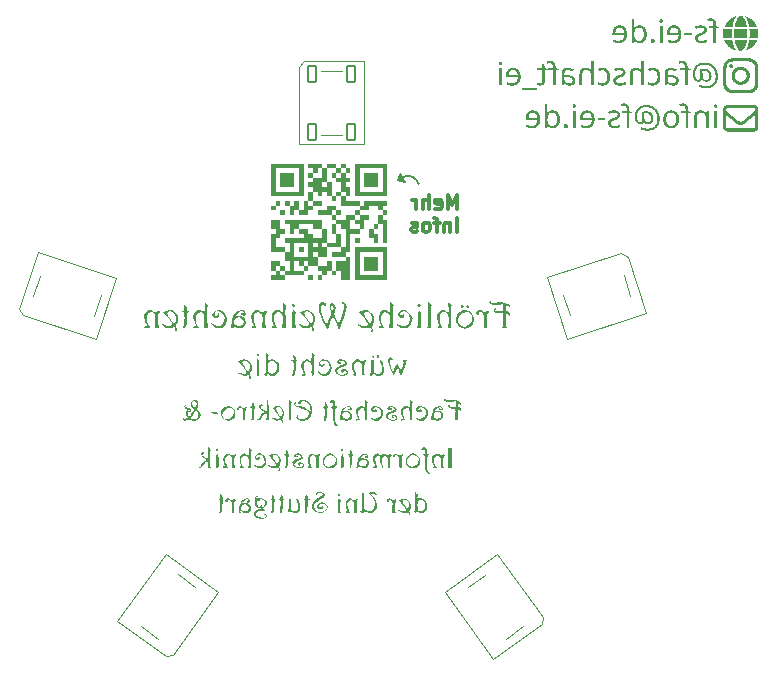
<source format=gbr>
%TF.GenerationSoftware,KiCad,Pcbnew,8.0.6*%
%TF.CreationDate,2024-11-25T17:42:41+01:00*%
%TF.ProjectId,star,73746172-2e6b-4696-9361-645f70636258,rev?*%
%TF.SameCoordinates,Original*%
%TF.FileFunction,Legend,Bot*%
%TF.FilePolarity,Positive*%
%FSLAX46Y46*%
G04 Gerber Fmt 4.6, Leading zero omitted, Abs format (unit mm)*
G04 Created by KiCad (PCBNEW 8.0.6) date 2024-11-25 17:42:41*
%MOMM*%
%LPD*%
G01*
G04 APERTURE LIST*
G04 Aperture macros list*
%AMRoundRect*
0 Rectangle with rounded corners*
0 $1 Rounding radius*
0 $2 $3 $4 $5 $6 $7 $8 $9 X,Y pos of 4 corners*
0 Add a 4 corners polygon primitive as box body*
4,1,4,$2,$3,$4,$5,$6,$7,$8,$9,$2,$3,0*
0 Add four circle primitives for the rounded corners*
1,1,$1+$1,$2,$3*
1,1,$1+$1,$4,$5*
1,1,$1+$1,$6,$7*
1,1,$1+$1,$8,$9*
0 Add four rect primitives between the rounded corners*
20,1,$1+$1,$2,$3,$4,$5,0*
20,1,$1+$1,$4,$5,$6,$7,0*
20,1,$1+$1,$6,$7,$8,$9,0*
20,1,$1+$1,$8,$9,$2,$3,0*%
G04 Aperture macros list end*
%ADD10C,0.000000*%
%ADD11C,0.100000*%
%ADD12C,0.200000*%
%ADD13C,0.300000*%
%ADD14C,0.120000*%
%ADD15C,1.500000*%
%ADD16O,1.000000X1.800000*%
%ADD17O,1.000000X2.200000*%
%ADD18C,2.200000*%
%ADD19RoundRect,0.090000X-0.516451X-0.546332X0.738943X-0.138429X0.516451X0.546332X-0.738943X0.138429X0*%
%ADD20RoundRect,0.090000X0.360000X-0.660000X0.360000X0.660000X-0.360000X0.660000X-0.360000X-0.660000X0*%
%ADD21RoundRect,0.090000X-0.679184X0.322349X0.096692X-0.745554X0.679184X-0.322349X-0.096692X0.745554X0*%
%ADD22RoundRect,0.090000X0.096692X0.745554X-0.679184X-0.322349X-0.096692X-0.745554X0.679184X0.322349X0*%
%ADD23RoundRect,0.090000X0.738943X0.138429X-0.516451X0.546332X-0.738943X-0.138429X0.516451X-0.546332X0*%
G04 APERTURE END LIST*
D10*
G36*
X159309334Y-82382456D02*
G01*
X159306040Y-82531345D01*
X159301428Y-82645458D01*
X159298766Y-82690185D01*
X159294970Y-82734253D01*
X159289928Y-82777649D01*
X159283525Y-82820358D01*
X159275647Y-82862365D01*
X159266181Y-82903655D01*
X159255013Y-82944213D01*
X159242030Y-82984026D01*
X159227117Y-83023078D01*
X159210161Y-83061354D01*
X159191048Y-83098840D01*
X159169665Y-83135521D01*
X159145898Y-83171382D01*
X159119632Y-83206409D01*
X159090755Y-83240587D01*
X159059152Y-83273902D01*
X159025727Y-83305387D01*
X158991467Y-83334162D01*
X158956383Y-83360341D01*
X158920488Y-83384038D01*
X158883792Y-83405366D01*
X158846308Y-83424440D01*
X158808048Y-83441372D01*
X158769023Y-83456277D01*
X158729246Y-83469268D01*
X158688727Y-83480460D01*
X158647478Y-83489965D01*
X158605513Y-83497897D01*
X158562841Y-83504371D01*
X158519475Y-83509500D01*
X158475427Y-83513398D01*
X158430708Y-83516178D01*
X158316595Y-83520790D01*
X158167706Y-83524084D01*
X157811968Y-83526719D01*
X157456230Y-83524084D01*
X157307341Y-83520790D01*
X157193228Y-83516178D01*
X157148502Y-83513515D01*
X157104433Y-83509720D01*
X157061038Y-83504677D01*
X157018329Y-83498274D01*
X156976322Y-83490396D01*
X156935032Y-83480930D01*
X156894473Y-83469763D01*
X156854661Y-83456779D01*
X156815609Y-83441867D01*
X156777333Y-83424911D01*
X156739847Y-83405798D01*
X156703166Y-83384415D01*
X156667305Y-83360647D01*
X156632277Y-83334382D01*
X156598099Y-83305504D01*
X156564785Y-83273902D01*
X156533300Y-83240587D01*
X156504525Y-83206409D01*
X156478346Y-83171381D01*
X156454649Y-83135520D01*
X156433320Y-83098838D01*
X156414247Y-83061352D01*
X156397315Y-83023076D01*
X156382410Y-82984024D01*
X156369418Y-82944212D01*
X156358227Y-82903653D01*
X156348722Y-82862363D01*
X156340789Y-82820357D01*
X156334315Y-82777648D01*
X156329187Y-82734253D01*
X156325289Y-82690184D01*
X156322509Y-82645458D01*
X156317897Y-82531374D01*
X156314603Y-82382561D01*
X156311967Y-82027054D01*
X156313468Y-81824634D01*
X156580585Y-81824634D01*
X156582185Y-82027056D01*
X156580585Y-82229573D01*
X156580596Y-82350792D01*
X156582937Y-82477140D01*
X156588949Y-82602484D01*
X156593750Y-82662863D01*
X156599972Y-82720691D01*
X156607782Y-82775201D01*
X156617349Y-82825627D01*
X156628839Y-82871203D01*
X156642420Y-82911160D01*
X156652776Y-82935399D01*
X156664251Y-82958905D01*
X156676818Y-82981652D01*
X156690450Y-83003614D01*
X156705122Y-83024764D01*
X156720807Y-83045075D01*
X156737478Y-83064523D01*
X156755108Y-83083078D01*
X156773672Y-83100717D01*
X156793143Y-83117411D01*
X156813494Y-83133135D01*
X156834699Y-83147862D01*
X156856732Y-83161565D01*
X156879565Y-83174218D01*
X156903173Y-83185795D01*
X156927529Y-83196269D01*
X156967597Y-83209850D01*
X157013254Y-83221340D01*
X157063736Y-83230906D01*
X157118280Y-83238716D01*
X157176123Y-83244938D01*
X157236499Y-83249740D01*
X157361800Y-83255751D01*
X157488074Y-83258092D01*
X157609210Y-83258104D01*
X157811633Y-83256504D01*
X158014149Y-83258010D01*
X158135368Y-83257916D01*
X158261716Y-83255500D01*
X158387060Y-83249445D01*
X158447439Y-83244641D01*
X158505267Y-83238433D01*
X158559778Y-83230657D01*
X158610204Y-83221147D01*
X158655779Y-83209740D01*
X158695737Y-83196269D01*
X158719975Y-83185913D01*
X158743481Y-83174438D01*
X158766228Y-83161871D01*
X158788190Y-83148239D01*
X158809340Y-83133567D01*
X158829652Y-83117883D01*
X158849099Y-83101212D01*
X158867655Y-83083581D01*
X158885294Y-83065018D01*
X158901988Y-83045547D01*
X158917712Y-83025196D01*
X158932439Y-83003991D01*
X158946142Y-82981958D01*
X158958795Y-82959125D01*
X158970372Y-82935517D01*
X158980846Y-82911160D01*
X158994427Y-82871093D01*
X159005916Y-82825435D01*
X159015482Y-82774953D01*
X159023292Y-82720409D01*
X159029514Y-82662567D01*
X159034316Y-82602190D01*
X159040328Y-82476889D01*
X159042669Y-82350615D01*
X159042681Y-82229479D01*
X159041081Y-82027056D01*
X159042586Y-81824540D01*
X159042492Y-81703321D01*
X159040076Y-81576973D01*
X159034021Y-81451629D01*
X159029217Y-81391250D01*
X159023010Y-81333422D01*
X159015233Y-81278911D01*
X159005724Y-81228485D01*
X158994316Y-81182910D01*
X158980846Y-81142952D01*
X158970490Y-81118714D01*
X158959015Y-81095208D01*
X158946448Y-81072461D01*
X158932815Y-81050499D01*
X158918143Y-81029349D01*
X158902459Y-81009037D01*
X158885788Y-80989589D01*
X158868157Y-80971033D01*
X158849594Y-80953395D01*
X158830123Y-80936700D01*
X158809772Y-80920977D01*
X158788567Y-80906250D01*
X158766534Y-80892547D01*
X158743701Y-80879894D01*
X158720093Y-80868317D01*
X158695737Y-80857843D01*
X158655669Y-80844262D01*
X158610012Y-80832773D01*
X158559529Y-80823207D01*
X158504985Y-80815397D01*
X158447142Y-80809175D01*
X158386766Y-80804373D01*
X158261465Y-80798361D01*
X158135191Y-80796020D01*
X158014055Y-80796008D01*
X157811633Y-80797608D01*
X157609116Y-80796103D01*
X157487898Y-80796197D01*
X157361549Y-80798613D01*
X157236205Y-80804668D01*
X157175826Y-80809472D01*
X157117998Y-80815679D01*
X157063488Y-80823456D01*
X157013062Y-80832965D01*
X156967486Y-80844373D01*
X156927529Y-80857843D01*
X156903290Y-80868199D01*
X156879784Y-80879674D01*
X156857037Y-80892241D01*
X156835075Y-80905874D01*
X156813925Y-80920546D01*
X156793613Y-80936231D01*
X156774166Y-80952901D01*
X156755610Y-80970532D01*
X156737971Y-80989096D01*
X156721277Y-81008567D01*
X156705553Y-81028918D01*
X156690826Y-81050123D01*
X156677123Y-81072155D01*
X156664470Y-81094989D01*
X156652893Y-81118596D01*
X156642420Y-81142952D01*
X156628839Y-81183020D01*
X156617349Y-81228677D01*
X156607783Y-81279160D01*
X156599973Y-81333704D01*
X156593751Y-81391546D01*
X156588950Y-81451923D01*
X156582938Y-81577224D01*
X156580597Y-81703497D01*
X156580585Y-81824634D01*
X156313468Y-81824634D01*
X156314603Y-81671547D01*
X156317897Y-81522734D01*
X156322509Y-81408650D01*
X156325172Y-81363923D01*
X156328967Y-81319855D01*
X156334010Y-81276459D01*
X156340413Y-81233750D01*
X156348291Y-81191744D01*
X156357756Y-81150454D01*
X156368924Y-81109895D01*
X156381907Y-81070083D01*
X156396820Y-81031031D01*
X156413776Y-80992755D01*
X156432889Y-80955269D01*
X156454272Y-80918588D01*
X156478039Y-80882727D01*
X156504305Y-80847699D01*
X156533182Y-80813521D01*
X156564785Y-80780206D01*
X156598100Y-80748721D01*
X156632278Y-80719946D01*
X156667306Y-80693767D01*
X156703167Y-80670070D01*
X156739848Y-80648741D01*
X156777335Y-80629668D01*
X156815611Y-80612735D01*
X156854663Y-80597830D01*
X156894475Y-80584839D01*
X156935034Y-80573647D01*
X156976324Y-80564142D01*
X157018330Y-80556210D01*
X157061039Y-80549736D01*
X157104434Y-80544607D01*
X157148502Y-80540710D01*
X157193228Y-80537930D01*
X157307341Y-80533318D01*
X157456230Y-80530024D01*
X157811968Y-80527389D01*
X158167706Y-80530024D01*
X158316595Y-80533318D01*
X158430708Y-80537930D01*
X158475316Y-80540593D01*
X158519283Y-80544387D01*
X158562592Y-80549427D01*
X158605230Y-80555824D01*
X158647182Y-80563692D01*
X158688433Y-80573142D01*
X158728968Y-80584289D01*
X158768772Y-80597245D01*
X158807832Y-80612122D01*
X158846132Y-80629033D01*
X158883657Y-80648092D01*
X158920393Y-80669410D01*
X158956326Y-80693101D01*
X158991439Y-80719277D01*
X159025720Y-80748051D01*
X159059152Y-80779536D01*
X159090747Y-80812851D01*
X159119605Y-80847029D01*
X159145840Y-80882056D01*
X159169571Y-80917918D01*
X159190914Y-80954599D01*
X159209985Y-80992085D01*
X159226901Y-81030362D01*
X159241779Y-81069413D01*
X159254736Y-81109226D01*
X159265887Y-81149784D01*
X159275351Y-81191074D01*
X159283243Y-81233081D01*
X159289680Y-81275789D01*
X159294778Y-81319185D01*
X159298656Y-81363253D01*
X159301428Y-81407979D01*
X159306040Y-81522092D01*
X159309334Y-81670981D01*
X159311969Y-82026719D01*
X159310467Y-82229479D01*
X159309334Y-82382456D01*
G37*
G36*
X157820126Y-76927614D02*
G01*
X157828557Y-76928315D01*
X157837261Y-76929528D01*
X157846237Y-76931288D01*
X157855485Y-76933632D01*
X157865002Y-76936596D01*
X157874789Y-76940216D01*
X157884845Y-76944527D01*
X157895169Y-76949566D01*
X157905759Y-76955369D01*
X157916616Y-76961972D01*
X157927738Y-76969411D01*
X157939124Y-76977722D01*
X157950773Y-76986941D01*
X157962686Y-76997104D01*
X157974860Y-77008248D01*
X157987300Y-77020546D01*
X157999780Y-77033711D01*
X158012289Y-77047744D01*
X158024811Y-77062648D01*
X158037333Y-77078424D01*
X158049842Y-77095074D01*
X158062322Y-77112599D01*
X158074762Y-77131001D01*
X158087147Y-77150283D01*
X158099463Y-77170445D01*
X158111697Y-77191489D01*
X158123834Y-77213417D01*
X158135862Y-77236231D01*
X158147766Y-77259933D01*
X158159533Y-77284524D01*
X158171149Y-77310005D01*
X158195827Y-77369008D01*
X158219269Y-77431230D01*
X158241393Y-77496543D01*
X158262116Y-77564815D01*
X158281355Y-77635916D01*
X158299030Y-77709715D01*
X158315056Y-77786083D01*
X158329352Y-77864888D01*
X157294586Y-77864888D01*
X157308858Y-77785891D01*
X157324826Y-77709386D01*
X157342428Y-77635504D01*
X157361603Y-77564376D01*
X157382288Y-77496131D01*
X157404422Y-77430901D01*
X157427943Y-77368815D01*
X157452790Y-77310005D01*
X157464405Y-77284524D01*
X157476172Y-77259933D01*
X157488076Y-77236231D01*
X157500104Y-77213417D01*
X157512242Y-77191489D01*
X157524475Y-77170445D01*
X157536791Y-77150283D01*
X157549176Y-77131001D01*
X157561616Y-77112599D01*
X157574097Y-77095074D01*
X157586605Y-77078424D01*
X157599127Y-77062648D01*
X157611650Y-77047744D01*
X157624158Y-77033711D01*
X157636639Y-77020546D01*
X157649079Y-77008248D01*
X157661253Y-76997104D01*
X157673165Y-76986941D01*
X157684815Y-76977722D01*
X157696201Y-76969411D01*
X157707323Y-76961972D01*
X157718179Y-76955369D01*
X157728770Y-76949566D01*
X157739093Y-76944527D01*
X157749149Y-76940216D01*
X157758936Y-76936596D01*
X157768454Y-76933632D01*
X157777701Y-76931288D01*
X157786677Y-76929528D01*
X157795381Y-76928315D01*
X157803812Y-76927614D01*
X157811969Y-76927388D01*
X157820126Y-76927614D01*
G37*
G36*
X159311969Y-86377388D02*
G01*
X159311480Y-86396662D01*
X159310030Y-86415685D01*
X159307642Y-86434434D01*
X159304339Y-86452886D01*
X159300146Y-86471016D01*
X159295087Y-86488801D01*
X159289184Y-86506217D01*
X159282462Y-86523241D01*
X159274944Y-86539848D01*
X159266654Y-86556015D01*
X159257616Y-86571719D01*
X159247854Y-86586935D01*
X159237390Y-86601640D01*
X159226250Y-86615811D01*
X159214456Y-86629422D01*
X159202033Y-86642452D01*
X159189003Y-86654875D01*
X159175392Y-86666669D01*
X159161221Y-86677809D01*
X159146516Y-86688273D01*
X159131300Y-86698035D01*
X159115596Y-86707073D01*
X159099429Y-86715363D01*
X159082822Y-86722881D01*
X159065798Y-86729603D01*
X159048382Y-86735506D01*
X159030597Y-86740565D01*
X159012467Y-86744758D01*
X158994015Y-86748061D01*
X158975266Y-86750449D01*
X158956243Y-86751899D01*
X158936969Y-86752388D01*
X156686969Y-86752388D01*
X156667696Y-86751899D01*
X156648672Y-86750449D01*
X156629923Y-86748061D01*
X156611471Y-86744758D01*
X156593341Y-86740565D01*
X156575556Y-86735506D01*
X156558140Y-86729603D01*
X156541117Y-86722881D01*
X156524509Y-86715363D01*
X156508342Y-86707073D01*
X156492638Y-86698035D01*
X156477422Y-86688273D01*
X156462717Y-86677809D01*
X156448547Y-86666669D01*
X156434935Y-86654875D01*
X156421906Y-86642452D01*
X156409482Y-86629422D01*
X156397688Y-86615811D01*
X156386548Y-86601640D01*
X156376085Y-86586935D01*
X156366322Y-86571719D01*
X156357284Y-86556015D01*
X156348994Y-86539848D01*
X156341477Y-86523241D01*
X156334754Y-86506217D01*
X156328852Y-86488801D01*
X156323792Y-86471016D01*
X156319599Y-86452886D01*
X156316297Y-86434434D01*
X156313908Y-86415685D01*
X156312458Y-86396662D01*
X156311969Y-86377388D01*
X156311969Y-85370748D01*
X156593219Y-85370748D01*
X156593219Y-86377388D01*
X156593342Y-86382194D01*
X156593706Y-86386938D01*
X156594305Y-86391616D01*
X156595133Y-86396221D01*
X156596184Y-86400746D01*
X156597452Y-86405187D01*
X156598932Y-86409537D01*
X156600617Y-86413790D01*
X156602501Y-86417939D01*
X156604577Y-86421980D01*
X156606842Y-86425906D01*
X156609287Y-86429711D01*
X156611907Y-86433388D01*
X156614696Y-86436933D01*
X156617649Y-86440339D01*
X156620758Y-86443599D01*
X156624019Y-86446709D01*
X156627424Y-86449661D01*
X156630969Y-86452450D01*
X156634647Y-86455071D01*
X156638452Y-86457516D01*
X156642377Y-86459780D01*
X156646418Y-86461857D01*
X156650568Y-86463741D01*
X156654821Y-86465425D01*
X156659170Y-86466905D01*
X156663611Y-86468173D01*
X156668137Y-86469225D01*
X156672741Y-86470053D01*
X156677419Y-86470652D01*
X156682164Y-86471016D01*
X156686969Y-86471138D01*
X158936969Y-86471138D01*
X158941775Y-86471016D01*
X158946519Y-86470652D01*
X158951197Y-86470053D01*
X158955802Y-86469225D01*
X158960327Y-86468173D01*
X158964768Y-86466905D01*
X158969118Y-86465425D01*
X158973371Y-86463741D01*
X158977520Y-86461857D01*
X158981561Y-86459780D01*
X158985487Y-86457516D01*
X158989292Y-86455071D01*
X158992969Y-86452450D01*
X158996514Y-86449661D01*
X158999920Y-86446709D01*
X159003180Y-86443599D01*
X159006290Y-86440339D01*
X159009242Y-86436933D01*
X159012031Y-86433388D01*
X159014652Y-86429711D01*
X159017097Y-86425906D01*
X159019361Y-86421980D01*
X159021438Y-86417939D01*
X159023322Y-86413790D01*
X159025006Y-86409537D01*
X159026486Y-86405187D01*
X159027754Y-86400746D01*
X159028806Y-86396221D01*
X159029634Y-86391616D01*
X159030233Y-86386938D01*
X159030597Y-86382194D01*
X159030719Y-86377388D01*
X159030719Y-85370748D01*
X158198688Y-86053951D01*
X158177363Y-86070713D01*
X158155492Y-86086395D01*
X158133109Y-86100995D01*
X158110251Y-86114513D01*
X158086956Y-86126950D01*
X158063259Y-86138305D01*
X158039196Y-86148579D01*
X158014804Y-86157772D01*
X157990120Y-86165883D01*
X157965179Y-86172912D01*
X157914674Y-86183727D01*
X157863580Y-86190215D01*
X157812189Y-86192378D01*
X157760791Y-86190215D01*
X157709676Y-86183727D01*
X157659137Y-86172912D01*
X157634174Y-86165883D01*
X157609464Y-86157772D01*
X157585043Y-86148579D01*
X157560947Y-86138305D01*
X157537214Y-86126950D01*
X157513879Y-86114513D01*
X157490979Y-86100995D01*
X157468550Y-86086395D01*
X157446628Y-86070713D01*
X157425250Y-86053951D01*
X156593219Y-85370748D01*
X156311969Y-85370748D01*
X156311969Y-84877388D01*
X156593219Y-84877388D01*
X156593219Y-85006880D01*
X157603375Y-85836568D01*
X157614898Y-85845614D01*
X157626709Y-85854077D01*
X157638792Y-85861957D01*
X157651125Y-85869252D01*
X157663690Y-85875964D01*
X157676467Y-85882092D01*
X157689438Y-85887637D01*
X157702582Y-85892598D01*
X157715881Y-85896976D01*
X157729315Y-85900769D01*
X157742865Y-85903979D01*
X157756511Y-85906606D01*
X157784016Y-85910108D01*
X157811676Y-85911275D01*
X157839336Y-85910108D01*
X157866841Y-85906606D01*
X157880488Y-85903979D01*
X157894038Y-85900769D01*
X157907472Y-85896976D01*
X157920770Y-85892598D01*
X157933915Y-85887637D01*
X157946885Y-85882092D01*
X157959663Y-85875964D01*
X157972228Y-85869252D01*
X157984561Y-85861957D01*
X157996643Y-85854077D01*
X158008455Y-85845614D01*
X158019977Y-85836568D01*
X159030719Y-85006880D01*
X159030719Y-84877388D01*
X159030597Y-84872583D01*
X159030233Y-84867838D01*
X159029634Y-84863160D01*
X159028806Y-84858556D01*
X159027754Y-84854030D01*
X159026486Y-84849589D01*
X159025006Y-84845240D01*
X159023322Y-84840987D01*
X159021438Y-84836837D01*
X159019361Y-84832796D01*
X159017097Y-84828871D01*
X159014652Y-84825066D01*
X159012031Y-84821388D01*
X159009242Y-84817843D01*
X159006290Y-84814438D01*
X159003180Y-84811177D01*
X158999920Y-84808068D01*
X158996514Y-84805115D01*
X158992969Y-84802326D01*
X158989292Y-84799706D01*
X158985487Y-84797261D01*
X158981561Y-84794996D01*
X158977520Y-84792920D01*
X158973371Y-84791036D01*
X158969118Y-84789351D01*
X158964768Y-84787871D01*
X158960327Y-84786603D01*
X158955802Y-84785552D01*
X158951197Y-84784724D01*
X158946519Y-84784125D01*
X158941775Y-84783761D01*
X158936969Y-84783638D01*
X156686969Y-84783638D01*
X156682164Y-84783761D01*
X156677419Y-84784125D01*
X156672741Y-84784724D01*
X156668137Y-84785552D01*
X156663611Y-84786603D01*
X156659170Y-84787871D01*
X156654821Y-84789351D01*
X156650568Y-84791036D01*
X156646418Y-84792920D01*
X156642377Y-84794996D01*
X156638452Y-84797261D01*
X156634647Y-84799706D01*
X156630969Y-84802326D01*
X156627424Y-84805115D01*
X156624019Y-84808068D01*
X156620758Y-84811177D01*
X156617649Y-84814438D01*
X156614696Y-84817843D01*
X156611907Y-84821388D01*
X156609287Y-84825066D01*
X156606842Y-84828871D01*
X156604577Y-84832796D01*
X156602501Y-84836837D01*
X156600617Y-84840987D01*
X156598932Y-84845240D01*
X156597452Y-84849589D01*
X156596184Y-84854030D01*
X156595133Y-84858556D01*
X156594305Y-84863160D01*
X156593706Y-84867838D01*
X156593342Y-84872583D01*
X156593219Y-84877388D01*
X156311969Y-84877388D01*
X156312458Y-84858115D01*
X156313908Y-84839091D01*
X156316297Y-84820342D01*
X156319599Y-84801890D01*
X156323792Y-84783760D01*
X156328852Y-84765975D01*
X156334754Y-84748559D01*
X156341477Y-84731536D01*
X156348994Y-84714928D01*
X156357284Y-84698761D01*
X156366322Y-84683057D01*
X156376085Y-84667841D01*
X156386548Y-84653136D01*
X156397688Y-84638966D01*
X156409482Y-84625354D01*
X156421906Y-84612325D01*
X156434935Y-84599901D01*
X156448547Y-84588107D01*
X156462717Y-84576967D01*
X156477422Y-84566504D01*
X156492638Y-84556741D01*
X156508342Y-84547703D01*
X156524509Y-84539413D01*
X156541117Y-84531896D01*
X156558140Y-84525173D01*
X156575556Y-84519271D01*
X156593341Y-84514211D01*
X156611471Y-84510018D01*
X156629923Y-84506716D01*
X156648672Y-84504327D01*
X156667696Y-84502877D01*
X156686969Y-84502388D01*
X158936969Y-84502388D01*
X158956243Y-84502877D01*
X158975266Y-84504327D01*
X158994015Y-84506716D01*
X159012467Y-84510018D01*
X159030597Y-84514211D01*
X159048382Y-84519271D01*
X159065798Y-84525173D01*
X159082822Y-84531896D01*
X159099429Y-84539413D01*
X159115596Y-84547703D01*
X159131300Y-84556741D01*
X159146516Y-84566504D01*
X159161221Y-84576967D01*
X159175392Y-84588107D01*
X159189003Y-84599901D01*
X159202033Y-84612325D01*
X159214456Y-84625354D01*
X159226250Y-84638966D01*
X159237390Y-84653136D01*
X159247854Y-84667841D01*
X159257616Y-84683057D01*
X159266654Y-84698761D01*
X159274944Y-84714928D01*
X159282462Y-84731536D01*
X159289184Y-84748559D01*
X159295087Y-84765975D01*
X159300146Y-84783760D01*
X159304339Y-84801890D01*
X159307642Y-84820342D01*
X159310030Y-84839091D01*
X159311480Y-84858115D01*
X159311969Y-84877388D01*
X159311969Y-85006880D01*
X159311969Y-86377388D01*
G37*
D11*
X129352478Y-91049806D02*
X128698951Y-90858031D01*
X128972121Y-90234130D01*
X129352478Y-91049806D01*
G36*
X129352478Y-91049806D02*
G01*
X128698951Y-90858031D01*
X128972121Y-90234130D01*
X129352478Y-91049806D01*
G37*
D10*
G36*
X158280262Y-77001801D02*
G01*
X158363158Y-77031790D01*
X158443699Y-77066415D01*
X158521723Y-77105513D01*
X158597069Y-77148923D01*
X158669576Y-77196485D01*
X158739082Y-77248035D01*
X158805426Y-77303414D01*
X158868447Y-77362459D01*
X158927983Y-77425009D01*
X158983873Y-77490904D01*
X159035956Y-77559981D01*
X159084070Y-77632079D01*
X159128053Y-77707038D01*
X159167746Y-77784694D01*
X159202985Y-77864888D01*
X158519196Y-77864888D01*
X158507542Y-77795412D01*
X158494578Y-77727441D01*
X158480339Y-77661051D01*
X158464859Y-77596318D01*
X158448174Y-77533319D01*
X158430320Y-77472130D01*
X158411330Y-77412828D01*
X158391242Y-77355489D01*
X158370089Y-77300189D01*
X158347906Y-77247005D01*
X158324730Y-77196012D01*
X158300595Y-77147289D01*
X158275537Y-77100910D01*
X158249590Y-77056952D01*
X158222790Y-77015493D01*
X158195172Y-76976607D01*
X158280262Y-77001801D01*
G37*
G36*
X150369682Y-78906300D02*
G01*
X150377898Y-78906774D01*
X150385967Y-78907565D01*
X150393887Y-78908673D01*
X150401660Y-78910096D01*
X150409286Y-78911837D01*
X150416763Y-78913893D01*
X150424094Y-78916266D01*
X150431276Y-78918956D01*
X150438311Y-78921961D01*
X150445198Y-78925284D01*
X150451937Y-78928922D01*
X150458529Y-78932877D01*
X150464973Y-78937149D01*
X150471270Y-78941737D01*
X150477419Y-78946641D01*
X150483304Y-78951936D01*
X150488810Y-78957694D01*
X150493935Y-78963917D01*
X150498682Y-78970603D01*
X150503048Y-78977754D01*
X150507035Y-78985369D01*
X150510642Y-78993448D01*
X150513869Y-79001991D01*
X150516717Y-79010998D01*
X150519185Y-79020469D01*
X150521273Y-79030404D01*
X150522982Y-79040803D01*
X150524311Y-79051666D01*
X150525260Y-79062994D01*
X150525830Y-79074785D01*
X150526019Y-79087041D01*
X150525830Y-79098980D01*
X150525260Y-79110497D01*
X150524311Y-79121592D01*
X150522982Y-79132265D01*
X150521273Y-79142517D01*
X150519185Y-79152347D01*
X150516717Y-79161754D01*
X150513869Y-79170740D01*
X150510642Y-79179304D01*
X150507035Y-79187446D01*
X150503048Y-79195167D01*
X150498682Y-79202465D01*
X150493935Y-79209342D01*
X150488810Y-79215796D01*
X150483304Y-79221829D01*
X150477419Y-79227440D01*
X150471270Y-79232671D01*
X150464973Y-79237565D01*
X150458529Y-79242121D01*
X150451937Y-79246340D01*
X150445198Y-79250221D01*
X150438311Y-79253765D01*
X150431276Y-79256972D01*
X150424094Y-79259840D01*
X150416763Y-79262372D01*
X150409286Y-79264565D01*
X150401660Y-79266422D01*
X150393887Y-79267940D01*
X150385967Y-79269122D01*
X150377898Y-79269965D01*
X150369682Y-79270472D01*
X150361318Y-79270640D01*
X150352628Y-79270472D01*
X150344106Y-79269965D01*
X150335753Y-79269122D01*
X150327569Y-79267940D01*
X150319553Y-79266422D01*
X150311706Y-79264565D01*
X150304028Y-79262372D01*
X150296518Y-79259840D01*
X150289178Y-79256972D01*
X150282006Y-79253765D01*
X150275002Y-79250221D01*
X150268168Y-79246340D01*
X150261502Y-79242121D01*
X150255005Y-79237565D01*
X150248677Y-79232671D01*
X150242517Y-79227440D01*
X150236305Y-79221829D01*
X150230494Y-79215797D01*
X150225084Y-79209342D01*
X150220074Y-79202466D01*
X150215465Y-79195167D01*
X150211257Y-79187447D01*
X150207449Y-79179305D01*
X150204043Y-79170741D01*
X150201037Y-79161755D01*
X150198432Y-79152347D01*
X150196228Y-79142517D01*
X150194424Y-79132266D01*
X150193022Y-79121592D01*
X150192020Y-79110497D01*
X150191418Y-79098980D01*
X150191218Y-79087041D01*
X150191418Y-79074785D01*
X150192020Y-79062994D01*
X150193022Y-79051666D01*
X150194424Y-79040803D01*
X150196228Y-79030404D01*
X150198432Y-79020469D01*
X150201037Y-79010998D01*
X150204043Y-79001991D01*
X150207449Y-78993448D01*
X150211257Y-78985369D01*
X150215465Y-78977754D01*
X150220074Y-78970603D01*
X150222529Y-78967202D01*
X150225084Y-78963917D01*
X150227739Y-78960747D01*
X150230494Y-78957694D01*
X150233350Y-78954757D01*
X150236305Y-78951936D01*
X150239361Y-78949230D01*
X150242517Y-78946641D01*
X150248677Y-78941737D01*
X150255005Y-78937149D01*
X150261502Y-78932877D01*
X150268168Y-78928922D01*
X150275002Y-78925284D01*
X150282006Y-78921961D01*
X150289178Y-78918956D01*
X150296518Y-78916266D01*
X150304028Y-78913893D01*
X150311706Y-78911837D01*
X150319553Y-78910096D01*
X150327569Y-78908673D01*
X150335753Y-78907565D01*
X150344106Y-78906774D01*
X150352628Y-78906300D01*
X150361318Y-78906141D01*
X150369682Y-78906300D01*
G37*
G36*
X145428874Y-85578133D02*
G01*
X145431627Y-85605461D01*
X145433768Y-85633315D01*
X145435297Y-85661697D01*
X145436215Y-85690606D01*
X145436521Y-85720042D01*
X145436183Y-85749795D01*
X145435171Y-85778978D01*
X145433483Y-85807592D01*
X145431121Y-85835636D01*
X145428083Y-85863111D01*
X145424371Y-85890016D01*
X145419983Y-85916351D01*
X145414920Y-85942117D01*
X145409183Y-85967314D01*
X145402770Y-85991941D01*
X145395683Y-86015998D01*
X145387920Y-86039486D01*
X145379483Y-86062404D01*
X145370370Y-86084753D01*
X145360583Y-86106532D01*
X145350120Y-86127742D01*
X145338719Y-86148014D01*
X145326790Y-86167652D01*
X145314335Y-86186658D01*
X145301351Y-86205031D01*
X145287841Y-86222771D01*
X145273803Y-86239878D01*
X145259238Y-86256352D01*
X145244145Y-86272194D01*
X145228525Y-86287402D01*
X145212378Y-86301978D01*
X145195703Y-86315921D01*
X145178501Y-86329231D01*
X145160772Y-86341908D01*
X145142515Y-86353953D01*
X145123731Y-86365364D01*
X145104420Y-86376143D01*
X145084328Y-86386278D01*
X145063878Y-86395760D01*
X145043069Y-86404588D01*
X145021902Y-86412761D01*
X145000376Y-86420281D01*
X144978491Y-86427147D01*
X144956248Y-86433359D01*
X144933646Y-86438918D01*
X144910686Y-86443822D01*
X144887366Y-86448072D01*
X144863689Y-86451669D01*
X144839652Y-86454612D01*
X144815257Y-86456900D01*
X144790504Y-86458535D01*
X144765392Y-86459516D01*
X144739921Y-86459843D01*
X144703429Y-86459463D01*
X144668202Y-86458324D01*
X144634241Y-86456426D01*
X144601545Y-86453768D01*
X144570115Y-86450351D01*
X144539951Y-86446174D01*
X144511053Y-86441238D01*
X144483420Y-86435542D01*
X144456378Y-86429721D01*
X144429252Y-86423055D01*
X144402041Y-86415546D01*
X144374746Y-86407193D01*
X144347367Y-86397996D01*
X144319903Y-86387955D01*
X144292354Y-86377070D01*
X144264721Y-86365342D01*
X144264721Y-86157442D01*
X144292987Y-86169255D01*
X144321084Y-86180392D01*
X144349012Y-86190855D01*
X144376771Y-86200642D01*
X144404362Y-86209755D01*
X144431784Y-86218192D01*
X144459037Y-86225954D01*
X144486121Y-86233042D01*
X144512952Y-86238737D01*
X144540796Y-86243673D01*
X144569652Y-86247850D01*
X144599521Y-86251267D01*
X144630402Y-86253925D01*
X144662295Y-86255823D01*
X144695201Y-86256962D01*
X144729120Y-86257342D01*
X144755751Y-86256846D01*
X144781644Y-86255359D01*
X144806798Y-86252881D01*
X144831214Y-86249411D01*
X144854892Y-86244949D01*
X144877832Y-86239497D01*
X144900033Y-86233053D01*
X144921496Y-86225617D01*
X144942220Y-86217190D01*
X144962207Y-86207772D01*
X144981455Y-86197362D01*
X144999964Y-86185961D01*
X145017736Y-86173569D01*
X145034769Y-86160185D01*
X145051064Y-86145810D01*
X145066620Y-86130443D01*
X145081027Y-86113789D01*
X145094548Y-86096229D01*
X145107183Y-86077761D01*
X145118933Y-86058386D01*
X145129796Y-86038105D01*
X145139773Y-86016916D01*
X145148865Y-85994820D01*
X145157070Y-85971818D01*
X145164390Y-85947908D01*
X145170823Y-85923091D01*
X145176371Y-85897367D01*
X145181033Y-85870737D01*
X145184809Y-85843199D01*
X145187699Y-85814754D01*
X145189702Y-85785402D01*
X145190821Y-85755143D01*
X144199920Y-85755143D01*
X144199920Y-85612044D01*
X144200205Y-85587607D01*
X144200967Y-85566149D01*
X144448319Y-85566149D01*
X145185419Y-85566149D01*
X145182751Y-85542186D01*
X145179470Y-85518899D01*
X145175579Y-85496286D01*
X145171075Y-85474348D01*
X145165960Y-85453086D01*
X145160233Y-85432498D01*
X145153894Y-85412586D01*
X145146943Y-85393348D01*
X145139381Y-85374785D01*
X145131207Y-85356898D01*
X145122422Y-85339685D01*
X145113024Y-85323148D01*
X145103015Y-85307285D01*
X145092395Y-85292097D01*
X145081163Y-85277585D01*
X145069319Y-85263748D01*
X145056557Y-85250342D01*
X145043247Y-85237802D01*
X145029388Y-85226127D01*
X145014981Y-85215316D01*
X145000025Y-85205370D01*
X144984521Y-85196289D01*
X144968469Y-85188073D01*
X144951868Y-85180722D01*
X144934719Y-85174235D01*
X144917021Y-85168614D01*
X144898775Y-85163857D01*
X144879980Y-85159965D01*
X144860638Y-85156938D01*
X144840746Y-85154776D01*
X144820306Y-85153479D01*
X144799318Y-85153047D01*
X144799320Y-85153049D01*
X144777088Y-85153502D01*
X144755614Y-85154863D01*
X144734900Y-85157130D01*
X144714945Y-85160305D01*
X144695750Y-85164387D01*
X144677314Y-85169375D01*
X144659637Y-85175271D01*
X144642719Y-85182074D01*
X144626562Y-85189783D01*
X144618767Y-85193978D01*
X144611163Y-85198400D01*
X144603748Y-85203049D01*
X144596524Y-85207924D01*
X144589489Y-85213026D01*
X144582644Y-85218355D01*
X144575989Y-85223911D01*
X144569524Y-85229693D01*
X144563248Y-85235702D01*
X144557163Y-85241938D01*
X144551267Y-85248401D01*
X144545561Y-85255090D01*
X144540045Y-85262006D01*
X144534719Y-85269149D01*
X144524573Y-85283598D01*
X144515060Y-85298596D01*
X144506180Y-85314142D01*
X144497932Y-85330237D01*
X144490317Y-85346880D01*
X144483335Y-85364071D01*
X144476986Y-85381811D01*
X144471270Y-85400099D01*
X144466186Y-85418936D01*
X144461735Y-85438321D01*
X144457917Y-85458255D01*
X144454732Y-85478736D01*
X144452179Y-85499767D01*
X144450260Y-85521346D01*
X144448973Y-85543473D01*
X144448319Y-85566149D01*
X144200967Y-85566149D01*
X144201059Y-85563571D01*
X144202483Y-85539935D01*
X144204476Y-85516701D01*
X144207039Y-85493867D01*
X144210172Y-85471434D01*
X144213874Y-85449401D01*
X144218145Y-85427769D01*
X144222986Y-85406539D01*
X144228397Y-85385708D01*
X144234377Y-85365279D01*
X144240926Y-85345251D01*
X144248045Y-85325623D01*
X144255734Y-85306396D01*
X144263991Y-85287570D01*
X144272819Y-85269145D01*
X144281847Y-85250846D01*
X144291381Y-85233074D01*
X144301422Y-85215830D01*
X144311969Y-85199113D01*
X144323022Y-85182924D01*
X144334581Y-85167262D01*
X144346647Y-85152127D01*
X144359219Y-85137520D01*
X144372297Y-85123440D01*
X144385882Y-85109887D01*
X144399972Y-85096862D01*
X144414569Y-85084364D01*
X144429672Y-85072393D01*
X144445281Y-85060950D01*
X144461397Y-85050033D01*
X144478018Y-85039645D01*
X144494767Y-85029836D01*
X144511937Y-85020660D01*
X144529529Y-85012118D01*
X144547543Y-85004207D01*
X144565979Y-84996930D01*
X144584837Y-84990286D01*
X144604116Y-84984274D01*
X144623818Y-84978895D01*
X144643941Y-84974149D01*
X144664486Y-84970036D01*
X144685453Y-84966556D01*
X144706842Y-84963708D01*
X144728653Y-84961493D01*
X144750886Y-84959911D01*
X144773541Y-84958962D01*
X144796617Y-84958646D01*
X144796620Y-84958641D01*
X144820403Y-84959000D01*
X144843828Y-84960076D01*
X144866894Y-84961869D01*
X144889601Y-84964379D01*
X144911950Y-84967606D01*
X144933940Y-84971550D01*
X144955572Y-84976212D01*
X144976845Y-84981591D01*
X144997760Y-84987687D01*
X145018315Y-84994500D01*
X145038513Y-85002031D01*
X145058351Y-85010278D01*
X145077831Y-85019243D01*
X145096953Y-85028925D01*
X145115715Y-85039325D01*
X145134120Y-85050441D01*
X145151765Y-85062222D01*
X145168924Y-85074615D01*
X145185599Y-85087619D01*
X145201789Y-85101235D01*
X145217493Y-85115463D01*
X145232712Y-85130303D01*
X145247446Y-85145754D01*
X145261695Y-85161817D01*
X145275459Y-85178491D01*
X145288737Y-85195778D01*
X145301531Y-85213676D01*
X145313839Y-85232186D01*
X145325662Y-85251307D01*
X145337000Y-85271040D01*
X145347853Y-85291385D01*
X145358220Y-85312342D01*
X145367702Y-85333868D01*
X145376572Y-85355921D01*
X145384830Y-85378502D01*
X145392477Y-85401610D01*
X145399512Y-85425246D01*
X145405935Y-85449409D01*
X145411746Y-85474099D01*
X145416946Y-85499317D01*
X145421534Y-85525061D01*
X145425510Y-85551334D01*
X145427370Y-85566149D01*
X145428874Y-85578133D01*
G37*
G36*
X155294510Y-77167827D02*
G01*
X155321046Y-77169283D01*
X155346823Y-77171709D01*
X155371840Y-77175105D01*
X155396098Y-77179471D01*
X155419596Y-77184808D01*
X155442335Y-77191115D01*
X155464315Y-77198392D01*
X155485535Y-77206640D01*
X155505996Y-77215858D01*
X155525698Y-77226046D01*
X155544640Y-77237205D01*
X155562823Y-77249334D01*
X155580246Y-77262433D01*
X155596911Y-77276503D01*
X155612815Y-77291543D01*
X155627855Y-77307352D01*
X155641925Y-77324407D01*
X155655024Y-77342706D01*
X155667153Y-77362249D01*
X155678312Y-77383037D01*
X155688500Y-77405069D01*
X155697718Y-77428346D01*
X155705966Y-77452868D01*
X155713243Y-77478634D01*
X155719550Y-77505644D01*
X155724887Y-77533899D01*
X155729253Y-77563399D01*
X155732649Y-77594143D01*
X155735075Y-77626132D01*
X155736531Y-77659365D01*
X155737016Y-77693843D01*
X155737016Y-77777542D01*
X155990816Y-77858542D01*
X155990816Y-77969242D01*
X155737016Y-77969242D01*
X155737016Y-79232842D01*
X155499416Y-79232842D01*
X155499416Y-77969241D01*
X155134917Y-77969241D01*
X155134917Y-77785642D01*
X155499416Y-77785642D01*
X155499416Y-77691143D01*
X155499194Y-77670239D01*
X155498530Y-77650052D01*
X155497422Y-77630583D01*
X155495872Y-77611831D01*
X155493878Y-77593795D01*
X155491442Y-77576478D01*
X155488563Y-77559877D01*
X155485240Y-77543993D01*
X155481475Y-77528827D01*
X155477267Y-77514378D01*
X155472615Y-77500645D01*
X155467521Y-77487631D01*
X155461984Y-77475333D01*
X155456004Y-77463752D01*
X155449581Y-77452889D01*
X155442715Y-77442743D01*
X155435058Y-77432935D01*
X155426937Y-77423759D01*
X155418352Y-77415216D01*
X155409303Y-77407306D01*
X155399790Y-77400028D01*
X155389812Y-77393384D01*
X155379371Y-77387372D01*
X155368465Y-77381993D01*
X155357095Y-77377247D01*
X155345262Y-77373134D01*
X155332964Y-77369653D01*
X155320202Y-77366805D01*
X155306976Y-77364591D01*
X155293286Y-77363009D01*
X155279132Y-77362059D01*
X155264514Y-77361743D01*
X155249707Y-77361954D01*
X155234984Y-77362587D01*
X155220344Y-77363641D01*
X155205790Y-77365118D01*
X155191319Y-77367016D01*
X155176933Y-77369336D01*
X155162631Y-77372079D01*
X155148414Y-77375242D01*
X155120908Y-77381993D01*
X155095089Y-77388743D01*
X155070958Y-77395493D01*
X155048514Y-77402242D01*
X154986414Y-77215943D01*
X154999577Y-77211302D01*
X155013415Y-77206830D01*
X155027928Y-77202527D01*
X155043115Y-77198392D01*
X155058978Y-77194427D01*
X155075515Y-77190630D01*
X155092727Y-77187002D01*
X155110614Y-77183542D01*
X155128417Y-77179746D01*
X155146727Y-77176455D01*
X155165542Y-77173671D01*
X155184864Y-77171392D01*
X155204693Y-77169620D01*
X155225027Y-77168355D01*
X155245868Y-77167595D01*
X155267215Y-77167342D01*
X155294510Y-77167827D01*
G37*
G36*
X140825381Y-85578133D02*
G01*
X140828133Y-85605461D01*
X140830274Y-85633315D01*
X140831804Y-85661697D01*
X140832721Y-85690606D01*
X140833027Y-85720042D01*
X140832690Y-85749795D01*
X140831677Y-85778978D01*
X140829990Y-85807592D01*
X140827627Y-85835636D01*
X140824590Y-85863111D01*
X140820877Y-85890016D01*
X140816489Y-85916351D01*
X140811427Y-85942117D01*
X140805689Y-85967314D01*
X140799277Y-85991941D01*
X140792189Y-86015998D01*
X140784427Y-86039486D01*
X140775989Y-86062404D01*
X140766877Y-86084753D01*
X140757089Y-86106532D01*
X140746626Y-86127742D01*
X140735225Y-86148014D01*
X140723297Y-86167652D01*
X140710841Y-86186658D01*
X140697858Y-86205031D01*
X140684347Y-86222771D01*
X140670309Y-86239878D01*
X140655744Y-86256352D01*
X140640652Y-86272194D01*
X140625032Y-86287402D01*
X140608884Y-86301978D01*
X140592210Y-86315921D01*
X140575008Y-86329231D01*
X140557278Y-86341908D01*
X140539022Y-86353953D01*
X140520238Y-86365364D01*
X140500926Y-86376143D01*
X140480835Y-86386278D01*
X140460385Y-86395760D01*
X140439576Y-86404588D01*
X140418408Y-86412761D01*
X140396882Y-86420281D01*
X140374998Y-86427147D01*
X140352754Y-86433359D01*
X140330153Y-86438918D01*
X140307192Y-86443822D01*
X140283873Y-86448072D01*
X140260195Y-86451669D01*
X140236159Y-86454612D01*
X140211764Y-86456900D01*
X140187010Y-86458535D01*
X140161898Y-86459516D01*
X140136428Y-86459843D01*
X140099935Y-86459463D01*
X140064708Y-86458324D01*
X140030747Y-86456426D01*
X139998052Y-86453768D01*
X139966622Y-86450351D01*
X139936458Y-86446174D01*
X139907559Y-86441238D01*
X139879927Y-86435542D01*
X139852885Y-86429721D01*
X139825758Y-86423055D01*
X139798548Y-86415546D01*
X139771253Y-86407193D01*
X139743873Y-86397996D01*
X139716409Y-86387955D01*
X139688861Y-86377070D01*
X139661228Y-86365342D01*
X139661228Y-86157442D01*
X139689493Y-86169255D01*
X139717590Y-86180392D01*
X139745518Y-86190855D01*
X139773278Y-86200642D01*
X139800868Y-86209755D01*
X139828290Y-86218192D01*
X139855543Y-86225954D01*
X139882627Y-86233042D01*
X139909459Y-86238737D01*
X139937302Y-86243673D01*
X139966158Y-86247850D01*
X139996027Y-86251267D01*
X140026908Y-86253925D01*
X140058802Y-86255823D01*
X140091708Y-86256962D01*
X140125627Y-86257342D01*
X140152258Y-86256846D01*
X140178150Y-86255359D01*
X140203305Y-86252881D01*
X140227721Y-86249411D01*
X140251399Y-86244949D01*
X140274338Y-86239497D01*
X140296539Y-86233053D01*
X140318002Y-86225617D01*
X140338727Y-86217190D01*
X140358713Y-86207772D01*
X140377961Y-86197362D01*
X140396471Y-86185961D01*
X140414242Y-86173569D01*
X140431275Y-86160185D01*
X140447570Y-86145810D01*
X140463127Y-86130443D01*
X140477534Y-86113789D01*
X140491055Y-86096229D01*
X140503690Y-86077761D01*
X140515439Y-86058386D01*
X140526302Y-86038105D01*
X140536280Y-86016916D01*
X140545371Y-85994820D01*
X140553577Y-85971818D01*
X140560896Y-85947908D01*
X140567330Y-85923091D01*
X140572878Y-85897367D01*
X140577539Y-85870737D01*
X140581315Y-85843199D01*
X140584205Y-85814754D01*
X140586209Y-85785402D01*
X140587327Y-85755143D01*
X139596427Y-85755143D01*
X139596427Y-85612044D01*
X139596711Y-85587607D01*
X139597474Y-85566149D01*
X139844825Y-85566149D01*
X140581925Y-85566149D01*
X140579257Y-85542186D01*
X140575977Y-85518899D01*
X140572085Y-85496286D01*
X140567581Y-85474348D01*
X140562466Y-85453086D01*
X140556739Y-85432498D01*
X140550400Y-85412586D01*
X140543450Y-85393348D01*
X140535888Y-85374785D01*
X140527714Y-85356898D01*
X140518928Y-85339685D01*
X140509531Y-85323148D01*
X140499522Y-85307285D01*
X140488901Y-85292097D01*
X140477669Y-85277585D01*
X140465825Y-85263748D01*
X140453063Y-85250342D01*
X140439753Y-85237802D01*
X140425895Y-85226127D01*
X140411487Y-85215316D01*
X140396532Y-85205370D01*
X140381028Y-85196289D01*
X140364976Y-85188073D01*
X140348375Y-85180722D01*
X140331225Y-85174235D01*
X140313528Y-85168614D01*
X140295282Y-85163857D01*
X140276487Y-85159965D01*
X140257144Y-85156938D01*
X140237253Y-85154776D01*
X140216813Y-85153479D01*
X140195825Y-85153047D01*
X140195827Y-85153049D01*
X140173594Y-85153502D01*
X140152121Y-85154863D01*
X140131406Y-85157130D01*
X140111452Y-85160305D01*
X140092256Y-85164387D01*
X140073820Y-85169375D01*
X140056143Y-85175271D01*
X140039226Y-85182074D01*
X140023068Y-85189783D01*
X140015274Y-85193978D01*
X140007669Y-85198400D01*
X140000255Y-85203049D01*
X139993030Y-85207924D01*
X139985996Y-85213026D01*
X139979151Y-85218355D01*
X139972495Y-85223911D01*
X139966030Y-85229693D01*
X139959755Y-85235702D01*
X139953669Y-85241938D01*
X139947774Y-85248401D01*
X139942068Y-85255090D01*
X139936552Y-85262006D01*
X139931226Y-85269149D01*
X139921080Y-85283598D01*
X139911567Y-85298596D01*
X139902686Y-85314142D01*
X139894439Y-85330237D01*
X139886824Y-85346880D01*
X139879842Y-85364071D01*
X139873493Y-85381811D01*
X139867776Y-85400099D01*
X139862693Y-85418936D01*
X139858242Y-85438321D01*
X139854424Y-85458255D01*
X139851238Y-85478736D01*
X139848686Y-85499767D01*
X139846766Y-85521346D01*
X139845479Y-85543473D01*
X139844825Y-85566149D01*
X139597474Y-85566149D01*
X139597566Y-85563571D01*
X139598990Y-85539935D01*
X139600983Y-85516701D01*
X139603546Y-85493867D01*
X139606678Y-85471434D01*
X139610380Y-85449401D01*
X139614652Y-85427769D01*
X139619493Y-85406539D01*
X139624903Y-85385708D01*
X139630883Y-85365279D01*
X139637433Y-85345251D01*
X139644552Y-85325623D01*
X139652240Y-85306396D01*
X139660498Y-85287570D01*
X139669325Y-85269145D01*
X139678354Y-85250846D01*
X139687888Y-85233074D01*
X139697928Y-85215830D01*
X139708475Y-85199113D01*
X139719529Y-85182924D01*
X139731088Y-85167262D01*
X139743154Y-85152127D01*
X139755725Y-85137520D01*
X139768804Y-85123440D01*
X139782388Y-85109887D01*
X139796479Y-85096862D01*
X139811075Y-85084364D01*
X139826179Y-85072393D01*
X139841788Y-85060950D01*
X139857903Y-85050033D01*
X139874525Y-85039645D01*
X139891273Y-85029836D01*
X139908443Y-85020660D01*
X139926036Y-85012118D01*
X139944050Y-85004207D01*
X139962485Y-84996930D01*
X139981343Y-84990286D01*
X140000623Y-84984274D01*
X140020324Y-84978895D01*
X140040447Y-84974149D01*
X140060993Y-84970036D01*
X140081960Y-84966556D01*
X140103349Y-84963708D01*
X140125160Y-84961493D01*
X140147392Y-84959911D01*
X140170047Y-84958962D01*
X140193124Y-84958646D01*
X140193126Y-84958641D01*
X140216909Y-84959000D01*
X140240334Y-84960076D01*
X140263400Y-84961869D01*
X140286108Y-84964379D01*
X140308457Y-84967606D01*
X140330447Y-84971550D01*
X140352079Y-84976212D01*
X140373352Y-84981591D01*
X140394266Y-84987687D01*
X140414822Y-84994500D01*
X140435019Y-85002031D01*
X140454858Y-85010278D01*
X140474338Y-85019243D01*
X140493459Y-85028925D01*
X140512222Y-85039325D01*
X140530626Y-85050441D01*
X140548271Y-85062222D01*
X140565431Y-85074615D01*
X140582106Y-85087619D01*
X140598295Y-85101235D01*
X140613999Y-85115463D01*
X140629219Y-85130303D01*
X140643953Y-85145754D01*
X140658201Y-85161817D01*
X140671965Y-85178491D01*
X140685244Y-85195778D01*
X140698037Y-85213676D01*
X140710345Y-85232186D01*
X140722168Y-85251307D01*
X140733506Y-85271040D01*
X140744359Y-85291385D01*
X140754727Y-85312342D01*
X140764208Y-85333868D01*
X140773079Y-85355921D01*
X140781337Y-85378502D01*
X140788983Y-85401610D01*
X140796018Y-85425246D01*
X140802441Y-85449409D01*
X140808253Y-85474099D01*
X140813452Y-85499317D01*
X140818040Y-85525061D01*
X140822016Y-85551334D01*
X140823876Y-85566149D01*
X140825381Y-85578133D01*
G37*
G36*
X159167746Y-79070082D02*
G01*
X159128053Y-79147739D01*
X159084070Y-79222697D01*
X159035956Y-79294795D01*
X158983873Y-79363873D01*
X158927983Y-79429767D01*
X158868447Y-79492318D01*
X158805426Y-79551363D01*
X158739082Y-79606741D01*
X158669576Y-79658292D01*
X158597069Y-79705853D01*
X158521723Y-79749263D01*
X158443699Y-79788361D01*
X158363158Y-79822986D01*
X158280262Y-79852976D01*
X158195172Y-79878169D01*
X158222790Y-79839284D01*
X158249590Y-79797824D01*
X158275537Y-79753866D01*
X158300595Y-79707488D01*
X158324730Y-79658764D01*
X158347906Y-79607772D01*
X158370089Y-79554588D01*
X158391242Y-79499288D01*
X158411330Y-79441948D01*
X158430320Y-79382646D01*
X158448174Y-79321457D01*
X158464859Y-79258458D01*
X158480339Y-79193725D01*
X158494578Y-79127335D01*
X158507542Y-79059364D01*
X158519196Y-78989888D01*
X159202985Y-78989888D01*
X159167746Y-79070082D01*
G37*
G36*
X151073369Y-77243088D02*
G01*
X151080572Y-77243531D01*
X151087628Y-77244270D01*
X151094536Y-77245303D01*
X151101297Y-77246632D01*
X151107910Y-77248256D01*
X151114375Y-77250176D01*
X151120692Y-77252391D01*
X151126862Y-77254901D01*
X151132885Y-77257706D01*
X151138759Y-77260807D01*
X151144486Y-77264203D01*
X151150066Y-77267895D01*
X151155497Y-77271881D01*
X151160782Y-77276163D01*
X151165918Y-77280741D01*
X151170823Y-77285297D01*
X151175411Y-77290190D01*
X151179682Y-77295422D01*
X151183638Y-77300990D01*
X151187276Y-77306897D01*
X151190599Y-77313140D01*
X151193604Y-77319722D01*
X151196294Y-77326640D01*
X151198667Y-77333896D01*
X151200724Y-77341490D01*
X151202464Y-77349421D01*
X151203888Y-77357690D01*
X151204995Y-77366296D01*
X151205786Y-77375240D01*
X151206261Y-77384521D01*
X151206419Y-77394140D01*
X151206261Y-77403442D01*
X151205786Y-77412449D01*
X151204995Y-77421161D01*
X151203888Y-77429577D01*
X151202464Y-77437698D01*
X151200724Y-77445524D01*
X151198667Y-77453055D01*
X151196294Y-77460290D01*
X151193604Y-77467230D01*
X151190599Y-77473874D01*
X151187276Y-77480223D01*
X151183638Y-77486277D01*
X151179682Y-77492036D01*
X151175411Y-77497499D01*
X151170823Y-77502667D01*
X151165918Y-77507540D01*
X151160782Y-77512117D01*
X151155497Y-77516399D01*
X151150066Y-77520386D01*
X151144486Y-77524077D01*
X151138759Y-77527473D01*
X151132885Y-77530574D01*
X151126862Y-77533379D01*
X151120692Y-77535889D01*
X151114375Y-77538104D01*
X151107910Y-77540024D01*
X151101297Y-77541648D01*
X151094536Y-77542977D01*
X151087628Y-77544011D01*
X151080572Y-77544749D01*
X151073369Y-77545192D01*
X151066018Y-77545339D01*
X151059321Y-77545192D01*
X151052729Y-77544749D01*
X151046242Y-77544011D01*
X151039862Y-77542977D01*
X151033586Y-77541648D01*
X151027416Y-77540024D01*
X151021352Y-77538104D01*
X151015393Y-77535889D01*
X151009539Y-77533379D01*
X151003791Y-77530574D01*
X150998149Y-77527473D01*
X150992612Y-77524077D01*
X150987180Y-77520386D01*
X150981854Y-77516399D01*
X150976633Y-77512117D01*
X150971517Y-77507540D01*
X150966286Y-77502667D01*
X150961392Y-77497499D01*
X150956836Y-77492036D01*
X150952617Y-77486277D01*
X150948736Y-77480223D01*
X150945193Y-77473874D01*
X150941986Y-77467230D01*
X150939118Y-77460290D01*
X150936587Y-77453055D01*
X150934393Y-77445524D01*
X150932537Y-77437698D01*
X150931018Y-77429577D01*
X150929837Y-77421161D01*
X150928993Y-77412449D01*
X150928487Y-77403442D01*
X150928318Y-77394140D01*
X150928487Y-77384521D01*
X150928993Y-77375240D01*
X150929837Y-77366296D01*
X150931018Y-77357690D01*
X150932537Y-77349421D01*
X150934393Y-77341490D01*
X150936587Y-77333896D01*
X150939118Y-77326640D01*
X150941986Y-77319722D01*
X150945193Y-77313140D01*
X150948736Y-77306897D01*
X150952617Y-77300990D01*
X150956836Y-77295422D01*
X150961392Y-77290190D01*
X150966286Y-77285297D01*
X150971517Y-77280741D01*
X150976633Y-77276163D01*
X150981854Y-77271881D01*
X150987180Y-77267895D01*
X150992612Y-77264203D01*
X150998149Y-77260807D01*
X151003791Y-77257706D01*
X151009539Y-77254901D01*
X151015393Y-77252391D01*
X151021352Y-77250176D01*
X151027416Y-77248256D01*
X151033586Y-77246632D01*
X151039862Y-77245303D01*
X151046242Y-77244270D01*
X151052729Y-77243531D01*
X151059321Y-77243088D01*
X151066018Y-77242941D01*
X151073369Y-77243088D01*
G37*
G36*
X151187518Y-79232841D02*
G01*
X150949918Y-79232841D01*
X150949918Y-77785640D01*
X151187518Y-77785640D01*
X151187518Y-79232841D01*
G37*
G36*
X147939711Y-84367828D02*
G01*
X147966246Y-84369284D01*
X147992023Y-84371710D01*
X148017040Y-84375106D01*
X148041298Y-84379472D01*
X148064796Y-84384809D01*
X148087535Y-84391116D01*
X148109515Y-84398393D01*
X148130735Y-84406641D01*
X148151196Y-84415859D01*
X148170898Y-84426047D01*
X148189840Y-84437206D01*
X148208023Y-84449335D01*
X148225447Y-84462434D01*
X148242111Y-84476504D01*
X148258016Y-84491544D01*
X148273056Y-84507354D01*
X148287125Y-84524408D01*
X148300224Y-84542707D01*
X148312353Y-84562251D01*
X148323512Y-84583039D01*
X148333700Y-84605071D01*
X148342918Y-84628348D01*
X148351166Y-84652870D01*
X148358443Y-84678636D01*
X148364750Y-84705646D01*
X148370087Y-84733901D01*
X148374454Y-84763401D01*
X148377850Y-84794145D01*
X148380275Y-84826134D01*
X148381731Y-84859367D01*
X148382216Y-84893845D01*
X148382216Y-84977545D01*
X148636016Y-85058544D01*
X148636016Y-85169245D01*
X148382216Y-85169245D01*
X148382216Y-86432844D01*
X148144616Y-86432844D01*
X148144616Y-85169245D01*
X147780117Y-85169245D01*
X147780117Y-84985647D01*
X148144616Y-84985647D01*
X148144616Y-84891146D01*
X148144395Y-84870242D01*
X148143730Y-84850056D01*
X148142623Y-84830586D01*
X148141072Y-84811834D01*
X148139079Y-84793799D01*
X148136642Y-84776481D01*
X148133763Y-84759880D01*
X148130441Y-84743996D01*
X148126675Y-84728830D01*
X148122467Y-84714381D01*
X148117816Y-84700649D01*
X148112722Y-84687634D01*
X148107184Y-84675336D01*
X148101204Y-84663755D01*
X148094781Y-84652892D01*
X148087915Y-84642745D01*
X148080258Y-84632937D01*
X148072137Y-84623761D01*
X148063552Y-84615218D01*
X148054503Y-84607308D01*
X148044990Y-84600031D01*
X148035012Y-84593386D01*
X148024571Y-84587375D01*
X148013665Y-84581996D01*
X148002296Y-84577250D01*
X147990462Y-84573137D01*
X147978164Y-84569656D01*
X147965402Y-84566809D01*
X147952177Y-84564594D01*
X147938487Y-84563012D01*
X147924333Y-84562063D01*
X147909715Y-84561746D01*
X147894907Y-84561957D01*
X147880184Y-84562590D01*
X147865545Y-84563645D01*
X147850990Y-84565121D01*
X147836519Y-84567020D01*
X147822133Y-84569340D01*
X147807832Y-84572082D01*
X147793614Y-84575246D01*
X147766108Y-84581996D01*
X147740290Y-84588745D01*
X147716158Y-84595495D01*
X147693714Y-84602245D01*
X147631614Y-84415944D01*
X147644777Y-84411303D01*
X147658615Y-84406831D01*
X147673128Y-84402528D01*
X147688316Y-84398394D01*
X147704178Y-84394428D01*
X147720715Y-84390631D01*
X147737928Y-84387003D01*
X147755815Y-84383544D01*
X147773618Y-84379746D01*
X147791927Y-84376456D01*
X147810743Y-84373671D01*
X147830065Y-84371393D01*
X147849893Y-84369621D01*
X147870228Y-84368356D01*
X147891068Y-84367596D01*
X147912416Y-84367343D01*
X147939711Y-84367828D01*
G37*
G36*
X155687668Y-84443091D02*
G01*
X155694871Y-84443534D01*
X155701927Y-84444272D01*
X155708835Y-84445306D01*
X155715596Y-84446634D01*
X155722209Y-84448259D01*
X155728674Y-84450178D01*
X155734991Y-84452393D01*
X155741161Y-84454903D01*
X155747184Y-84457709D01*
X155753058Y-84460809D01*
X155758785Y-84464205D01*
X155764365Y-84467897D01*
X155769796Y-84471884D01*
X155775081Y-84476166D01*
X155780217Y-84480743D01*
X155785122Y-84485299D01*
X155789710Y-84490192D01*
X155793981Y-84495423D01*
X155797937Y-84500992D01*
X155801575Y-84506898D01*
X155804898Y-84513142D01*
X155807903Y-84519723D01*
X155810593Y-84526642D01*
X155812966Y-84533898D01*
X155815023Y-84541492D01*
X155816763Y-84549423D01*
X155818187Y-84557692D01*
X155819294Y-84566298D01*
X155820085Y-84575242D01*
X155820560Y-84584523D01*
X155820718Y-84594142D01*
X155820560Y-84603445D01*
X155820085Y-84612452D01*
X155819294Y-84621163D01*
X155818187Y-84629580D01*
X155816763Y-84637701D01*
X155815023Y-84645526D01*
X155812966Y-84653057D01*
X155810593Y-84660292D01*
X155807903Y-84667232D01*
X155804898Y-84673876D01*
X155801575Y-84680226D01*
X155797937Y-84686279D01*
X155793981Y-84692038D01*
X155789710Y-84697501D01*
X155785122Y-84702669D01*
X155780217Y-84707542D01*
X155775081Y-84712119D01*
X155769796Y-84716401D01*
X155764365Y-84720388D01*
X155758785Y-84724079D01*
X155753058Y-84727475D01*
X155747184Y-84730576D01*
X155741161Y-84733382D01*
X155734991Y-84735892D01*
X155728674Y-84738107D01*
X155722209Y-84740026D01*
X155715596Y-84741650D01*
X155708835Y-84742979D01*
X155701927Y-84744013D01*
X155694871Y-84744751D01*
X155687668Y-84745194D01*
X155680317Y-84745342D01*
X155673620Y-84745194D01*
X155667028Y-84744751D01*
X155660541Y-84744013D01*
X155654161Y-84742979D01*
X155647885Y-84741650D01*
X155641715Y-84740026D01*
X155635651Y-84738107D01*
X155629692Y-84735892D01*
X155623838Y-84733382D01*
X155618090Y-84730576D01*
X155612448Y-84727475D01*
X155606911Y-84724079D01*
X155601479Y-84720388D01*
X155596153Y-84716401D01*
X155590932Y-84712119D01*
X155585816Y-84707542D01*
X155580585Y-84702669D01*
X155575691Y-84697501D01*
X155571135Y-84692038D01*
X155566916Y-84686279D01*
X155563035Y-84680226D01*
X155559492Y-84673876D01*
X155556285Y-84667232D01*
X155553417Y-84660292D01*
X155550886Y-84653057D01*
X155548692Y-84645526D01*
X155546836Y-84637701D01*
X155545317Y-84629580D01*
X155544136Y-84621163D01*
X155543292Y-84612452D01*
X155542786Y-84603445D01*
X155542617Y-84594142D01*
X155542786Y-84584523D01*
X155543292Y-84575242D01*
X155544136Y-84566298D01*
X155545317Y-84557692D01*
X155546836Y-84549423D01*
X155548692Y-84541492D01*
X155550886Y-84533898D01*
X155553417Y-84526642D01*
X155556285Y-84519723D01*
X155559492Y-84513142D01*
X155563035Y-84506898D01*
X155566916Y-84500992D01*
X155571135Y-84495423D01*
X155575691Y-84490192D01*
X155580585Y-84485299D01*
X155585816Y-84480743D01*
X155590932Y-84476166D01*
X155596153Y-84471884D01*
X155601479Y-84467897D01*
X155606911Y-84464205D01*
X155612448Y-84460809D01*
X155618090Y-84457709D01*
X155623838Y-84454903D01*
X155629692Y-84452393D01*
X155635651Y-84450178D01*
X155641715Y-84448259D01*
X155647885Y-84446634D01*
X155654161Y-84445306D01*
X155660541Y-84444272D01*
X155667028Y-84443534D01*
X155673620Y-84443091D01*
X155680317Y-84442943D01*
X155687668Y-84443091D01*
G37*
G36*
X157401148Y-77015493D02*
G01*
X157374348Y-77056952D01*
X157348402Y-77100910D01*
X157323343Y-77147289D01*
X157299208Y-77196012D01*
X157276032Y-77247005D01*
X157253850Y-77300189D01*
X157232697Y-77355489D01*
X157212608Y-77412828D01*
X157193619Y-77472130D01*
X157175764Y-77533319D01*
X157159079Y-77596318D01*
X157143599Y-77661051D01*
X157129360Y-77727441D01*
X157116396Y-77795412D01*
X157104743Y-77864888D01*
X156421540Y-77864888D01*
X156456682Y-77784694D01*
X156496301Y-77707038D01*
X156540233Y-77632079D01*
X156588312Y-77559981D01*
X156640373Y-77490904D01*
X156696253Y-77425009D01*
X156755785Y-77362459D01*
X156818805Y-77303414D01*
X156885149Y-77248035D01*
X156954651Y-77196485D01*
X157027147Y-77148923D01*
X157102472Y-77105513D01*
X157180461Y-77066415D01*
X157260950Y-77031790D01*
X157343773Y-77001801D01*
X157428766Y-76976607D01*
X157401148Y-77015493D01*
G37*
G36*
X146346417Y-85814545D02*
G01*
X145693017Y-85814545D01*
X145693017Y-85603944D01*
X146346417Y-85603944D01*
X146346417Y-85814545D01*
G37*
G36*
X152783672Y-78378135D02*
G01*
X152786424Y-78405462D01*
X152788565Y-78433316D01*
X152790095Y-78461698D01*
X152791012Y-78490607D01*
X152791318Y-78520043D01*
X152790980Y-78549796D01*
X152789968Y-78578979D01*
X152788280Y-78607593D01*
X152785918Y-78635637D01*
X152782880Y-78663112D01*
X152779168Y-78690017D01*
X152774780Y-78716352D01*
X152769718Y-78742118D01*
X152763980Y-78767315D01*
X152757568Y-78791942D01*
X152750480Y-78815999D01*
X152742718Y-78839487D01*
X152734280Y-78862406D01*
X152725167Y-78884754D01*
X152715380Y-78906534D01*
X152704917Y-78927743D01*
X152693516Y-78948014D01*
X152681588Y-78967653D01*
X152669132Y-78986658D01*
X152656149Y-79005031D01*
X152642638Y-79022771D01*
X152628600Y-79039878D01*
X152614035Y-79056352D01*
X152598942Y-79072193D01*
X152583323Y-79087402D01*
X152567175Y-79101978D01*
X152550501Y-79115920D01*
X152533299Y-79129231D01*
X152515569Y-79141908D01*
X152497313Y-79153952D01*
X152478529Y-79165364D01*
X152459217Y-79176143D01*
X152439126Y-79186279D01*
X152418675Y-79195760D01*
X152397867Y-79204588D01*
X152376699Y-79212762D01*
X152355173Y-79220282D01*
X152333289Y-79227148D01*
X152311045Y-79233360D01*
X152288443Y-79238918D01*
X152265483Y-79243822D01*
X152242164Y-79248073D01*
X152218486Y-79251669D01*
X152194450Y-79254612D01*
X152170055Y-79256900D01*
X152145301Y-79258535D01*
X152120189Y-79259516D01*
X152094718Y-79259843D01*
X152058226Y-79259463D01*
X152022999Y-79258324D01*
X151989038Y-79256426D01*
X151956342Y-79253768D01*
X151924913Y-79250351D01*
X151894748Y-79246174D01*
X151865850Y-79241238D01*
X151838217Y-79235542D01*
X151811175Y-79229721D01*
X151784049Y-79223055D01*
X151756838Y-79215545D01*
X151729543Y-79207192D01*
X151702164Y-79197995D01*
X151674700Y-79187954D01*
X151647151Y-79177070D01*
X151619518Y-79165342D01*
X151619518Y-78957442D01*
X151647784Y-78969254D01*
X151675881Y-78980392D01*
X151703809Y-78990854D01*
X151731568Y-79000641D01*
X151759159Y-79009754D01*
X151786581Y-79018191D01*
X151813834Y-79025954D01*
X151840918Y-79033042D01*
X151867750Y-79038737D01*
X151895593Y-79043673D01*
X151924449Y-79047850D01*
X151954318Y-79051267D01*
X151985199Y-79053925D01*
X152017093Y-79055823D01*
X152049999Y-79056962D01*
X152083917Y-79057342D01*
X152110548Y-79056846D01*
X152136441Y-79055359D01*
X152161596Y-79052881D01*
X152186012Y-79049411D01*
X152209690Y-79044949D01*
X152232629Y-79039497D01*
X152254830Y-79033053D01*
X152276293Y-79025617D01*
X152297018Y-79017190D01*
X152317004Y-79007772D01*
X152336252Y-78997362D01*
X152354762Y-78985961D01*
X152372533Y-78973568D01*
X152389566Y-78960184D01*
X152405861Y-78945809D01*
X152421417Y-78930442D01*
X152435824Y-78913788D01*
X152449346Y-78896228D01*
X152461981Y-78877760D01*
X152473730Y-78858386D01*
X152484593Y-78838104D01*
X152494571Y-78816916D01*
X152503662Y-78794820D01*
X152511868Y-78771817D01*
X152519187Y-78747908D01*
X152525621Y-78723091D01*
X152531168Y-78697367D01*
X152535830Y-78670736D01*
X152539606Y-78643198D01*
X152542496Y-78614753D01*
X152544500Y-78585401D01*
X152545618Y-78555142D01*
X151554717Y-78555142D01*
X151554717Y-78412042D01*
X151555002Y-78387605D01*
X151555765Y-78366141D01*
X151803116Y-78366141D01*
X152540216Y-78366141D01*
X152537548Y-78342178D01*
X152534268Y-78318891D01*
X152530376Y-78296278D01*
X152525872Y-78274341D01*
X152520757Y-78253078D01*
X152515030Y-78232491D01*
X152508691Y-78212578D01*
X152501741Y-78193341D01*
X152494178Y-78174778D01*
X152486005Y-78156891D01*
X152477219Y-78139678D01*
X152467822Y-78123141D01*
X152457813Y-78107278D01*
X152447192Y-78092091D01*
X152435960Y-78077578D01*
X152424116Y-78063741D01*
X152411354Y-78050336D01*
X152398044Y-78037796D01*
X152384185Y-78026120D01*
X152369778Y-78015310D01*
X152354823Y-78005364D01*
X152339319Y-77996283D01*
X152323266Y-77988067D01*
X152306666Y-77980716D01*
X152289516Y-77974230D01*
X152271819Y-77968608D01*
X152253572Y-77963852D01*
X152234778Y-77959960D01*
X152215435Y-77956933D01*
X152195544Y-77954771D01*
X152175104Y-77953473D01*
X152154116Y-77953041D01*
X152154118Y-77953040D01*
X152131885Y-77953493D01*
X152110411Y-77954854D01*
X152089697Y-77957121D01*
X152069742Y-77960296D01*
X152050547Y-77964378D01*
X152032111Y-77969366D01*
X152014434Y-77975262D01*
X151997517Y-77982065D01*
X151981359Y-77989775D01*
X151973565Y-77993970D01*
X151965960Y-77998392D01*
X151958546Y-78003040D01*
X151951321Y-78007915D01*
X151944286Y-78013018D01*
X151937441Y-78018346D01*
X151930786Y-78023902D01*
X151924321Y-78029684D01*
X151918046Y-78035693D01*
X151911960Y-78041929D01*
X151906065Y-78048392D01*
X151900359Y-78055081D01*
X151894843Y-78061997D01*
X151889517Y-78069140D01*
X151879371Y-78083589D01*
X151869858Y-78098587D01*
X151860977Y-78114133D01*
X151852730Y-78130228D01*
X151845115Y-78146871D01*
X151838133Y-78164062D01*
X151831784Y-78181802D01*
X151826067Y-78200091D01*
X151820984Y-78218927D01*
X151816533Y-78238312D01*
X151812715Y-78258246D01*
X151809529Y-78278728D01*
X151806977Y-78299758D01*
X151805057Y-78321337D01*
X151803770Y-78343465D01*
X151803116Y-78366141D01*
X151555765Y-78366141D01*
X151555857Y-78363568D01*
X151557280Y-78339933D01*
X151559274Y-78316698D01*
X151561837Y-78293864D01*
X151564969Y-78271431D01*
X151568671Y-78249398D01*
X151572942Y-78227767D01*
X151577783Y-78206536D01*
X151583194Y-78185706D01*
X151589174Y-78165276D01*
X151595723Y-78145248D01*
X151602842Y-78125620D01*
X151610531Y-78106393D01*
X151618789Y-78087567D01*
X151627616Y-78069141D01*
X151636644Y-78050842D01*
X151646179Y-78033071D01*
X151656219Y-78015827D01*
X151666766Y-77999110D01*
X151677819Y-77982921D01*
X151689379Y-77967259D01*
X151701444Y-77952124D01*
X151714016Y-77937517D01*
X151727095Y-77923436D01*
X151740679Y-77909884D01*
X151754770Y-77896858D01*
X151769366Y-77884360D01*
X151784469Y-77872390D01*
X151800079Y-77860946D01*
X151816194Y-77850030D01*
X151832816Y-77839641D01*
X151849564Y-77829833D01*
X151866734Y-77820657D01*
X151884326Y-77812114D01*
X151902340Y-77804204D01*
X151920776Y-77796926D01*
X151939634Y-77790282D01*
X151958913Y-77784270D01*
X151978615Y-77778891D01*
X151998738Y-77774145D01*
X152019283Y-77770032D01*
X152040251Y-77766551D01*
X152061640Y-77763704D01*
X152083451Y-77761489D01*
X152105683Y-77759907D01*
X152128338Y-77758958D01*
X152151415Y-77758641D01*
X152151417Y-77758642D01*
X152175200Y-77759001D01*
X152198625Y-77760077D01*
X152221691Y-77761870D01*
X152244399Y-77764380D01*
X152266748Y-77767607D01*
X152288738Y-77771552D01*
X152310369Y-77776214D01*
X152331643Y-77781593D01*
X152352557Y-77787689D01*
X152373113Y-77794502D01*
X152393310Y-77802032D01*
X152413149Y-77810280D01*
X152432629Y-77819245D01*
X152451750Y-77828927D01*
X152470513Y-77839326D01*
X152488917Y-77850442D01*
X152506562Y-77862223D01*
X152523722Y-77874616D01*
X152540396Y-77887620D01*
X152556586Y-77901236D01*
X152572290Y-77915464D01*
X152587509Y-77930303D01*
X152602243Y-77945754D01*
X152616492Y-77961817D01*
X152630256Y-77978492D01*
X152643535Y-77995778D01*
X152656328Y-78013676D01*
X152668636Y-78032186D01*
X152680459Y-78051308D01*
X152691797Y-78071041D01*
X152702650Y-78091386D01*
X152713017Y-78112343D01*
X152722499Y-78133869D01*
X152731369Y-78155923D01*
X152739628Y-78178503D01*
X152747274Y-78201612D01*
X152754309Y-78225247D01*
X152760732Y-78249410D01*
X152766544Y-78274100D01*
X152771743Y-78299318D01*
X152776331Y-78325063D01*
X152780307Y-78351335D01*
X152782166Y-78366141D01*
X152783672Y-78378135D01*
G37*
G36*
X152929312Y-84367828D02*
G01*
X152955848Y-84369284D01*
X152981624Y-84371710D01*
X153006641Y-84375106D01*
X153030899Y-84379472D01*
X153054397Y-84384809D01*
X153077137Y-84391116D01*
X153099116Y-84398393D01*
X153120337Y-84406641D01*
X153140798Y-84415859D01*
X153160499Y-84426047D01*
X153179442Y-84437206D01*
X153197624Y-84449335D01*
X153215048Y-84462434D01*
X153231712Y-84476504D01*
X153247617Y-84491544D01*
X153262657Y-84507354D01*
X153276726Y-84524408D01*
X153289826Y-84542707D01*
X153301954Y-84562251D01*
X153313113Y-84583039D01*
X153323301Y-84605071D01*
X153332519Y-84628348D01*
X153340767Y-84652870D01*
X153348044Y-84678636D01*
X153354352Y-84705646D01*
X153359688Y-84733901D01*
X153364055Y-84763401D01*
X153367451Y-84794145D01*
X153369877Y-84826134D01*
X153371332Y-84859367D01*
X153371817Y-84893845D01*
X153371817Y-84977545D01*
X153625617Y-85058544D01*
X153625617Y-85169245D01*
X153371817Y-85169245D01*
X153371817Y-86432844D01*
X153134217Y-86432844D01*
X153134217Y-85169245D01*
X152769718Y-85169245D01*
X152769718Y-84985647D01*
X153134217Y-84985647D01*
X153134217Y-84891146D01*
X153133996Y-84870242D01*
X153133331Y-84850056D01*
X153132224Y-84830586D01*
X153130673Y-84811834D01*
X153128680Y-84793799D01*
X153126244Y-84776481D01*
X153123364Y-84759880D01*
X153120042Y-84743996D01*
X153116276Y-84728830D01*
X153112068Y-84714381D01*
X153107417Y-84700649D01*
X153102323Y-84687634D01*
X153096786Y-84675336D01*
X153090805Y-84663755D01*
X153084382Y-84652892D01*
X153077516Y-84642745D01*
X153069860Y-84632937D01*
X153061739Y-84623761D01*
X153053153Y-84615218D01*
X153044104Y-84607308D01*
X153034591Y-84600031D01*
X153024614Y-84593386D01*
X153014172Y-84587375D01*
X153003267Y-84581996D01*
X152991897Y-84577250D01*
X152980063Y-84573137D01*
X152967765Y-84569656D01*
X152955004Y-84566809D01*
X152941778Y-84564594D01*
X152928088Y-84563012D01*
X152913934Y-84562063D01*
X152899316Y-84561746D01*
X152884508Y-84561957D01*
X152869785Y-84562590D01*
X152855146Y-84563645D01*
X152840591Y-84565121D01*
X152826121Y-84567020D01*
X152811734Y-84569340D01*
X152797433Y-84572082D01*
X152783216Y-84575246D01*
X152755709Y-84581996D01*
X152729891Y-84588745D01*
X152705759Y-84595495D01*
X152683315Y-84602245D01*
X152621215Y-84415944D01*
X152634378Y-84411303D01*
X152648216Y-84406831D01*
X152662729Y-84402528D01*
X152677917Y-84398394D01*
X152693779Y-84394428D01*
X152710317Y-84390631D01*
X152727529Y-84387003D01*
X152745416Y-84383544D01*
X152763219Y-84379746D01*
X152781528Y-84376456D01*
X152800344Y-84373671D01*
X152819666Y-84371393D01*
X152839494Y-84369621D01*
X152859829Y-84368356D01*
X152880670Y-84367596D01*
X152902017Y-84367343D01*
X152929312Y-84367828D01*
G37*
G36*
X143014885Y-86106303D02*
G01*
X143023101Y-86106778D01*
X143031169Y-86107569D01*
X143039090Y-86108676D01*
X143046863Y-86110100D01*
X143054488Y-86111840D01*
X143061966Y-86113897D01*
X143069296Y-86116270D01*
X143076479Y-86118959D01*
X143083513Y-86121965D01*
X143090400Y-86125287D01*
X143097140Y-86128926D01*
X143103732Y-86132881D01*
X143110176Y-86137153D01*
X143116472Y-86141741D01*
X143122621Y-86146646D01*
X143128507Y-86151940D01*
X143134012Y-86157699D01*
X143139138Y-86163922D01*
X143143884Y-86170609D01*
X143148251Y-86177760D01*
X143152237Y-86185374D01*
X143155845Y-86193453D01*
X143159072Y-86201996D01*
X143161920Y-86211003D01*
X143164388Y-86220474D01*
X143166476Y-86230410D01*
X143168185Y-86240809D01*
X143169514Y-86251672D01*
X143170463Y-86262999D01*
X143171032Y-86274791D01*
X143171222Y-86287046D01*
X143171032Y-86298985D01*
X143170463Y-86310503D01*
X143169514Y-86321598D01*
X143168185Y-86332272D01*
X143166476Y-86342523D01*
X143164388Y-86352353D01*
X143161920Y-86361761D01*
X143159072Y-86370747D01*
X143155845Y-86379311D01*
X143152237Y-86387453D01*
X143148251Y-86395173D01*
X143143884Y-86402472D01*
X143139138Y-86409348D01*
X143134012Y-86415803D01*
X143128507Y-86421836D01*
X143122621Y-86427447D01*
X143116472Y-86432678D01*
X143110176Y-86437572D01*
X143103732Y-86442128D01*
X143097140Y-86446347D01*
X143090400Y-86450228D01*
X143083513Y-86453772D01*
X143076479Y-86456978D01*
X143069296Y-86459847D01*
X143061966Y-86462378D01*
X143054488Y-86464571D01*
X143046863Y-86466428D01*
X143039090Y-86467946D01*
X143031169Y-86469127D01*
X143023101Y-86469971D01*
X143014885Y-86470477D01*
X143006521Y-86470646D01*
X142997830Y-86470477D01*
X142989309Y-86469971D01*
X142980956Y-86469127D01*
X142972771Y-86467946D01*
X142964755Y-86466428D01*
X142956909Y-86464571D01*
X142949230Y-86462378D01*
X142941721Y-86459847D01*
X142934380Y-86456978D01*
X142927208Y-86453772D01*
X142920205Y-86450228D01*
X142913370Y-86446347D01*
X142906705Y-86442128D01*
X142900208Y-86437572D01*
X142893879Y-86432678D01*
X142887720Y-86427447D01*
X142881508Y-86421836D01*
X142875697Y-86415803D01*
X142870286Y-86409348D01*
X142865276Y-86402472D01*
X142860668Y-86395173D01*
X142856459Y-86387453D01*
X142852652Y-86379310D01*
X142849245Y-86370746D01*
X142846240Y-86361760D01*
X142843635Y-86352352D01*
X142841430Y-86342522D01*
X142839627Y-86332271D01*
X142838224Y-86321597D01*
X142837222Y-86310502D01*
X142836621Y-86298985D01*
X142836421Y-86287046D01*
X142836621Y-86274791D01*
X142837222Y-86262999D01*
X142838224Y-86251672D01*
X142839627Y-86240809D01*
X142841430Y-86230410D01*
X142843635Y-86220474D01*
X142846240Y-86211003D01*
X142849245Y-86201996D01*
X142852652Y-86193453D01*
X142856459Y-86185374D01*
X142860668Y-86177760D01*
X142865276Y-86170609D01*
X142867731Y-86167207D01*
X142870286Y-86163922D01*
X142872941Y-86160752D01*
X142875697Y-86157699D01*
X142878552Y-86154762D01*
X142881508Y-86151940D01*
X142884564Y-86149235D01*
X142887720Y-86146646D01*
X142893879Y-86141741D01*
X142900208Y-86137153D01*
X142906705Y-86132881D01*
X142913370Y-86128926D01*
X142920205Y-86125287D01*
X142927208Y-86121965D01*
X142934380Y-86118959D01*
X142941721Y-86116270D01*
X142949230Y-86113897D01*
X142956909Y-86111840D01*
X142964755Y-86110100D01*
X142972771Y-86108676D01*
X142980956Y-86107569D01*
X142989309Y-86106778D01*
X142997830Y-86106303D01*
X143006521Y-86106145D01*
X143014885Y-86106303D01*
G37*
G36*
X148180176Y-78378134D02*
G01*
X148182928Y-78405461D01*
X148185069Y-78433315D01*
X148186599Y-78461697D01*
X148187516Y-78490606D01*
X148187822Y-78520042D01*
X148187485Y-78549795D01*
X148186472Y-78578978D01*
X148184785Y-78607592D01*
X148182422Y-78635636D01*
X148179385Y-78663110D01*
X148175672Y-78690016D01*
X148171285Y-78716351D01*
X148166222Y-78742117D01*
X148160484Y-78767314D01*
X148154072Y-78791941D01*
X148146984Y-78815998D01*
X148139222Y-78839486D01*
X148130784Y-78862405D01*
X148121672Y-78884753D01*
X148111884Y-78906533D01*
X148101422Y-78927742D01*
X148090020Y-78948013D01*
X148078092Y-78967652D01*
X148065636Y-78986657D01*
X148052653Y-79005030D01*
X148039142Y-79022770D01*
X148025105Y-79039877D01*
X148010539Y-79056351D01*
X147995447Y-79072192D01*
X147979827Y-79087401D01*
X147963679Y-79101976D01*
X147947005Y-79115919D01*
X147929803Y-79129229D01*
X147912073Y-79141907D01*
X147893817Y-79153951D01*
X147875033Y-79165363D01*
X147855721Y-79176142D01*
X147835630Y-79186278D01*
X147815180Y-79195759D01*
X147794371Y-79204587D01*
X147773203Y-79212761D01*
X147751677Y-79220281D01*
X147729793Y-79227147D01*
X147707549Y-79233359D01*
X147684948Y-79238917D01*
X147661987Y-79243821D01*
X147638668Y-79248072D01*
X147614990Y-79251668D01*
X147590954Y-79254611D01*
X147566559Y-79256899D01*
X147541806Y-79258534D01*
X147516693Y-79259515D01*
X147491223Y-79259842D01*
X147454730Y-79259462D01*
X147419503Y-79258323D01*
X147385542Y-79256424D01*
X147352847Y-79253767D01*
X147321417Y-79250349D01*
X147291253Y-79246173D01*
X147262354Y-79241237D01*
X147234722Y-79235541D01*
X147207680Y-79229719D01*
X147180553Y-79223054D01*
X147153343Y-79215544D01*
X147126048Y-79207191D01*
X147098668Y-79197994D01*
X147071204Y-79187953D01*
X147043656Y-79177069D01*
X147016023Y-79165341D01*
X147016023Y-78957441D01*
X147044288Y-78969253D01*
X147072385Y-78980390D01*
X147100313Y-78990853D01*
X147128073Y-79000640D01*
X147155663Y-79009753D01*
X147183085Y-79018190D01*
X147210338Y-79025953D01*
X147237422Y-79033040D01*
X147264254Y-79038736D01*
X147292097Y-79043672D01*
X147320954Y-79047848D01*
X147350822Y-79051266D01*
X147381703Y-79053924D01*
X147413597Y-79055822D01*
X147446503Y-79056961D01*
X147480422Y-79057341D01*
X147507053Y-79056845D01*
X147532945Y-79055358D01*
X147558100Y-79052880D01*
X147582516Y-79049410D01*
X147606194Y-79044948D01*
X147629133Y-79039496D01*
X147651335Y-79033051D01*
X147672797Y-79025616D01*
X147693522Y-79017189D01*
X147713508Y-79007771D01*
X147732756Y-78997361D01*
X147751266Y-78985960D01*
X147769037Y-78973567D01*
X147786070Y-78960183D01*
X147802365Y-78945808D01*
X147817922Y-78930441D01*
X147832329Y-78913787D01*
X147845850Y-78896227D01*
X147858485Y-78877759D01*
X147870234Y-78858385D01*
X147881097Y-78838103D01*
X147891075Y-78816915D01*
X147900166Y-78794819D01*
X147908372Y-78771816D01*
X147915691Y-78747906D01*
X147922125Y-78723090D01*
X147927673Y-78697366D01*
X147932334Y-78670735D01*
X147936110Y-78643197D01*
X147939000Y-78614752D01*
X147941004Y-78585400D01*
X147942122Y-78555141D01*
X146951224Y-78555141D01*
X146951224Y-78412041D01*
X146951509Y-78387603D01*
X146952272Y-78366139D01*
X147199623Y-78366139D01*
X147936723Y-78366139D01*
X147934054Y-78342177D01*
X147930774Y-78318890D01*
X147926882Y-78296277D01*
X147922379Y-78274340D01*
X147917263Y-78253077D01*
X147911536Y-78232490D01*
X147905198Y-78212577D01*
X147898247Y-78193340D01*
X147890685Y-78174777D01*
X147882511Y-78156890D01*
X147873725Y-78139677D01*
X147864328Y-78123140D01*
X147854319Y-78107277D01*
X147843699Y-78092090D01*
X147832466Y-78077577D01*
X147820622Y-78063740D01*
X147807861Y-78050335D01*
X147794551Y-78037794D01*
X147780692Y-78026119D01*
X147766285Y-78015309D01*
X147751329Y-78005363D01*
X147735825Y-77996282D01*
X147719773Y-77988066D01*
X147703172Y-77980715D01*
X147686023Y-77974229D01*
X147668325Y-77968607D01*
X147650079Y-77963850D01*
X147631284Y-77959959D01*
X147611941Y-77956932D01*
X147592050Y-77954769D01*
X147571610Y-77953472D01*
X147550622Y-77953040D01*
X147550624Y-77953039D01*
X147528391Y-77953492D01*
X147506918Y-77954853D01*
X147486204Y-77957120D01*
X147466249Y-77960295D01*
X147447053Y-77964377D01*
X147428617Y-77969365D01*
X147410941Y-77975261D01*
X147394023Y-77982064D01*
X147377865Y-77989774D01*
X147370071Y-77993969D01*
X147362467Y-77998390D01*
X147355052Y-78003039D01*
X147347828Y-78007914D01*
X147340793Y-78013016D01*
X147333948Y-78018345D01*
X147327293Y-78023901D01*
X147320828Y-78029683D01*
X147314552Y-78035692D01*
X147308467Y-78041928D01*
X147302571Y-78048391D01*
X147296865Y-78055080D01*
X147291349Y-78061996D01*
X147286023Y-78069139D01*
X147275877Y-78083588D01*
X147266364Y-78098586D01*
X147257484Y-78114132D01*
X147249236Y-78130227D01*
X147241621Y-78146870D01*
X147234639Y-78164061D01*
X147228290Y-78181801D01*
X147222574Y-78200089D01*
X147217490Y-78218926D01*
X147213039Y-78238311D01*
X147209221Y-78258245D01*
X147206036Y-78278727D01*
X147203483Y-78299757D01*
X147201564Y-78321336D01*
X147200277Y-78343464D01*
X147199623Y-78366139D01*
X146952272Y-78366139D01*
X146952363Y-78363567D01*
X146953787Y-78339932D01*
X146955780Y-78316697D01*
X146958343Y-78293863D01*
X146961476Y-78271430D01*
X146965178Y-78249397D01*
X146969449Y-78227765D01*
X146974290Y-78206535D01*
X146979700Y-78185704D01*
X146985680Y-78165275D01*
X146992230Y-78145247D01*
X146999349Y-78125619D01*
X147007037Y-78106392D01*
X147015295Y-78087566D01*
X147024123Y-78069140D01*
X147033151Y-78050841D01*
X147042685Y-78033070D01*
X147052726Y-78015826D01*
X147063273Y-77999109D01*
X147074326Y-77982920D01*
X147085885Y-77967258D01*
X147097951Y-77952123D01*
X147110523Y-77937515D01*
X147123601Y-77923435D01*
X147137185Y-77909883D01*
X147151276Y-77896857D01*
X147165873Y-77884359D01*
X147180976Y-77872388D01*
X147196585Y-77860945D01*
X147212701Y-77850029D01*
X147229322Y-77839640D01*
X147246071Y-77829832D01*
X147263241Y-77820656D01*
X147280833Y-77812113D01*
X147298847Y-77804203D01*
X147317283Y-77796925D01*
X147336140Y-77790281D01*
X147355420Y-77784269D01*
X147375121Y-77778890D01*
X147395245Y-77774144D01*
X147415790Y-77770031D01*
X147436757Y-77766550D01*
X147458146Y-77763703D01*
X147479957Y-77761488D01*
X147502190Y-77759906D01*
X147524845Y-77758957D01*
X147547921Y-77758640D01*
X147547921Y-77758641D01*
X147571705Y-77759000D01*
X147595129Y-77760076D01*
X147618195Y-77761869D01*
X147640903Y-77764379D01*
X147663252Y-77767606D01*
X147685242Y-77771551D01*
X147706874Y-77776212D01*
X147728147Y-77781591D01*
X147749061Y-77787687D01*
X147769617Y-77794501D01*
X147789814Y-77802031D01*
X147809653Y-77810279D01*
X147829133Y-77819244D01*
X147848254Y-77828926D01*
X147867017Y-77839325D01*
X147885421Y-77850441D01*
X147903066Y-77862222D01*
X147920226Y-77874614D01*
X147936901Y-77887619D01*
X147953090Y-77901235D01*
X147968794Y-77915462D01*
X147984014Y-77930302D01*
X147998748Y-77945753D01*
X148012997Y-77961816D01*
X148026760Y-77978491D01*
X148040039Y-77995777D01*
X148052832Y-78013675D01*
X148065140Y-78032185D01*
X148076963Y-78051306D01*
X148088301Y-78071040D01*
X148099154Y-78091385D01*
X148109522Y-78112342D01*
X148119004Y-78133868D01*
X148127874Y-78155921D01*
X148136132Y-78178502D01*
X148143778Y-78201611D01*
X148150813Y-78225246D01*
X148157236Y-78249409D01*
X148163048Y-78274099D01*
X148168247Y-78299317D01*
X148172835Y-78325062D01*
X148176811Y-78351334D01*
X148178670Y-78366139D01*
X148180176Y-78378134D01*
G37*
G36*
X150406784Y-85664346D02*
G01*
X150405486Y-85691652D01*
X150403324Y-85718262D01*
X150400297Y-85744175D01*
X150396405Y-85769393D01*
X150391649Y-85793914D01*
X150386027Y-85817739D01*
X150379541Y-85840869D01*
X150372190Y-85863302D01*
X150363974Y-85885039D01*
X150354893Y-85906080D01*
X150344947Y-85926425D01*
X150334136Y-85946073D01*
X150322461Y-85965026D01*
X150309920Y-85983283D01*
X150296515Y-86000843D01*
X150281982Y-86017518D01*
X150266731Y-86033117D01*
X150250763Y-86047640D01*
X150234078Y-86061087D01*
X150216676Y-86073458D01*
X150198556Y-86084754D01*
X150179720Y-86094974D01*
X150160166Y-86104118D01*
X150139895Y-86112187D01*
X150118907Y-86119179D01*
X150097201Y-86125096D01*
X150074779Y-86129937D01*
X150051639Y-86133702D01*
X150027782Y-86136392D01*
X150003208Y-86138005D01*
X149977916Y-86138543D01*
X149960218Y-86138279D01*
X149942900Y-86137488D01*
X149925962Y-86136170D01*
X149909404Y-86134325D01*
X149893225Y-86131952D01*
X149877425Y-86129051D01*
X149862006Y-86125624D01*
X149846966Y-86121669D01*
X149832306Y-86117186D01*
X149818025Y-86112176D01*
X149804125Y-86106639D01*
X149790604Y-86100575D01*
X149777462Y-86093983D01*
X149764701Y-86086864D01*
X149752319Y-86079217D01*
X149740316Y-86071044D01*
X149728683Y-86062479D01*
X149717409Y-86053662D01*
X149706493Y-86044592D01*
X149695935Y-86035268D01*
X149685737Y-86025692D01*
X149675896Y-86015862D01*
X149666415Y-86005780D01*
X149657292Y-85995444D01*
X149648528Y-85984855D01*
X149640122Y-85974013D01*
X149632075Y-85962917D01*
X149624386Y-85951569D01*
X149617056Y-85939967D01*
X149610084Y-85928113D01*
X149603471Y-85916005D01*
X149597217Y-85903644D01*
X149583718Y-85903644D01*
X149581481Y-85915045D01*
X149578823Y-85926299D01*
X149575744Y-85937405D01*
X149572242Y-85948363D01*
X149568318Y-85959174D01*
X149563973Y-85969837D01*
X149559206Y-85980353D01*
X149554017Y-85990720D01*
X149548406Y-86000940D01*
X149542373Y-86011013D01*
X149535918Y-86020937D01*
X149529042Y-86030714D01*
X149521743Y-86040344D01*
X149514023Y-86049825D01*
X149505881Y-86059159D01*
X149497317Y-86068345D01*
X149488004Y-86076846D01*
X149478291Y-86084798D01*
X149468177Y-86092202D01*
X149457661Y-86099057D01*
X149446746Y-86105364D01*
X149435429Y-86111123D01*
X149423711Y-86116333D01*
X149411593Y-86120995D01*
X149399074Y-86125108D01*
X149386154Y-86128673D01*
X149372833Y-86131690D01*
X149359112Y-86134158D01*
X149344989Y-86136077D01*
X149330466Y-86137449D01*
X149315542Y-86138271D01*
X149300218Y-86138545D01*
X149285494Y-86138324D01*
X149271024Y-86137659D01*
X149256807Y-86136552D01*
X149242843Y-86135002D01*
X149229132Y-86133008D01*
X149215674Y-86130572D01*
X149202470Y-86127692D01*
X149189518Y-86124370D01*
X149176820Y-86120605D01*
X149164374Y-86116396D01*
X149152182Y-86111745D01*
X149140243Y-86106651D01*
X149128557Y-86101114D01*
X149117125Y-86095134D01*
X149105945Y-86088711D01*
X149095018Y-86081845D01*
X149084324Y-86074283D01*
X149073840Y-86066446D01*
X149063567Y-86058336D01*
X149053505Y-86049951D01*
X149043655Y-86041292D01*
X149034015Y-86032359D01*
X149024586Y-86023152D01*
X149015368Y-86013670D01*
X149006361Y-86003914D01*
X148997564Y-85993884D01*
X148988979Y-85983579D01*
X148980605Y-85973001D01*
X148972442Y-85962148D01*
X148964490Y-85951021D01*
X148956748Y-85939620D01*
X148949218Y-85927944D01*
X148941920Y-85915710D01*
X148934874Y-85903307D01*
X148928082Y-85890735D01*
X148921543Y-85877995D01*
X148909224Y-85852007D01*
X148897917Y-85825345D01*
X148887623Y-85798007D01*
X148878342Y-85769994D01*
X148870074Y-85741307D01*
X148862818Y-85711944D01*
X148855856Y-85682160D01*
X148849824Y-85652207D01*
X148844719Y-85622085D01*
X148840543Y-85591794D01*
X148837294Y-85561335D01*
X148834974Y-85530707D01*
X148833582Y-85499910D01*
X148833118Y-85468945D01*
X148833120Y-85468945D01*
X148833616Y-85431809D01*
X148835103Y-85395328D01*
X148837581Y-85359500D01*
X148841051Y-85324326D01*
X148845513Y-85289806D01*
X148850965Y-85255940D01*
X148857409Y-85222728D01*
X148864845Y-85190170D01*
X148873272Y-85158266D01*
X148882690Y-85127015D01*
X148893100Y-85096419D01*
X148904501Y-85066476D01*
X148916893Y-85037187D01*
X148930277Y-85008552D01*
X148944652Y-84980571D01*
X148960019Y-84953244D01*
X148975913Y-84926634D01*
X148992546Y-84900805D01*
X149009916Y-84875756D01*
X149028025Y-84851488D01*
X149046873Y-84828000D01*
X149066458Y-84805292D01*
X149086782Y-84783365D01*
X149107844Y-84762219D01*
X149129644Y-84741853D01*
X149152183Y-84722267D01*
X149175460Y-84703462D01*
X149199475Y-84685438D01*
X149224228Y-84668193D01*
X149249720Y-84651730D01*
X149275950Y-84636046D01*
X149302918Y-84621144D01*
X149330499Y-84607084D01*
X149358564Y-84593932D01*
X149387114Y-84581687D01*
X149416150Y-84570349D01*
X149445670Y-84559918D01*
X149475676Y-84550395D01*
X149506167Y-84541778D01*
X149537144Y-84534068D01*
X149568605Y-84527265D01*
X149600551Y-84521370D01*
X149632983Y-84516381D01*
X149665900Y-84512299D01*
X149699302Y-84509125D01*
X149733189Y-84506857D01*
X149767561Y-84505497D01*
X149802419Y-84505043D01*
X149835620Y-84505391D01*
X149868400Y-84506435D01*
X149900758Y-84508176D01*
X149932694Y-84510612D01*
X149964208Y-84513744D01*
X149995300Y-84517573D01*
X150025970Y-84522097D01*
X150056219Y-84527318D01*
X150086045Y-84533235D01*
X150115450Y-84539848D01*
X150144432Y-84547156D01*
X150172993Y-84555161D01*
X150201132Y-84563863D01*
X150228849Y-84573260D01*
X150256145Y-84583353D01*
X150283018Y-84594142D01*
X150309100Y-84605227D01*
X150334697Y-84616882D01*
X150359809Y-84629105D01*
X150384436Y-84641899D01*
X150408578Y-84655262D01*
X150432234Y-84669194D01*
X150455406Y-84683696D01*
X150478092Y-84698768D01*
X150500293Y-84714409D01*
X150522009Y-84730620D01*
X150543240Y-84747400D01*
X150563986Y-84764749D01*
X150584247Y-84782668D01*
X150604022Y-84801157D01*
X150623312Y-84820215D01*
X150642118Y-84839842D01*
X150660405Y-84859649D01*
X150678145Y-84879920D01*
X150695336Y-84900655D01*
X150711979Y-84921855D01*
X150728073Y-84943518D01*
X150743619Y-84965645D01*
X150758617Y-84988236D01*
X150773066Y-85011292D01*
X150786967Y-85034811D01*
X150800319Y-85058794D01*
X150813123Y-85083242D01*
X150825378Y-85108154D01*
X150837086Y-85133529D01*
X150848244Y-85159369D01*
X150858855Y-85185673D01*
X150868917Y-85212441D01*
X150878398Y-85239252D01*
X150887268Y-85266357D01*
X150895527Y-85293758D01*
X150903173Y-85321454D01*
X150910208Y-85349445D01*
X150916631Y-85377732D01*
X150922443Y-85406314D01*
X150927642Y-85435191D01*
X150932230Y-85464364D01*
X150936206Y-85493831D01*
X150942323Y-85553653D01*
X150945994Y-85614656D01*
X150947217Y-85676840D01*
X150946753Y-85715642D01*
X150945361Y-85753748D01*
X150943040Y-85791158D01*
X150939792Y-85827872D01*
X150935615Y-85863889D01*
X150930510Y-85899211D01*
X150924477Y-85933836D01*
X150917516Y-85967765D01*
X150909627Y-86000998D01*
X150900810Y-86033536D01*
X150891065Y-86065377D01*
X150880391Y-86096522D01*
X150868789Y-86126970D01*
X150856260Y-86156723D01*
X150842802Y-86185780D01*
X150828416Y-86214141D01*
X150812817Y-86241415D01*
X150796395Y-86267887D01*
X150779151Y-86293558D01*
X150761084Y-86318428D01*
X150742194Y-86342496D01*
X150722482Y-86365762D01*
X150701947Y-86388227D01*
X150680590Y-86409891D01*
X150658410Y-86430752D01*
X150635407Y-86450813D01*
X150611581Y-86470071D01*
X150586933Y-86488529D01*
X150561463Y-86506184D01*
X150535169Y-86523038D01*
X150508054Y-86539091D01*
X150480115Y-86554341D01*
X150451406Y-86568727D01*
X150421980Y-86582185D01*
X150391837Y-86594715D01*
X150360977Y-86606316D01*
X150329399Y-86616990D01*
X150297105Y-86626735D01*
X150264093Y-86635553D01*
X150230364Y-86643442D01*
X150195918Y-86650403D01*
X150160755Y-86656436D01*
X150124875Y-86661541D01*
X150088277Y-86665717D01*
X150050962Y-86668966D01*
X150012930Y-86671286D01*
X149974181Y-86672678D01*
X149934715Y-86673142D01*
X149891346Y-86672636D01*
X149848990Y-86671117D01*
X149807646Y-86668586D01*
X149767315Y-86665042D01*
X149727997Y-86660486D01*
X149689691Y-86654917D01*
X149652397Y-86648336D01*
X149616116Y-86640742D01*
X149580130Y-86633021D01*
X149545072Y-86624710D01*
X149510943Y-86615809D01*
X149477741Y-86606317D01*
X149445468Y-86596234D01*
X149414122Y-86585560D01*
X149383705Y-86574296D01*
X149354215Y-86562441D01*
X149354215Y-86378842D01*
X149383789Y-86389515D01*
X149414460Y-86399936D01*
X149446227Y-86410103D01*
X149479091Y-86420017D01*
X149513052Y-86429679D01*
X149548109Y-86439086D01*
X149584264Y-86448241D01*
X149621515Y-86457142D01*
X149658893Y-86466001D01*
X149696777Y-86473680D01*
X149735167Y-86480176D01*
X149774064Y-86485492D01*
X149813467Y-86489626D01*
X149853376Y-86492579D01*
X149893792Y-86494351D01*
X149934715Y-86494942D01*
X149983599Y-86494109D01*
X150031028Y-86491609D01*
X150077002Y-86487443D01*
X150121520Y-86481611D01*
X150164583Y-86474112D01*
X150206191Y-86464947D01*
X150246343Y-86454115D01*
X150285039Y-86441617D01*
X150322280Y-86427453D01*
X150358066Y-86411622D01*
X150392396Y-86394125D01*
X150425271Y-86374961D01*
X150456690Y-86354131D01*
X150486654Y-86331634D01*
X150515162Y-86307472D01*
X150542215Y-86281642D01*
X150567718Y-86254252D01*
X150591575Y-86225407D01*
X150613787Y-86195105D01*
X150634353Y-86163349D01*
X150653274Y-86130137D01*
X150670550Y-86095469D01*
X150686181Y-86059346D01*
X150700166Y-86021768D01*
X150712506Y-85982734D01*
X150723200Y-85942244D01*
X150732250Y-85900299D01*
X150739654Y-85856899D01*
X150745412Y-85812043D01*
X150749526Y-85765732D01*
X150751994Y-85717965D01*
X150752816Y-85668743D01*
X150752394Y-85633221D01*
X150751129Y-85598205D01*
X150749019Y-85563695D01*
X150746066Y-85529692D01*
X150742269Y-85496195D01*
X150737628Y-85463204D01*
X150732144Y-85430720D01*
X150725816Y-85398742D01*
X150718644Y-85367270D01*
X150710628Y-85336304D01*
X150701769Y-85305845D01*
X150692066Y-85275892D01*
X150681519Y-85246445D01*
X150670128Y-85217504D01*
X150657894Y-85189070D01*
X150644816Y-85161142D01*
X150630589Y-85133509D01*
X150615581Y-85106636D01*
X150599792Y-85080522D01*
X150583223Y-85055167D01*
X150565874Y-85030572D01*
X150547744Y-85006736D01*
X150528833Y-84983659D01*
X150509142Y-84961342D01*
X150488671Y-84939784D01*
X150467419Y-84918986D01*
X150445386Y-84898947D01*
X150422573Y-84879667D01*
X150398980Y-84861147D01*
X150374606Y-84843386D01*
X150349451Y-84826385D01*
X150323516Y-84810143D01*
X150296485Y-84794776D01*
X150268715Y-84780401D01*
X150240207Y-84767017D01*
X150210960Y-84754624D01*
X150180975Y-84743223D01*
X150150252Y-84732814D01*
X150118791Y-84723395D01*
X150086591Y-84714969D01*
X150053653Y-84707533D01*
X150019977Y-84701089D01*
X149985563Y-84695636D01*
X149950410Y-84691175D01*
X149914519Y-84687705D01*
X149877890Y-84685227D01*
X149840522Y-84683739D01*
X149802416Y-84683244D01*
X149774594Y-84683602D01*
X149747151Y-84684678D01*
X149720087Y-84686471D01*
X149693404Y-84688981D01*
X149667100Y-84692208D01*
X149641176Y-84696153D01*
X149615631Y-84700815D01*
X149590466Y-84706193D01*
X149565681Y-84712290D01*
X149541275Y-84719103D01*
X149517250Y-84726633D01*
X149493604Y-84734881D01*
X149470337Y-84743846D01*
X149447451Y-84753528D01*
X149424944Y-84763927D01*
X149402816Y-84775044D01*
X149380847Y-84786846D01*
X149359489Y-84799302D01*
X149338743Y-84812412D01*
X149318609Y-84826175D01*
X149299087Y-84840593D01*
X149280176Y-84855664D01*
X149261878Y-84871390D01*
X149244191Y-84887769D01*
X149227115Y-84904802D01*
X149210651Y-84922489D01*
X149194800Y-84940830D01*
X149179559Y-84959825D01*
X149164931Y-84979474D01*
X149150914Y-84999776D01*
X149137509Y-85020733D01*
X149124716Y-85042343D01*
X149112291Y-85064249D01*
X149100668Y-85086767D01*
X149089847Y-85109896D01*
X149079827Y-85133638D01*
X149070609Y-85157990D01*
X149062193Y-85182955D01*
X149054578Y-85208531D01*
X149047765Y-85234719D01*
X149041753Y-85261519D01*
X149036543Y-85288930D01*
X149032134Y-85316953D01*
X149028527Y-85345588D01*
X149025722Y-85374834D01*
X149023718Y-85404693D01*
X149022516Y-85435162D01*
X149022115Y-85466244D01*
X149022621Y-85500331D01*
X149024140Y-85533744D01*
X149026671Y-85566481D01*
X149030215Y-85598544D01*
X149034772Y-85629931D01*
X149040340Y-85660644D01*
X149046922Y-85690681D01*
X149054515Y-85720044D01*
X149058344Y-85734050D01*
X149062405Y-85747719D01*
X149066697Y-85761050D01*
X149071222Y-85774044D01*
X149075978Y-85786700D01*
X149080967Y-85799019D01*
X149086188Y-85811000D01*
X149091640Y-85822644D01*
X149097325Y-85833950D01*
X149103242Y-85844919D01*
X149109391Y-85855550D01*
X149115771Y-85865844D01*
X149122384Y-85875800D01*
X149129229Y-85885419D01*
X149136306Y-85894700D01*
X149143614Y-85903644D01*
X149150807Y-85911818D01*
X149158211Y-85919464D01*
X149165826Y-85926584D01*
X149173652Y-85933175D01*
X149181689Y-85939240D01*
X149189937Y-85944777D01*
X149198395Y-85949787D01*
X149207065Y-85954269D01*
X149215946Y-85958224D01*
X149225037Y-85961652D01*
X149234340Y-85964552D01*
X149243853Y-85966925D01*
X149253577Y-85968771D01*
X149263512Y-85970089D01*
X149273658Y-85970880D01*
X149284015Y-85971144D01*
X149292389Y-85970964D01*
X149300637Y-85970426D01*
X149308758Y-85969530D01*
X149316753Y-85968275D01*
X149324621Y-85966661D01*
X149332363Y-85964689D01*
X149339978Y-85962358D01*
X149347466Y-85959668D01*
X149354828Y-85956620D01*
X149362063Y-85953214D01*
X149369172Y-85949448D01*
X149376154Y-85945324D01*
X149383009Y-85940842D01*
X149389738Y-85936001D01*
X149396340Y-85930802D01*
X149402816Y-85925244D01*
X149408701Y-85919137D01*
X149414207Y-85912292D01*
X149419333Y-85904709D01*
X149424079Y-85896388D01*
X149428446Y-85887328D01*
X149432432Y-85877530D01*
X149436039Y-85866994D01*
X149439267Y-85855719D01*
X149442114Y-85843706D01*
X149444583Y-85830955D01*
X149446671Y-85817465D01*
X149448379Y-85803237D01*
X149449708Y-85788271D01*
X149450658Y-85772567D01*
X149451227Y-85756124D01*
X149451417Y-85738943D01*
X149451417Y-85711944D01*
X149451248Y-85699457D01*
X149450742Y-85683594D01*
X149449898Y-85664357D01*
X149448716Y-85641744D01*
X149428234Y-85225943D01*
X149632316Y-85225943D01*
X149648516Y-85563443D01*
X149650088Y-85585792D01*
X149652102Y-85607614D01*
X149654560Y-85628908D01*
X149657460Y-85649675D01*
X149660804Y-85669914D01*
X149664590Y-85689626D01*
X149668819Y-85708811D01*
X149673492Y-85727469D01*
X149678607Y-85745599D01*
X149684165Y-85763202D01*
X149690166Y-85780277D01*
X149696610Y-85796825D01*
X149703497Y-85812846D01*
X149710828Y-85828339D01*
X149718601Y-85843305D01*
X149726817Y-85857744D01*
X149735255Y-85871476D01*
X149744367Y-85884322D01*
X149754155Y-85896282D01*
X149764618Y-85907356D01*
X149775755Y-85917545D01*
X149787568Y-85926847D01*
X149800055Y-85935263D01*
X149813218Y-85942794D01*
X149827055Y-85949438D01*
X149841568Y-85955197D01*
X149856755Y-85960069D01*
X149872617Y-85964056D01*
X149889155Y-85967157D01*
X149906367Y-85969372D01*
X149924255Y-85970701D01*
X149942817Y-85971144D01*
X149957151Y-85970838D01*
X149971125Y-85969920D01*
X149984741Y-85968391D01*
X149997999Y-85966250D01*
X150010898Y-85963497D01*
X150023438Y-85960133D01*
X150035620Y-85956157D01*
X150047443Y-85951569D01*
X150058908Y-85946369D01*
X150070013Y-85940558D01*
X150080761Y-85934135D01*
X150091149Y-85927100D01*
X150101179Y-85919453D01*
X150110851Y-85911195D01*
X150120164Y-85902325D01*
X150129118Y-85892843D01*
X150137292Y-85882686D01*
X150144938Y-85871791D01*
X150152057Y-85860158D01*
X150158649Y-85847786D01*
X150164714Y-85834676D01*
X150170251Y-85820828D01*
X150175260Y-85806242D01*
X150179743Y-85790917D01*
X150183698Y-85774855D01*
X150187125Y-85758053D01*
X150190026Y-85740514D01*
X150192399Y-85722237D01*
X150194244Y-85703221D01*
X150195563Y-85683467D01*
X150196354Y-85662974D01*
X150196617Y-85641744D01*
X150196615Y-85641744D01*
X150196478Y-85627948D01*
X150196067Y-85614237D01*
X150195381Y-85600611D01*
X150194421Y-85587068D01*
X150193187Y-85573610D01*
X150191679Y-85560237D01*
X150189897Y-85546948D01*
X150187840Y-85533743D01*
X150185509Y-85520623D01*
X150182904Y-85507587D01*
X150180025Y-85494635D01*
X150176872Y-85481768D01*
X150173444Y-85468985D01*
X150169742Y-85456286D01*
X150165766Y-85443672D01*
X150161516Y-85431143D01*
X150156949Y-85418465D01*
X150152024Y-85406084D01*
X150146739Y-85393997D01*
X150141097Y-85382206D01*
X150135096Y-85370710D01*
X150128736Y-85359509D01*
X150122017Y-85348604D01*
X150114941Y-85337994D01*
X150107505Y-85327679D01*
X150099711Y-85317659D01*
X150091558Y-85307935D01*
X150083047Y-85298506D01*
X150074177Y-85289373D01*
X150064949Y-85280534D01*
X150055361Y-85271991D01*
X150045416Y-85263743D01*
X150035090Y-85255896D01*
X150024364Y-85248555D01*
X150013237Y-85241721D01*
X150001709Y-85235392D01*
X149989781Y-85229570D01*
X149977452Y-85224255D01*
X149964722Y-85219445D01*
X149951591Y-85215142D01*
X149938059Y-85211345D01*
X149924127Y-85208054D01*
X149909794Y-85205270D01*
X149895060Y-85202992D01*
X149879925Y-85201220D01*
X149864389Y-85199954D01*
X149848453Y-85199195D01*
X149832116Y-85198942D01*
X149817983Y-85199069D01*
X149803935Y-85199448D01*
X149789971Y-85200081D01*
X149776091Y-85200967D01*
X149762296Y-85202106D01*
X149748584Y-85203499D01*
X149734958Y-85205144D01*
X149721415Y-85207042D01*
X149708210Y-85209109D01*
X149695596Y-85211261D01*
X149683573Y-85213497D01*
X149672140Y-85215817D01*
X149661298Y-85218222D01*
X149651046Y-85220711D01*
X149641386Y-85223285D01*
X149632316Y-85225943D01*
X149428234Y-85225943D01*
X149421717Y-85093643D01*
X149438719Y-85087653D01*
X149457323Y-85081831D01*
X149477530Y-85076178D01*
X149499341Y-85070694D01*
X149522755Y-85065378D01*
X149547772Y-85060231D01*
X149574393Y-85055253D01*
X149602616Y-85050443D01*
X149631051Y-85045381D01*
X149659654Y-85040994D01*
X149688426Y-85037282D01*
X149717367Y-85034244D01*
X149746476Y-85031882D01*
X149775754Y-85030194D01*
X149805201Y-85029181D01*
X149834817Y-85028844D01*
X149856575Y-85029150D01*
X149877975Y-85030067D01*
X149899016Y-85031597D01*
X149919698Y-85033738D01*
X149940022Y-85036490D01*
X149959987Y-85039855D01*
X149979593Y-85043831D01*
X149998841Y-85048419D01*
X150017731Y-85053618D01*
X150036262Y-85059430D01*
X150054434Y-85065853D01*
X150072247Y-85072888D01*
X150089703Y-85080534D01*
X150106799Y-85088792D01*
X150123537Y-85097663D01*
X150139916Y-85107144D01*
X150155557Y-85117164D01*
X150170755Y-85127648D01*
X150185510Y-85138596D01*
X150199822Y-85150007D01*
X150213691Y-85161883D01*
X150227118Y-85174223D01*
X150240101Y-85187027D01*
X150252641Y-85200295D01*
X150264738Y-85214027D01*
X150276393Y-85228223D01*
X150287604Y-85242883D01*
X150298372Y-85258007D01*
X150308698Y-85273596D01*
X150318580Y-85289648D01*
X150328019Y-85306164D01*
X150337016Y-85323145D01*
X150345516Y-85340188D01*
X150353469Y-85357569D01*
X150360873Y-85375288D01*
X150367728Y-85393344D01*
X150374035Y-85411738D01*
X150379794Y-85430469D01*
X150385004Y-85449537D01*
X150389666Y-85468944D01*
X150393779Y-85488687D01*
X150397344Y-85508769D01*
X150400360Y-85529187D01*
X150402828Y-85549944D01*
X150404748Y-85571038D01*
X150406119Y-85592469D01*
X150406942Y-85614238D01*
X150407216Y-85636344D01*
X150407133Y-85641744D01*
X150406784Y-85664346D01*
G37*
G36*
X141686506Y-80767826D02*
G01*
X141713041Y-80769282D01*
X141738818Y-80771707D01*
X141763835Y-80775104D01*
X141788093Y-80779470D01*
X141811591Y-80784807D01*
X141834330Y-80791114D01*
X141856310Y-80798391D01*
X141877530Y-80806639D01*
X141897991Y-80815857D01*
X141917693Y-80826045D01*
X141936635Y-80837204D01*
X141954818Y-80849333D01*
X141972242Y-80862432D01*
X141988906Y-80876502D01*
X142004811Y-80891541D01*
X142019850Y-80907351D01*
X142033920Y-80924406D01*
X142047019Y-80942705D01*
X142059148Y-80962248D01*
X142070307Y-80983036D01*
X142080495Y-81005069D01*
X142089713Y-81028346D01*
X142097961Y-81052867D01*
X142105238Y-81078633D01*
X142111545Y-81105644D01*
X142116882Y-81133899D01*
X142121248Y-81163399D01*
X142124645Y-81194143D01*
X142127070Y-81226132D01*
X142128526Y-81259365D01*
X142129011Y-81293843D01*
X142129011Y-81377542D01*
X142382811Y-81458541D01*
X142382811Y-81569242D01*
X142129011Y-81569242D01*
X142129011Y-82832842D01*
X141891411Y-82832842D01*
X141891411Y-81569242D01*
X141526912Y-81569242D01*
X141526912Y-81385645D01*
X141891411Y-81385645D01*
X141891411Y-81291144D01*
X141891190Y-81270240D01*
X141890525Y-81250054D01*
X141889418Y-81230584D01*
X141887867Y-81211832D01*
X141885874Y-81193797D01*
X141883437Y-81176479D01*
X141880558Y-81159878D01*
X141877236Y-81143994D01*
X141873470Y-81128828D01*
X141869262Y-81114378D01*
X141864611Y-81100646D01*
X141859516Y-81087631D01*
X141853979Y-81075333D01*
X141847999Y-81063753D01*
X141841576Y-81052889D01*
X141834710Y-81042743D01*
X141827053Y-81032935D01*
X141818932Y-81023759D01*
X141810347Y-81015216D01*
X141801298Y-81007306D01*
X141791785Y-81000028D01*
X141781807Y-80993384D01*
X141771366Y-80987372D01*
X141760460Y-80981994D01*
X141749091Y-80977248D01*
X141737257Y-80973134D01*
X141724959Y-80969654D01*
X141712197Y-80966806D01*
X141698971Y-80964592D01*
X141685282Y-80963010D01*
X141671128Y-80962061D01*
X141656510Y-80961744D01*
X141641702Y-80961955D01*
X141626979Y-80962588D01*
X141612340Y-80963642D01*
X141597785Y-80965119D01*
X141583314Y-80967017D01*
X141568928Y-80969338D01*
X141554626Y-80972080D01*
X141540409Y-80975244D01*
X141512903Y-80981993D01*
X141487084Y-80988743D01*
X141462953Y-80995493D01*
X141440509Y-81002242D01*
X141378409Y-80815942D01*
X141391572Y-80811301D01*
X141405410Y-80806829D01*
X141419923Y-80802526D01*
X141435110Y-80798391D01*
X141450973Y-80794426D01*
X141467510Y-80790629D01*
X141484722Y-80787001D01*
X141502609Y-80783541D01*
X141520412Y-80779744D01*
X141538722Y-80776453D01*
X141557538Y-80773669D01*
X141576860Y-80771391D01*
X141596688Y-80769619D01*
X141617023Y-80768353D01*
X141637863Y-80767594D01*
X141659210Y-80767341D01*
X141686506Y-80767826D01*
G37*
G36*
X152867209Y-80767826D02*
G01*
X152893745Y-80769282D01*
X152919522Y-80771707D01*
X152944539Y-80775104D01*
X152968797Y-80779470D01*
X152992295Y-80784807D01*
X153015034Y-80791114D01*
X153037014Y-80798391D01*
X153058234Y-80806639D01*
X153078695Y-80815857D01*
X153098397Y-80826045D01*
X153117339Y-80837204D01*
X153135522Y-80849333D01*
X153152945Y-80862432D01*
X153169610Y-80876502D01*
X153185514Y-80891541D01*
X153200554Y-80907351D01*
X153214624Y-80924406D01*
X153227723Y-80942705D01*
X153239852Y-80962248D01*
X153251011Y-80983036D01*
X153261199Y-81005069D01*
X153270417Y-81028346D01*
X153278665Y-81052867D01*
X153285942Y-81078633D01*
X153292249Y-81105644D01*
X153297586Y-81133899D01*
X153301952Y-81163399D01*
X153305348Y-81194143D01*
X153307774Y-81226132D01*
X153309230Y-81259365D01*
X153309715Y-81293843D01*
X153309715Y-81377542D01*
X153563515Y-81458541D01*
X153563515Y-81569242D01*
X153309715Y-81569242D01*
X153309715Y-82832842D01*
X153072115Y-82832842D01*
X153072115Y-81569242D01*
X152707616Y-81569242D01*
X152707616Y-81385645D01*
X153072115Y-81385645D01*
X153072115Y-81291144D01*
X153071893Y-81270240D01*
X153071229Y-81250054D01*
X153070121Y-81230584D01*
X153068571Y-81211832D01*
X153066577Y-81193797D01*
X153064141Y-81176479D01*
X153061262Y-81159878D01*
X153057939Y-81143994D01*
X153054174Y-81128828D01*
X153049966Y-81114378D01*
X153045314Y-81100646D01*
X153040220Y-81087631D01*
X153034683Y-81075333D01*
X153028703Y-81063753D01*
X153022280Y-81052889D01*
X153015414Y-81042743D01*
X153007757Y-81032935D01*
X152999636Y-81023759D01*
X152991051Y-81015216D01*
X152982002Y-81007306D01*
X152972488Y-81000028D01*
X152962511Y-80993384D01*
X152952070Y-80987372D01*
X152941164Y-80981994D01*
X152929794Y-80977248D01*
X152917961Y-80973134D01*
X152905663Y-80969654D01*
X152892901Y-80966806D01*
X152879675Y-80964592D01*
X152865985Y-80963010D01*
X152851831Y-80962061D01*
X152837213Y-80961744D01*
X152822406Y-80961955D01*
X152807683Y-80962588D01*
X152793043Y-80963642D01*
X152778489Y-80965119D01*
X152764018Y-80967017D01*
X152749632Y-80969338D01*
X152735330Y-80972080D01*
X152721113Y-80975244D01*
X152693607Y-80981993D01*
X152667788Y-80988743D01*
X152643657Y-80995493D01*
X152621213Y-81002242D01*
X152559113Y-80815942D01*
X152572276Y-80811301D01*
X152586114Y-80806829D01*
X152600627Y-80802526D01*
X152615814Y-80798391D01*
X152631677Y-80794426D01*
X152648214Y-80790629D01*
X152665426Y-80787001D01*
X152683313Y-80783541D01*
X152701116Y-80779744D01*
X152719426Y-80776453D01*
X152738241Y-80773669D01*
X152757563Y-80771391D01*
X152777392Y-80769619D01*
X152797726Y-80768353D01*
X152818567Y-80767594D01*
X152839914Y-80767341D01*
X152867209Y-80767826D01*
G37*
G36*
X153701217Y-78614541D02*
G01*
X153047817Y-78614541D01*
X153047817Y-78403942D01*
X153701217Y-78403942D01*
X153701217Y-78614541D01*
G37*
G36*
X158315080Y-79068692D02*
G01*
X158299112Y-79145052D01*
X158281510Y-79218830D01*
X158262335Y-79289888D01*
X158241650Y-79358090D01*
X158219516Y-79423299D01*
X158195995Y-79485376D01*
X158171149Y-79544185D01*
X158171149Y-79544771D01*
X158159533Y-79570253D01*
X158147766Y-79594843D01*
X158135862Y-79618545D01*
X158123834Y-79641359D01*
X158111697Y-79663287D01*
X158099463Y-79684332D01*
X158087147Y-79704494D01*
X158074762Y-79723775D01*
X158062322Y-79742177D01*
X158049842Y-79759703D01*
X158037333Y-79776352D01*
X158024811Y-79792128D01*
X158012289Y-79807032D01*
X157999780Y-79821066D01*
X157987300Y-79834231D01*
X157974860Y-79846529D01*
X157962686Y-79857672D01*
X157950773Y-79867835D01*
X157939124Y-79877055D01*
X157927738Y-79885365D01*
X157916616Y-79892804D01*
X157905759Y-79899407D01*
X157895169Y-79905210D01*
X157884845Y-79910250D01*
X157874789Y-79914561D01*
X157865002Y-79918180D01*
X157855485Y-79921144D01*
X157846237Y-79923488D01*
X157837261Y-79925248D01*
X157828557Y-79926461D01*
X157820126Y-79927162D01*
X157811969Y-79927388D01*
X157803812Y-79927162D01*
X157795381Y-79926460D01*
X157786677Y-79925245D01*
X157777701Y-79923479D01*
X157768454Y-79921126D01*
X157758936Y-79918149D01*
X157749149Y-79914512D01*
X157739093Y-79910176D01*
X157728770Y-79905106D01*
X157718179Y-79899264D01*
X157707323Y-79892614D01*
X157696201Y-79885118D01*
X157684815Y-79876740D01*
X157673165Y-79867443D01*
X157661253Y-79857189D01*
X157649079Y-79845943D01*
X157636639Y-79833645D01*
X157624158Y-79820480D01*
X157611650Y-79806446D01*
X157599127Y-79791542D01*
X157586605Y-79775766D01*
X157574097Y-79759117D01*
X157561616Y-79741591D01*
X157549176Y-79723189D01*
X157536791Y-79703908D01*
X157524475Y-79683746D01*
X157512242Y-79662702D01*
X157500104Y-79640773D01*
X157488076Y-79617959D01*
X157476172Y-79594258D01*
X157464405Y-79569667D01*
X157452790Y-79544185D01*
X157428111Y-79485376D01*
X157404669Y-79423299D01*
X157382546Y-79358090D01*
X157361823Y-79289888D01*
X157342583Y-79218830D01*
X157324909Y-79145052D01*
X157308882Y-79068692D01*
X157294586Y-78989888D01*
X158329352Y-78989888D01*
X158315080Y-79068692D01*
G37*
G36*
X157076380Y-78097869D02*
G01*
X157072598Y-78143776D01*
X157069378Y-78190095D01*
X157066729Y-78236812D01*
X157064657Y-78283914D01*
X157063168Y-78331386D01*
X157062270Y-78379215D01*
X157061969Y-78427388D01*
X157062270Y-78475561D01*
X157063168Y-78523390D01*
X157064657Y-78570863D01*
X157066729Y-78617964D01*
X157069378Y-78664681D01*
X157072598Y-78711000D01*
X157076380Y-78756907D01*
X157080719Y-78802388D01*
X156359430Y-78802388D01*
X156348475Y-78757099D01*
X156338913Y-78711330D01*
X156330766Y-78665093D01*
X156324054Y-78618404D01*
X156318798Y-78571275D01*
X156315018Y-78523720D01*
X156312735Y-78475753D01*
X156311969Y-78427388D01*
X156312735Y-78379023D01*
X156315018Y-78331056D01*
X156318798Y-78283502D01*
X156324054Y-78236373D01*
X156330766Y-78189683D01*
X156338913Y-78143447D01*
X156348475Y-78097677D01*
X156359430Y-78052388D01*
X157080719Y-78052388D01*
X157076380Y-78097869D01*
G37*
D12*
X129200000Y-90600001D02*
G75*
G02*
X130537644Y-91185039I425000J-849999D01*
G01*
D10*
G36*
X150358454Y-81358947D02*
G01*
X150382280Y-81359865D01*
X150405789Y-81361394D01*
X150428981Y-81363535D01*
X150451858Y-81366288D01*
X150474417Y-81369652D01*
X150496661Y-81373628D01*
X150518588Y-81378216D01*
X150540198Y-81383416D01*
X150561493Y-81389227D01*
X150582470Y-81395650D01*
X150603132Y-81402685D01*
X150623477Y-81410332D01*
X150643505Y-81418590D01*
X150663218Y-81427460D01*
X150682614Y-81436942D01*
X150701271Y-81447077D01*
X150719444Y-81457909D01*
X150737131Y-81469437D01*
X150754333Y-81481661D01*
X150771050Y-81494581D01*
X150787282Y-81508197D01*
X150803029Y-81522509D01*
X150818290Y-81537517D01*
X150833066Y-81553221D01*
X150847357Y-81569622D01*
X150861163Y-81586718D01*
X150874483Y-81604510D01*
X150887319Y-81622999D01*
X150899669Y-81642184D01*
X150911534Y-81662065D01*
X150922914Y-81682642D01*
X150933704Y-81703957D01*
X150943797Y-81726053D01*
X150953194Y-81748929D01*
X150961895Y-81772586D01*
X150969900Y-81797023D01*
X150977209Y-81822240D01*
X150983822Y-81848238D01*
X150989739Y-81875016D01*
X150994959Y-81902575D01*
X150999484Y-81930915D01*
X151003312Y-81960034D01*
X151006445Y-81989935D01*
X151008881Y-82020616D01*
X151010621Y-82052077D01*
X151011665Y-82084319D01*
X151012013Y-82117341D01*
X151011686Y-82149045D01*
X151010706Y-82180032D01*
X151009071Y-82210301D01*
X151006782Y-82239853D01*
X151003839Y-82268688D01*
X151000243Y-82296806D01*
X150995993Y-82324207D01*
X150991088Y-82350890D01*
X150985530Y-82376857D01*
X150979318Y-82402106D01*
X150972452Y-82426638D01*
X150964932Y-82450453D01*
X150956758Y-82473550D01*
X150947931Y-82495931D01*
X150938449Y-82517595D01*
X150928314Y-82538541D01*
X150917271Y-82558791D01*
X150905744Y-82578366D01*
X150893731Y-82597265D01*
X150881233Y-82615490D01*
X150868250Y-82633040D01*
X150854782Y-82649915D01*
X150840829Y-82666115D01*
X150826390Y-82681640D01*
X150811466Y-82696490D01*
X150796057Y-82710665D01*
X150780163Y-82724165D01*
X150763784Y-82736990D01*
X150746919Y-82749140D01*
X150729569Y-82760615D01*
X150711735Y-82771415D01*
X150693415Y-82781540D01*
X150674356Y-82791022D01*
X150654982Y-82799892D01*
X150635291Y-82808150D01*
X150615284Y-82815797D01*
X150594960Y-82822832D01*
X150574320Y-82829255D01*
X150553363Y-82835066D01*
X150532090Y-82840266D01*
X150510501Y-82844854D01*
X150488595Y-82848830D01*
X150466373Y-82852194D01*
X150443834Y-82854947D01*
X150420979Y-82857088D01*
X150397808Y-82858617D01*
X150374320Y-82859535D01*
X150350515Y-82859841D01*
X150350511Y-82859845D01*
X150320051Y-82859508D01*
X150290773Y-82858495D01*
X150262676Y-82856808D01*
X150235760Y-82854445D01*
X150210026Y-82851408D01*
X150185472Y-82847695D01*
X150162100Y-82843308D01*
X150139910Y-82838246D01*
X150117887Y-82833225D01*
X150096371Y-82827614D01*
X150075361Y-82821412D01*
X150054858Y-82814620D01*
X150034861Y-82807237D01*
X150015371Y-82799264D01*
X149996387Y-82790699D01*
X149977909Y-82781545D01*
X149977909Y-82570944D01*
X149997062Y-82579549D01*
X150016722Y-82587818D01*
X150036887Y-82595749D01*
X150057559Y-82603343D01*
X150078737Y-82610599D01*
X150100421Y-82617518D01*
X150122612Y-82624099D01*
X150145309Y-82630343D01*
X150168048Y-82636038D01*
X150191715Y-82640974D01*
X150216310Y-82645151D01*
X150241834Y-82648568D01*
X150268285Y-82651226D01*
X150295665Y-82653125D01*
X150323973Y-82654264D01*
X150353209Y-82654643D01*
X150378469Y-82654106D01*
X150402948Y-82652492D01*
X150426647Y-82649802D01*
X150449566Y-82646037D01*
X150471704Y-82641196D01*
X150493061Y-82635279D01*
X150513638Y-82628287D01*
X150533435Y-82620218D01*
X150552451Y-82611074D01*
X150570686Y-82600854D01*
X150588142Y-82589559D01*
X150604816Y-82577187D01*
X150620710Y-82563740D01*
X150635824Y-82549217D01*
X150650157Y-82533618D01*
X150663710Y-82516944D01*
X150676135Y-82498919D01*
X150687758Y-82479945D01*
X150698579Y-82460022D01*
X150708598Y-82439149D01*
X150717816Y-82417328D01*
X150726233Y-82394557D01*
X150733848Y-82370837D01*
X150740661Y-82346168D01*
X150746673Y-82320549D01*
X150751883Y-82293982D01*
X150756292Y-82266465D01*
X150759899Y-82237999D01*
X150762704Y-82208584D01*
X150764708Y-82178219D01*
X150765910Y-82146905D01*
X150766311Y-82114643D01*
X150765894Y-82080921D01*
X150764645Y-82048271D01*
X150762562Y-82016691D01*
X150759645Y-81986181D01*
X150755896Y-81956742D01*
X150751313Y-81928374D01*
X150745898Y-81901076D01*
X150739649Y-81874848D01*
X150732566Y-81849691D01*
X150724651Y-81825605D01*
X150715902Y-81802589D01*
X150706321Y-81780643D01*
X150695906Y-81759769D01*
X150684657Y-81739964D01*
X150672576Y-81721230D01*
X150659661Y-81703567D01*
X150645913Y-81686974D01*
X150631332Y-81671451D01*
X150615918Y-81657000D01*
X150599671Y-81643618D01*
X150582590Y-81631307D01*
X150564676Y-81620067D01*
X150545929Y-81609897D01*
X150526349Y-81600798D01*
X150505936Y-81592769D01*
X150484689Y-81585811D01*
X150462609Y-81579923D01*
X150439696Y-81575106D01*
X150415950Y-81571359D01*
X150391370Y-81568683D01*
X150365958Y-81567077D01*
X150339712Y-81566541D01*
X150320643Y-81566879D01*
X150301237Y-81567892D01*
X150281493Y-81569579D01*
X150261412Y-81571942D01*
X150240993Y-81574979D01*
X150220237Y-81578692D01*
X150199143Y-81583079D01*
X150177712Y-81588141D01*
X150156450Y-81593583D01*
X150135863Y-81599109D01*
X150115951Y-81604720D01*
X150096713Y-81610416D01*
X150078151Y-81616195D01*
X150060263Y-81622060D01*
X150043050Y-81628008D01*
X150026512Y-81634041D01*
X149953613Y-81436942D01*
X149970404Y-81429011D01*
X149988375Y-81421417D01*
X150007528Y-81414160D01*
X150027862Y-81407241D01*
X150049378Y-81400660D01*
X150072075Y-81394416D01*
X150095953Y-81388510D01*
X150121013Y-81382942D01*
X150146789Y-81377246D01*
X150172819Y-81372310D01*
X150199101Y-81368134D01*
X150225637Y-81364716D01*
X150252426Y-81362058D01*
X150279469Y-81360160D01*
X150306764Y-81359021D01*
X150334313Y-81358641D01*
X150358454Y-81358947D01*
G37*
G36*
X142492891Y-85757802D02*
G01*
X142490992Y-85802226D01*
X142487828Y-85845215D01*
X142483399Y-85886770D01*
X142477703Y-85926890D01*
X142470742Y-85965576D01*
X142462516Y-86002828D01*
X142453024Y-86038645D01*
X142442266Y-86073028D01*
X142430242Y-86105976D01*
X142416953Y-86137490D01*
X142402398Y-86167570D01*
X142386578Y-86196215D01*
X142369492Y-86223426D01*
X142351141Y-86249202D01*
X142331523Y-86273545D01*
X142310851Y-86296104D01*
X142289336Y-86317209D01*
X142266976Y-86336858D01*
X142243773Y-86355051D01*
X142219726Y-86371789D01*
X142194835Y-86387071D01*
X142169101Y-86400898D01*
X142142523Y-86413270D01*
X142115101Y-86424186D01*
X142086835Y-86433647D01*
X142057726Y-86441652D01*
X142027773Y-86448201D01*
X141996976Y-86453296D01*
X141965335Y-86456934D01*
X141932851Y-86459117D01*
X141899523Y-86459845D01*
X141899525Y-86459843D01*
X141878505Y-86459590D01*
X141857970Y-86458830D01*
X141837921Y-86457565D01*
X141818356Y-86455793D01*
X141799277Y-86453515D01*
X141780683Y-86450730D01*
X141762573Y-86447440D01*
X141744950Y-86443643D01*
X141727811Y-86439340D01*
X141711157Y-86434530D01*
X141694989Y-86429215D01*
X141679305Y-86423393D01*
X141664107Y-86417064D01*
X141649394Y-86410230D01*
X141635167Y-86402889D01*
X141621424Y-86395042D01*
X141608093Y-86386836D01*
X141595100Y-86378420D01*
X141582444Y-86369792D01*
X141570125Y-86360954D01*
X141558144Y-86351904D01*
X141546500Y-86342644D01*
X141535194Y-86333173D01*
X141524226Y-86323491D01*
X141513595Y-86313598D01*
X141503301Y-86303494D01*
X141493345Y-86293179D01*
X141483726Y-86282654D01*
X141474445Y-86271917D01*
X141465501Y-86260969D01*
X141456894Y-86249811D01*
X141448625Y-86238441D01*
X141437824Y-86238441D01*
X141402725Y-86432842D01*
X141211025Y-86432842D01*
X141211025Y-85714647D01*
X141445922Y-85714647D01*
X141445922Y-85757846D01*
X141446291Y-85789076D01*
X141447399Y-85819314D01*
X141449245Y-85848560D01*
X141451829Y-85876815D01*
X141455151Y-85904079D01*
X141459212Y-85930351D01*
X141464011Y-85955632D01*
X141469548Y-85979921D01*
X141475823Y-86003219D01*
X141482837Y-86025526D01*
X141490589Y-86046841D01*
X141499079Y-86067165D01*
X141508308Y-86086497D01*
X141518275Y-86104838D01*
X141528980Y-86122187D01*
X141540423Y-86138545D01*
X141552436Y-86153585D01*
X141565525Y-86167655D01*
X141579689Y-86180754D01*
X141594929Y-86192883D01*
X141611245Y-86204042D01*
X141628637Y-86214230D01*
X141647105Y-86223448D01*
X141666648Y-86231696D01*
X141687267Y-86238973D01*
X141708962Y-86245280D01*
X141731732Y-86250617D01*
X141755579Y-86254983D01*
X141780501Y-86258379D01*
X141806499Y-86260805D01*
X141833573Y-86262261D01*
X141861723Y-86262746D01*
X141861720Y-86262748D01*
X141885641Y-86262189D01*
X141908802Y-86260512D01*
X141931203Y-86257717D01*
X141952846Y-86253805D01*
X141973728Y-86248774D01*
X141993852Y-86242625D01*
X142003629Y-86239131D01*
X142013216Y-86235358D01*
X142022613Y-86231306D01*
X142031821Y-86226974D01*
X142040838Y-86222362D01*
X142049666Y-86217471D01*
X142058304Y-86212300D01*
X142066752Y-86206850D01*
X142075010Y-86201121D01*
X142083079Y-86195112D01*
X142090957Y-86188823D01*
X142098646Y-86182255D01*
X142106145Y-86175408D01*
X142113454Y-86168281D01*
X142120573Y-86160874D01*
X142127502Y-86153188D01*
X142134242Y-86145223D01*
X142140791Y-86136977D01*
X142153321Y-86119649D01*
X142164764Y-86101308D01*
X142175469Y-86082060D01*
X142185436Y-86061905D01*
X142194664Y-86040842D01*
X142203155Y-86018873D01*
X142210907Y-85995997D01*
X142217920Y-85972213D01*
X142224196Y-85947523D01*
X142229733Y-85921926D01*
X142234532Y-85895421D01*
X142238593Y-85868010D01*
X142241915Y-85839691D01*
X142244499Y-85810466D01*
X142246345Y-85780334D01*
X142247452Y-85749294D01*
X142247821Y-85717348D01*
X142247452Y-85685697D01*
X142246345Y-85654868D01*
X142244499Y-85624862D01*
X142241915Y-85595679D01*
X142238593Y-85567318D01*
X142234532Y-85539781D01*
X142229733Y-85513065D01*
X142224196Y-85487173D01*
X142217920Y-85462103D01*
X142210907Y-85437855D01*
X142203155Y-85414431D01*
X142194664Y-85391829D01*
X142185436Y-85370049D01*
X142175469Y-85349093D01*
X142164764Y-85328959D01*
X142153321Y-85309648D01*
X142140802Y-85291011D01*
X142127544Y-85273577D01*
X142113549Y-85257345D01*
X142098815Y-85242316D01*
X142083343Y-85228489D01*
X142067132Y-85215864D01*
X142050184Y-85204442D01*
X142032497Y-85194222D01*
X142014071Y-85185205D01*
X141994908Y-85177389D01*
X141975006Y-85170777D01*
X141954365Y-85165366D01*
X141932987Y-85161158D01*
X141910870Y-85158152D01*
X141888015Y-85156349D01*
X141864421Y-85155747D01*
X141834974Y-85156317D01*
X141806708Y-85158026D01*
X141779624Y-85160873D01*
X141753721Y-85164860D01*
X141741212Y-85167281D01*
X141728999Y-85169986D01*
X141717081Y-85172976D01*
X141705458Y-85176251D01*
X141694131Y-85179810D01*
X141683099Y-85183655D01*
X141672362Y-85187784D01*
X141661921Y-85192198D01*
X141651775Y-85196896D01*
X141641924Y-85201880D01*
X141632368Y-85207148D01*
X141623108Y-85212701D01*
X141614143Y-85218539D01*
X141605474Y-85224661D01*
X141597100Y-85231068D01*
X141589021Y-85237760D01*
X141581237Y-85244737D01*
X141573749Y-85251999D01*
X141566556Y-85259545D01*
X141559659Y-85267376D01*
X141553056Y-85275492D01*
X141546749Y-85283892D01*
X141540738Y-85292577D01*
X141535021Y-85301547D01*
X141524232Y-85319931D01*
X141514139Y-85339305D01*
X141504742Y-85359671D01*
X141496041Y-85381029D01*
X141488036Y-85403378D01*
X141480727Y-85426718D01*
X141474114Y-85451050D01*
X141468197Y-85476373D01*
X141462976Y-85502687D01*
X141458452Y-85529993D01*
X141454623Y-85558290D01*
X141451491Y-85587579D01*
X141449055Y-85617859D01*
X141447314Y-85649130D01*
X141446270Y-85681393D01*
X141445922Y-85714647D01*
X141211025Y-85714647D01*
X141211025Y-84380841D01*
X141448625Y-84380841D01*
X141448625Y-84958641D01*
X141448288Y-84980748D01*
X141447276Y-85006567D01*
X141445589Y-85036099D01*
X141443226Y-85069342D01*
X141439514Y-85101068D01*
X141436476Y-85128743D01*
X141434113Y-85152369D01*
X141432425Y-85171943D01*
X141448625Y-85171943D01*
X141457221Y-85160911D01*
X141466133Y-85150090D01*
X141475362Y-85139480D01*
X141484907Y-85129081D01*
X141494768Y-85118893D01*
X141504946Y-85108915D01*
X141515440Y-85099149D01*
X141526251Y-85089594D01*
X141537378Y-85080249D01*
X141548821Y-85071116D01*
X141560581Y-85062193D01*
X141572657Y-85053481D01*
X141585049Y-85044981D01*
X141597758Y-85036691D01*
X141610783Y-85028612D01*
X141624125Y-85020744D01*
X141637530Y-85013224D01*
X141651420Y-85006189D01*
X141665796Y-84999639D01*
X141680656Y-84993575D01*
X141696002Y-84987996D01*
X141711833Y-84982901D01*
X141728149Y-84978292D01*
X141744950Y-84974169D01*
X141762236Y-84970530D01*
X141780007Y-84967376D01*
X141798264Y-84964708D01*
X141817005Y-84962525D01*
X141836232Y-84960827D01*
X141855944Y-84959614D01*
X141876142Y-84958886D01*
X141896824Y-84958644D01*
X141930163Y-84959392D01*
X141962679Y-84961639D01*
X141994372Y-84965383D01*
X142025242Y-84970625D01*
X142055290Y-84977364D01*
X142084515Y-84985601D01*
X142112918Y-84995336D01*
X142140498Y-85006568D01*
X142167255Y-85019298D01*
X142193190Y-85033526D01*
X142218302Y-85049251D01*
X142242592Y-85066474D01*
X142266058Y-85085195D01*
X142288703Y-85105414D01*
X142310524Y-85127130D01*
X142331523Y-85150344D01*
X142351141Y-85174686D01*
X142369492Y-85200463D01*
X142386578Y-85227674D01*
X142402398Y-85256320D01*
X142416953Y-85286399D01*
X142430242Y-85317914D01*
X142442266Y-85350862D01*
X142453024Y-85385245D01*
X142462516Y-85421062D01*
X142470742Y-85458314D01*
X142477703Y-85497000D01*
X142483399Y-85537120D01*
X142487828Y-85578674D01*
X142490992Y-85621663D01*
X142492891Y-85666086D01*
X142493524Y-85711944D01*
X142493449Y-85717348D01*
X142492891Y-85757802D01*
G37*
G36*
X143718569Y-84443095D02*
G01*
X143725773Y-84443538D01*
X143732828Y-84444276D01*
X143739737Y-84445310D01*
X143746497Y-84446639D01*
X143753110Y-84448263D01*
X143759575Y-84450183D01*
X143765893Y-84452398D01*
X143772063Y-84454908D01*
X143778085Y-84457713D01*
X143783960Y-84460814D01*
X143789687Y-84464210D01*
X143795266Y-84467901D01*
X143800698Y-84471888D01*
X143805982Y-84476170D01*
X143811119Y-84480747D01*
X143816023Y-84485303D01*
X143820611Y-84490197D01*
X143824883Y-84495428D01*
X143828838Y-84500997D01*
X143832477Y-84506903D01*
X143835799Y-84513146D01*
X143838805Y-84519728D01*
X143841494Y-84526646D01*
X143843867Y-84533902D01*
X143845924Y-84541496D01*
X143847664Y-84549428D01*
X143849088Y-84557696D01*
X143850195Y-84566303D01*
X143850986Y-84575247D01*
X143851461Y-84584528D01*
X143851619Y-84594147D01*
X143851461Y-84603449D01*
X143850986Y-84612456D01*
X143850195Y-84621168D01*
X143849088Y-84629584D01*
X143847664Y-84637705D01*
X143845924Y-84645531D01*
X143843867Y-84653062D01*
X143841494Y-84660297D01*
X143838805Y-84667236D01*
X143835799Y-84673881D01*
X143832477Y-84680230D01*
X143828838Y-84686284D01*
X143824883Y-84692043D01*
X143820611Y-84697506D01*
X143816023Y-84702674D01*
X143811119Y-84707546D01*
X143805982Y-84712124D01*
X143800698Y-84716406D01*
X143795266Y-84720392D01*
X143789687Y-84724084D01*
X143783960Y-84727480D01*
X143778085Y-84730581D01*
X143772063Y-84733386D01*
X143765893Y-84735896D01*
X143759575Y-84738111D01*
X143753110Y-84740031D01*
X143746497Y-84741655D01*
X143739737Y-84742984D01*
X143732828Y-84744017D01*
X143725773Y-84744756D01*
X143718569Y-84745199D01*
X143711218Y-84745346D01*
X143704521Y-84745199D01*
X143697929Y-84744756D01*
X143691443Y-84744017D01*
X143685062Y-84742984D01*
X143678787Y-84741655D01*
X143672617Y-84740031D01*
X143666552Y-84738111D01*
X143660593Y-84735896D01*
X143654740Y-84733386D01*
X143648992Y-84730581D01*
X143643349Y-84727480D01*
X143637812Y-84724084D01*
X143632380Y-84720392D01*
X143627054Y-84716406D01*
X143621833Y-84712124D01*
X143616718Y-84707546D01*
X143611486Y-84702674D01*
X143606593Y-84697506D01*
X143602036Y-84692043D01*
X143597818Y-84686284D01*
X143593937Y-84680230D01*
X143590393Y-84673881D01*
X143587187Y-84667236D01*
X143584318Y-84660297D01*
X143581787Y-84653062D01*
X143579593Y-84645531D01*
X143577737Y-84637705D01*
X143576218Y-84629584D01*
X143575037Y-84621168D01*
X143574194Y-84612456D01*
X143573687Y-84603449D01*
X143573519Y-84594147D01*
X143573687Y-84584528D01*
X143574194Y-84575247D01*
X143575037Y-84566303D01*
X143576218Y-84557696D01*
X143577737Y-84549428D01*
X143579593Y-84541496D01*
X143581787Y-84533902D01*
X143584318Y-84526646D01*
X143587187Y-84519728D01*
X143590393Y-84513146D01*
X143593937Y-84506903D01*
X143597818Y-84500997D01*
X143602036Y-84495428D01*
X143606593Y-84490197D01*
X143611486Y-84485303D01*
X143616718Y-84480747D01*
X143621833Y-84476170D01*
X143627054Y-84471888D01*
X143632380Y-84467901D01*
X143637812Y-84464210D01*
X143643349Y-84460814D01*
X143648992Y-84457713D01*
X143654740Y-84454908D01*
X143660593Y-84452398D01*
X143666552Y-84450183D01*
X143672617Y-84448263D01*
X143678787Y-84446639D01*
X143685062Y-84445310D01*
X143691443Y-84444276D01*
X143697929Y-84443538D01*
X143704521Y-84443095D01*
X143711218Y-84442948D01*
X143718569Y-84443095D01*
G37*
G36*
X157020416Y-81047479D02*
G01*
X157029525Y-81048171D01*
X157038500Y-81049312D01*
X157047333Y-81050890D01*
X157056010Y-81052893D01*
X157064521Y-81055310D01*
X157072855Y-81058130D01*
X157081000Y-81061342D01*
X157088945Y-81064934D01*
X157096679Y-81068895D01*
X157104190Y-81073214D01*
X157111467Y-81077880D01*
X157118499Y-81082881D01*
X157125275Y-81088206D01*
X157131784Y-81093844D01*
X157138013Y-81099783D01*
X157143952Y-81106012D01*
X157149590Y-81112520D01*
X157154915Y-81119296D01*
X157159916Y-81126329D01*
X157164581Y-81133606D01*
X157168901Y-81141117D01*
X157172862Y-81148851D01*
X157176454Y-81156796D01*
X157179666Y-81164941D01*
X157182486Y-81173275D01*
X157184903Y-81181786D01*
X157186906Y-81190463D01*
X157188484Y-81199295D01*
X157189624Y-81208271D01*
X157190317Y-81217379D01*
X157190550Y-81226608D01*
X157190319Y-81235838D01*
X157189632Y-81244946D01*
X157188500Y-81253922D01*
X157186934Y-81262754D01*
X157184945Y-81271431D01*
X157182543Y-81279942D01*
X157179741Y-81288276D01*
X157176548Y-81296421D01*
X157172976Y-81304366D01*
X157169036Y-81312100D01*
X157164737Y-81319611D01*
X157160093Y-81326888D01*
X157155112Y-81333921D01*
X157149806Y-81340697D01*
X157144187Y-81347205D01*
X157138264Y-81353434D01*
X157132050Y-81359373D01*
X157125554Y-81365011D01*
X157118787Y-81370336D01*
X157111762Y-81375337D01*
X157104488Y-81380003D01*
X157096976Y-81384322D01*
X157089237Y-81388283D01*
X157081283Y-81391875D01*
X157073123Y-81395087D01*
X157064770Y-81397907D01*
X157056234Y-81400324D01*
X157047525Y-81402327D01*
X157038655Y-81403905D01*
X157029635Y-81405046D01*
X157020475Y-81405738D01*
X157011187Y-81405972D01*
X157001958Y-81405740D01*
X156992850Y-81405053D01*
X156983874Y-81403921D01*
X156975042Y-81402355D01*
X156966364Y-81400366D01*
X156957853Y-81397965D01*
X156949520Y-81395162D01*
X156941375Y-81391970D01*
X156933430Y-81388397D01*
X156925696Y-81384457D01*
X156918185Y-81380159D01*
X156910907Y-81375514D01*
X156903875Y-81370533D01*
X156897099Y-81365228D01*
X156890591Y-81359608D01*
X156884361Y-81353686D01*
X156878422Y-81347471D01*
X156872785Y-81340975D01*
X156867460Y-81334209D01*
X156862459Y-81327183D01*
X156857793Y-81319909D01*
X156853474Y-81312397D01*
X156849513Y-81304658D01*
X156845920Y-81296704D01*
X156842709Y-81288545D01*
X156839888Y-81280191D01*
X156837471Y-81271655D01*
X156835468Y-81262946D01*
X156833891Y-81254077D01*
X156832750Y-81245056D01*
X156832057Y-81235897D01*
X156831824Y-81226608D01*
X156832057Y-81217379D01*
X156832750Y-81208271D01*
X156833891Y-81199295D01*
X156835468Y-81190463D01*
X156837471Y-81181786D01*
X156839888Y-81173275D01*
X156842709Y-81164941D01*
X156845920Y-81156796D01*
X156849513Y-81148851D01*
X156853474Y-81141117D01*
X156857793Y-81133606D01*
X156862459Y-81126329D01*
X156867460Y-81119296D01*
X156872785Y-81112520D01*
X156878422Y-81106012D01*
X156884361Y-81099783D01*
X156890591Y-81093844D01*
X156897099Y-81088206D01*
X156903875Y-81082881D01*
X156910907Y-81077880D01*
X156918185Y-81073214D01*
X156925696Y-81068895D01*
X156933430Y-81064934D01*
X156941375Y-81061342D01*
X156949520Y-81058130D01*
X156957853Y-81055310D01*
X156966364Y-81052893D01*
X156975042Y-81050890D01*
X156983874Y-81049312D01*
X156992850Y-81048171D01*
X157001958Y-81047479D01*
X157011187Y-81047245D01*
X157020416Y-81047479D01*
G37*
G36*
X155334282Y-82064344D02*
G01*
X155332985Y-82091650D01*
X155330823Y-82118259D01*
X155327796Y-82144173D01*
X155323904Y-82169390D01*
X155319147Y-82193912D01*
X155313526Y-82217737D01*
X155307039Y-82240866D01*
X155299688Y-82263299D01*
X155291472Y-82285036D01*
X155282391Y-82306077D01*
X155272445Y-82326422D01*
X155261635Y-82346071D01*
X155249959Y-82365024D01*
X155237419Y-82383280D01*
X155224014Y-82400841D01*
X155209480Y-82417516D01*
X155194229Y-82433114D01*
X155178262Y-82447637D01*
X155161577Y-82461085D01*
X155144174Y-82473456D01*
X155126055Y-82484752D01*
X155107218Y-82494972D01*
X155087665Y-82504116D01*
X155067394Y-82512184D01*
X155046405Y-82519177D01*
X155024700Y-82525094D01*
X155002277Y-82529935D01*
X154979138Y-82533700D01*
X154955280Y-82536389D01*
X154930706Y-82538003D01*
X154905415Y-82538541D01*
X154887717Y-82538277D01*
X154870399Y-82537486D01*
X154853461Y-82536168D01*
X154836902Y-82534322D01*
X154820723Y-82531949D01*
X154804924Y-82529049D01*
X154789504Y-82525621D01*
X154774465Y-82521666D01*
X154759804Y-82517184D01*
X154745524Y-82512174D01*
X154731623Y-82506637D01*
X154718102Y-82500573D01*
X154704961Y-82493981D01*
X154692199Y-82486862D01*
X154679817Y-82479215D01*
X154667815Y-82471041D01*
X154656182Y-82462477D01*
X154644907Y-82453660D01*
X154633991Y-82444590D01*
X154623434Y-82435266D01*
X154613235Y-82425690D01*
X154603395Y-82415860D01*
X154593913Y-82405777D01*
X154584791Y-82395441D01*
X154576026Y-82384852D01*
X154567620Y-82374010D01*
X154559573Y-82362915D01*
X154551885Y-82351567D01*
X154544554Y-82339965D01*
X154537583Y-82328110D01*
X154530970Y-82316003D01*
X154524716Y-82303642D01*
X154511216Y-82303642D01*
X154508980Y-82315043D01*
X154506322Y-82326297D01*
X154503242Y-82337403D01*
X154499741Y-82348361D01*
X154495817Y-82359172D01*
X154491472Y-82369835D01*
X154486704Y-82380350D01*
X154481515Y-82390718D01*
X154475904Y-82400938D01*
X154469872Y-82411010D01*
X154463417Y-82420935D01*
X154456540Y-82430712D01*
X154449242Y-82440341D01*
X154441522Y-82449823D01*
X154433380Y-82459157D01*
X154424816Y-82468343D01*
X154415503Y-82476843D01*
X154405789Y-82484796D01*
X154395675Y-82492200D01*
X154385160Y-82499055D01*
X154374244Y-82505362D01*
X154362927Y-82511121D01*
X154351210Y-82516331D01*
X154339092Y-82520993D01*
X154326572Y-82525106D01*
X154313653Y-82528671D01*
X154300332Y-82531687D01*
X154286610Y-82534156D01*
X154272488Y-82536075D01*
X154257965Y-82537446D01*
X154243041Y-82538269D01*
X154227716Y-82538543D01*
X154212993Y-82538322D01*
X154198523Y-82537657D01*
X154184305Y-82536550D01*
X154170341Y-82534999D01*
X154156631Y-82533006D01*
X154143173Y-82530569D01*
X154129968Y-82527690D01*
X154117017Y-82524368D01*
X154104318Y-82520602D01*
X154091873Y-82516394D01*
X154079681Y-82511743D01*
X154067742Y-82506649D01*
X154056056Y-82501111D01*
X154044623Y-82495131D01*
X154033443Y-82488708D01*
X154022517Y-82481842D01*
X154011822Y-82474280D01*
X154001339Y-82466444D01*
X153991066Y-82458334D01*
X153981004Y-82449949D01*
X153971153Y-82441290D01*
X153961513Y-82432357D01*
X153952084Y-82423149D01*
X153942866Y-82413667D01*
X153933859Y-82403912D01*
X153925063Y-82393881D01*
X153916478Y-82383577D01*
X153908104Y-82372998D01*
X153899941Y-82362146D01*
X153891988Y-82351019D01*
X153884247Y-82339617D01*
X153876717Y-82327942D01*
X153869418Y-82315708D01*
X153862373Y-82303305D01*
X153855580Y-82290733D01*
X153849041Y-82277993D01*
X153836722Y-82252005D01*
X153825416Y-82225342D01*
X153815122Y-82198005D01*
X153805841Y-82169992D01*
X153797572Y-82141304D01*
X153790316Y-82111942D01*
X153783355Y-82082157D01*
X153777322Y-82052204D01*
X153772218Y-82022083D01*
X153768041Y-81991792D01*
X153764793Y-81961333D01*
X153762473Y-81930705D01*
X153761081Y-81899908D01*
X153760617Y-81868942D01*
X153760619Y-81868942D01*
X153761114Y-81831807D01*
X153762602Y-81795325D01*
X153765080Y-81759498D01*
X153768550Y-81724324D01*
X153773011Y-81689804D01*
X153778464Y-81655938D01*
X153784908Y-81622726D01*
X153792344Y-81590168D01*
X153800770Y-81558263D01*
X153810189Y-81527013D01*
X153820598Y-81496416D01*
X153831999Y-81466474D01*
X153844392Y-81437185D01*
X153857776Y-81408550D01*
X153872151Y-81380569D01*
X153887518Y-81353242D01*
X153903412Y-81326632D01*
X153920044Y-81300803D01*
X153937415Y-81275754D01*
X153955524Y-81251485D01*
X153974371Y-81227997D01*
X153993957Y-81205290D01*
X154014280Y-81183363D01*
X154035343Y-81162217D01*
X154057143Y-81141851D01*
X154079681Y-81122265D01*
X154102958Y-81103460D01*
X154126973Y-81085435D01*
X154151727Y-81068191D01*
X154177219Y-81051727D01*
X154203449Y-81036044D01*
X154230417Y-81021141D01*
X154257997Y-81007082D01*
X154286062Y-80993930D01*
X154314613Y-80981685D01*
X154343648Y-80970347D01*
X154373169Y-80959916D01*
X154403175Y-80950392D01*
X154433666Y-80941775D01*
X154464642Y-80934066D01*
X154496104Y-80927263D01*
X154528050Y-80921367D01*
X154560482Y-80916379D01*
X154593398Y-80912297D01*
X154626800Y-80909123D01*
X154660688Y-80906855D01*
X154695060Y-80905494D01*
X154729917Y-80905041D01*
X154763119Y-80905389D01*
X154795899Y-80906433D01*
X154828257Y-80908173D01*
X154860192Y-80910610D01*
X154891707Y-80913742D01*
X154922799Y-80917571D01*
X154953469Y-80922095D01*
X154983717Y-80927316D01*
X155013544Y-80933232D01*
X155042948Y-80939845D01*
X155071931Y-80947154D01*
X155100492Y-80955159D01*
X155128631Y-80963860D01*
X155156348Y-80973257D01*
X155183643Y-80983351D01*
X155210517Y-80994140D01*
X155236599Y-81005225D01*
X155262196Y-81016879D01*
X155287308Y-81029103D01*
X155311934Y-81041897D01*
X155336076Y-81055260D01*
X155359733Y-81069192D01*
X155382904Y-81083694D01*
X155405591Y-81098766D01*
X155427792Y-81114407D01*
X155449508Y-81130617D01*
X155470739Y-81147397D01*
X155491485Y-81164747D01*
X155511745Y-81182666D01*
X155531521Y-81201155D01*
X155550811Y-81220213D01*
X155569616Y-81239840D01*
X155587904Y-81259647D01*
X155605644Y-81279918D01*
X155622835Y-81300653D01*
X155639478Y-81321852D01*
X155655572Y-81343515D01*
X155671118Y-81365643D01*
X155686115Y-81388234D01*
X155700565Y-81411289D01*
X155714465Y-81434809D01*
X155727818Y-81458792D01*
X155740622Y-81483240D01*
X155752877Y-81508151D01*
X155764584Y-81533527D01*
X155775743Y-81559367D01*
X155786353Y-81585671D01*
X155796415Y-81612439D01*
X155805897Y-81639249D01*
X155814767Y-81666355D01*
X155823025Y-81693755D01*
X155830672Y-81721451D01*
X155837707Y-81749443D01*
X155844130Y-81777729D01*
X155849941Y-81806311D01*
X155855141Y-81835189D01*
X155859729Y-81864361D01*
X155863705Y-81893829D01*
X155869822Y-81953651D01*
X155873492Y-82014654D01*
X155874716Y-82076838D01*
X155874252Y-82115640D01*
X155872859Y-82153746D01*
X155870539Y-82191156D01*
X155867290Y-82227869D01*
X155863114Y-82263887D01*
X155858009Y-82299208D01*
X155851976Y-82333834D01*
X155845015Y-82367763D01*
X155837126Y-82400996D01*
X155828309Y-82433533D01*
X155818563Y-82465374D01*
X155807890Y-82496519D01*
X155796288Y-82526968D01*
X155783758Y-82556721D01*
X155770300Y-82585778D01*
X155755915Y-82614138D01*
X155740315Y-82641412D01*
X155723894Y-82667885D01*
X155706649Y-82693556D01*
X155688582Y-82718425D01*
X155669693Y-82742493D01*
X155649981Y-82765760D01*
X155629446Y-82788225D01*
X155608088Y-82809888D01*
X155585908Y-82830750D01*
X155562905Y-82850810D01*
X155539080Y-82870069D01*
X155514432Y-82888526D01*
X155488961Y-82906182D01*
X155462668Y-82923036D01*
X155435552Y-82939088D01*
X155407614Y-82954339D01*
X155378905Y-82968725D01*
X155349479Y-82982183D01*
X155319336Y-82994713D01*
X155288475Y-83006314D01*
X155256898Y-83016988D01*
X155224603Y-83026733D01*
X155191592Y-83035550D01*
X155157863Y-83043440D01*
X155123417Y-83050401D01*
X155088254Y-83056434D01*
X155052373Y-83061538D01*
X155015776Y-83065715D01*
X154978461Y-83068963D01*
X154940429Y-83071284D01*
X154901680Y-83072676D01*
X154862213Y-83073140D01*
X154818845Y-83072634D01*
X154776489Y-83071115D01*
X154735145Y-83068584D01*
X154694814Y-83065040D01*
X154655495Y-83060483D01*
X154617189Y-83054915D01*
X154579896Y-83048333D01*
X154543614Y-83040740D01*
X154507629Y-83033019D01*
X154472571Y-83024708D01*
X154438441Y-83015807D01*
X154405240Y-83006314D01*
X154372966Y-82996232D01*
X154341621Y-82985558D01*
X154311203Y-82974294D01*
X154281714Y-82962439D01*
X154281714Y-82778839D01*
X154311288Y-82789513D01*
X154341958Y-82799933D01*
X154373725Y-82810101D01*
X154406589Y-82820015D01*
X154440550Y-82829676D01*
X154475608Y-82839084D01*
X154511762Y-82848239D01*
X154549014Y-82857140D01*
X154586391Y-82865999D01*
X154624275Y-82873677D01*
X154662666Y-82880174D01*
X154701562Y-82885490D01*
X154740965Y-82889624D01*
X154780875Y-82892577D01*
X154821291Y-82894349D01*
X154862213Y-82894940D01*
X154911098Y-82894106D01*
X154958527Y-82891607D01*
X155004501Y-82887441D01*
X155049019Y-82881608D01*
X155092082Y-82874110D01*
X155133689Y-82864944D01*
X155173841Y-82854113D01*
X155212538Y-82841615D01*
X155249779Y-82827450D01*
X155285565Y-82811619D01*
X155319895Y-82794122D01*
X155352770Y-82774959D01*
X155384189Y-82754129D01*
X155414153Y-82731632D01*
X155442661Y-82707469D01*
X155469714Y-82681640D01*
X155495216Y-82654250D01*
X155519073Y-82625404D01*
X155541285Y-82595103D01*
X155561852Y-82563346D01*
X155580773Y-82530134D01*
X155598049Y-82495467D01*
X155613679Y-82459344D01*
X155627665Y-82421765D01*
X155640004Y-82382731D01*
X155650699Y-82342242D01*
X155659748Y-82300297D01*
X155667152Y-82256897D01*
X155672911Y-82212041D01*
X155677024Y-82165729D01*
X155679492Y-82117963D01*
X155680315Y-82068740D01*
X155679893Y-82033218D01*
X155678627Y-81998203D01*
X155676518Y-81963693D01*
X155673565Y-81929690D01*
X155669768Y-81896193D01*
X155665127Y-81863202D01*
X155659643Y-81830718D01*
X155653315Y-81798740D01*
X155646143Y-81767268D01*
X155638127Y-81736302D01*
X155629268Y-81705843D01*
X155619564Y-81675889D01*
X155609018Y-81646443D01*
X155597627Y-81617502D01*
X155585393Y-81589068D01*
X155572315Y-81561140D01*
X155558087Y-81533507D01*
X155543079Y-81506634D01*
X155527291Y-81480519D01*
X155510722Y-81455165D01*
X155493372Y-81430569D01*
X155475242Y-81406733D01*
X155456332Y-81383657D01*
X155436641Y-81361340D01*
X155416169Y-81339782D01*
X155394917Y-81318984D01*
X155372885Y-81298945D01*
X155350072Y-81279665D01*
X155326478Y-81261145D01*
X155302104Y-81243384D01*
X155276950Y-81226382D01*
X155251015Y-81210140D01*
X155223983Y-81194774D01*
X155196213Y-81180398D01*
X155167705Y-81167015D01*
X155138459Y-81154622D01*
X155108474Y-81143221D01*
X155077751Y-81132811D01*
X155046290Y-81123393D01*
X155014090Y-81114966D01*
X154981152Y-81107531D01*
X154947476Y-81101087D01*
X154913061Y-81095634D01*
X154877909Y-81091173D01*
X154842018Y-81087703D01*
X154805388Y-81085224D01*
X154768021Y-81083737D01*
X154729915Y-81083241D01*
X154702092Y-81083600D01*
X154674649Y-81084676D01*
X154647586Y-81086469D01*
X154620902Y-81088979D01*
X154594598Y-81092206D01*
X154568674Y-81096151D01*
X154543130Y-81100812D01*
X154517965Y-81106191D01*
X154493180Y-81112287D01*
X154468774Y-81119100D01*
X154444748Y-81126631D01*
X154421102Y-81134879D01*
X154397836Y-81143843D01*
X154374949Y-81153526D01*
X154352442Y-81163925D01*
X154330315Y-81175041D01*
X154308346Y-81186843D01*
X154286988Y-81199299D01*
X154266242Y-81212409D01*
X154246108Y-81226173D01*
X154226586Y-81240590D01*
X154207675Y-81255662D01*
X154189376Y-81271387D01*
X154171689Y-81287767D01*
X154154614Y-81304800D01*
X154138150Y-81322487D01*
X154122298Y-81340828D01*
X154107058Y-81359823D01*
X154092429Y-81379471D01*
X154078413Y-81399774D01*
X154065008Y-81420731D01*
X154052214Y-81442341D01*
X154039790Y-81464247D01*
X154028167Y-81486765D01*
X154017346Y-81509894D01*
X154007326Y-81533635D01*
X153998108Y-81557988D01*
X153989692Y-81582953D01*
X153982077Y-81608529D01*
X153975263Y-81634717D01*
X153969252Y-81661516D01*
X153964041Y-81688928D01*
X153959633Y-81716951D01*
X153956026Y-81745586D01*
X153953220Y-81774832D01*
X153951216Y-81804690D01*
X153950014Y-81835160D01*
X153949613Y-81866242D01*
X153950120Y-81900329D01*
X153951639Y-81933742D01*
X153954170Y-81966479D01*
X153957714Y-81998541D01*
X153962270Y-82029929D01*
X153967839Y-82060641D01*
X153974420Y-82090679D01*
X153982014Y-82120042D01*
X153985843Y-82134048D01*
X153989903Y-82147717D01*
X153994196Y-82161048D01*
X153998720Y-82174042D01*
X154003477Y-82186698D01*
X154008466Y-82199017D01*
X154013686Y-82210998D01*
X154019139Y-82222642D01*
X154024824Y-82233948D01*
X154030741Y-82244917D01*
X154036889Y-82255548D01*
X154043270Y-82265842D01*
X154049883Y-82275798D01*
X154056727Y-82285417D01*
X154063804Y-82294698D01*
X154071113Y-82303642D01*
X154078306Y-82311816D01*
X154085710Y-82319462D01*
X154093325Y-82326581D01*
X154101151Y-82333173D01*
X154109188Y-82339238D01*
X154117435Y-82344775D01*
X154125894Y-82349784D01*
X154134564Y-82354267D01*
X154143444Y-82358222D01*
X154152536Y-82361649D01*
X154161838Y-82364550D01*
X154171351Y-82366923D01*
X154181076Y-82368768D01*
X154191011Y-82370087D01*
X154201157Y-82370878D01*
X154211514Y-82371141D01*
X154219888Y-82370962D01*
X154228136Y-82370424D01*
X154236257Y-82369528D01*
X154244252Y-82368272D01*
X154252120Y-82366659D01*
X154259861Y-82364686D01*
X154267476Y-82362355D01*
X154274965Y-82359666D01*
X154282326Y-82356618D01*
X154289562Y-82353211D01*
X154296670Y-82349446D01*
X154303652Y-82345322D01*
X154310508Y-82340840D01*
X154317237Y-82335999D01*
X154323839Y-82330799D01*
X154330315Y-82325241D01*
X154336200Y-82319135D01*
X154341706Y-82312290D01*
X154346832Y-82304707D01*
X154351578Y-82296385D01*
X154355944Y-82287326D01*
X154359931Y-82277528D01*
X154363538Y-82266991D01*
X154366765Y-82255717D01*
X154369613Y-82243704D01*
X154372081Y-82230953D01*
X154374169Y-82217463D01*
X154375878Y-82203235D01*
X154377207Y-82188269D01*
X154378156Y-82172564D01*
X154378726Y-82156122D01*
X154378916Y-82138941D01*
X154378916Y-82111942D01*
X154378747Y-82099455D01*
X154378241Y-82083592D01*
X154377397Y-82064354D01*
X154376215Y-82041741D01*
X154355733Y-81625941D01*
X154559815Y-81625941D01*
X154576015Y-81963441D01*
X154577587Y-81985790D01*
X154579601Y-82007611D01*
X154582059Y-82028906D01*
X154584959Y-82049672D01*
X154588302Y-82069912D01*
X154592089Y-82089624D01*
X154596318Y-82108809D01*
X154600990Y-82127466D01*
X154606105Y-82145597D01*
X154611664Y-82163199D01*
X154617665Y-82180275D01*
X154624109Y-82196823D01*
X154630996Y-82212844D01*
X154638326Y-82228337D01*
X154646099Y-82243303D01*
X154654315Y-82257742D01*
X154662753Y-82271474D01*
X154671866Y-82284320D01*
X154681654Y-82296280D01*
X154692116Y-82307354D01*
X154703254Y-82317542D01*
X154715066Y-82326845D01*
X154727554Y-82335261D01*
X154740716Y-82342791D01*
X154754554Y-82349436D01*
X154769066Y-82355194D01*
X154784254Y-82360067D01*
X154800116Y-82364054D01*
X154816654Y-82367155D01*
X154833866Y-82369369D01*
X154851753Y-82370698D01*
X154870316Y-82371141D01*
X154884649Y-82370835D01*
X154898624Y-82369918D01*
X154912240Y-82368389D01*
X154925498Y-82366248D01*
X154938397Y-82363495D01*
X154950937Y-82360130D01*
X154963119Y-82356154D01*
X154974942Y-82351566D01*
X154986406Y-82346367D01*
X154997512Y-82340555D01*
X155008259Y-82334132D01*
X155018648Y-82327098D01*
X155028678Y-82319451D01*
X155038349Y-82311193D01*
X155047662Y-82302323D01*
X155056616Y-82292841D01*
X155064790Y-82282684D01*
X155072437Y-82271789D01*
X155079556Y-82260156D01*
X155086148Y-82247784D01*
X155092212Y-82234674D01*
X155097749Y-82220826D01*
X155102759Y-82206240D01*
X155107241Y-82190915D01*
X155111196Y-82174852D01*
X155114624Y-82158051D01*
X155117524Y-82140512D01*
X155119897Y-82122234D01*
X155121743Y-82103218D01*
X155123061Y-82083464D01*
X155123852Y-82062972D01*
X155124116Y-82041741D01*
X155124114Y-82041741D01*
X155123977Y-82027946D01*
X155123565Y-82014235D01*
X155122880Y-82000608D01*
X155121920Y-81987066D01*
X155120686Y-81973608D01*
X155119178Y-81960235D01*
X155117395Y-81946945D01*
X155115339Y-81933741D01*
X155113008Y-81920620D01*
X155110403Y-81907584D01*
X155107524Y-81894633D01*
X155104370Y-81881765D01*
X155100943Y-81868983D01*
X155097241Y-81856284D01*
X155093265Y-81843670D01*
X155089015Y-81831140D01*
X155084448Y-81818463D01*
X155079522Y-81806081D01*
X155074238Y-81793995D01*
X155068595Y-81782204D01*
X155062594Y-81770708D01*
X155056234Y-81759507D01*
X155049516Y-81748602D01*
X155042439Y-81737991D01*
X155035004Y-81727677D01*
X155027210Y-81717657D01*
X155019057Y-81707933D01*
X155010546Y-81698504D01*
X155001676Y-81689370D01*
X154992447Y-81680532D01*
X154982860Y-81671989D01*
X154972914Y-81663741D01*
X154962589Y-81655894D01*
X154951863Y-81648553D01*
X154940736Y-81641718D01*
X154929208Y-81635390D01*
X154917280Y-81629568D01*
X154904950Y-81624252D01*
X154892220Y-81619443D01*
X154879089Y-81615140D01*
X154865558Y-81611343D01*
X154851625Y-81608052D01*
X154837292Y-81605268D01*
X154822558Y-81602990D01*
X154807424Y-81601218D01*
X154791888Y-81599952D01*
X154775952Y-81599193D01*
X154759615Y-81598940D01*
X154745482Y-81599066D01*
X154731434Y-81599446D01*
X154717469Y-81600079D01*
X154703590Y-81600965D01*
X154689794Y-81602104D01*
X154676083Y-81603496D01*
X154662456Y-81605142D01*
X154648914Y-81607040D01*
X154635709Y-81609107D01*
X154623095Y-81611258D01*
X154611071Y-81613494D01*
X154599638Y-81615815D01*
X154588796Y-81618220D01*
X154578545Y-81620709D01*
X154568884Y-81623283D01*
X154559815Y-81625941D01*
X154355733Y-81625941D01*
X154349216Y-81493640D01*
X154366217Y-81487650D01*
X154384822Y-81481829D01*
X154405029Y-81476176D01*
X154426840Y-81470692D01*
X154450254Y-81465376D01*
X154475271Y-81460229D01*
X154501891Y-81455251D01*
X154530115Y-81450441D01*
X154558549Y-81445379D01*
X154587152Y-81440992D01*
X154615924Y-81437279D01*
X154644865Y-81434242D01*
X154673975Y-81431879D01*
X154703253Y-81430192D01*
X154732700Y-81429179D01*
X154762316Y-81428842D01*
X154784074Y-81429147D01*
X154805473Y-81430065D01*
X154826514Y-81431594D01*
X154847197Y-81433735D01*
X154867520Y-81436488D01*
X154887485Y-81439852D01*
X154907092Y-81443829D01*
X154926340Y-81448416D01*
X154945229Y-81453616D01*
X154963760Y-81459427D01*
X154981932Y-81465850D01*
X154999746Y-81472885D01*
X155017201Y-81480532D01*
X155034298Y-81488790D01*
X155051036Y-81497660D01*
X155067415Y-81507142D01*
X155083056Y-81517162D01*
X155098254Y-81527646D01*
X155113009Y-81538593D01*
X155127321Y-81550005D01*
X155141190Y-81561881D01*
X155154616Y-81574221D01*
X155167599Y-81587025D01*
X155180140Y-81600293D01*
X155192237Y-81614025D01*
X155203891Y-81628221D01*
X155215103Y-81642881D01*
X155225871Y-81658005D01*
X155236196Y-81673593D01*
X155246079Y-81689646D01*
X155255518Y-81706162D01*
X155264514Y-81723142D01*
X155273015Y-81740186D01*
X155280967Y-81757567D01*
X155288371Y-81775286D01*
X155295227Y-81793342D01*
X155301534Y-81811735D01*
X155307292Y-81830466D01*
X155312503Y-81849535D01*
X155317164Y-81868941D01*
X155321278Y-81888685D01*
X155324843Y-81908766D01*
X155327859Y-81929185D01*
X155330327Y-81949941D01*
X155332247Y-81971035D01*
X155333618Y-81992467D01*
X155334440Y-82014236D01*
X155334715Y-82036342D01*
X155334631Y-82041741D01*
X155334282Y-82064344D01*
G37*
G36*
X147097336Y-84959029D02*
G01*
X147126635Y-84960200D01*
X147155218Y-84962151D01*
X147183083Y-84964883D01*
X147210230Y-84968395D01*
X147236661Y-84972687D01*
X147262374Y-84977760D01*
X147287370Y-84983614D01*
X147311649Y-84990248D01*
X147335211Y-84997662D01*
X147358056Y-85005857D01*
X147380183Y-85014833D01*
X147401593Y-85024589D01*
X147422286Y-85035125D01*
X147442262Y-85046442D01*
X147461521Y-85058539D01*
X147479503Y-85071353D01*
X147496325Y-85084822D01*
X147511988Y-85098944D01*
X147526490Y-85113720D01*
X147539832Y-85129151D01*
X147552013Y-85145235D01*
X147563035Y-85161972D01*
X147572896Y-85179364D01*
X147581597Y-85197410D01*
X147589138Y-85216110D01*
X147595519Y-85235463D01*
X147600740Y-85255471D01*
X147604801Y-85276132D01*
X147607701Y-85297447D01*
X147609441Y-85319416D01*
X147610021Y-85342039D01*
X147609810Y-85356720D01*
X147609178Y-85371064D01*
X147608123Y-85385070D01*
X147606647Y-85398739D01*
X147604748Y-85412070D01*
X147602428Y-85425064D01*
X147599686Y-85437721D01*
X147596522Y-85450039D01*
X147592936Y-85462021D01*
X147588928Y-85473665D01*
X147584498Y-85484971D01*
X147579647Y-85495940D01*
X147574373Y-85506571D01*
X147568678Y-85516865D01*
X147562561Y-85526821D01*
X147556021Y-85536440D01*
X147549092Y-85545805D01*
X147541804Y-85555002D01*
X147534157Y-85564030D01*
X147526152Y-85572889D01*
X147517789Y-85581580D01*
X147509066Y-85590102D01*
X147499985Y-85598455D01*
X147490546Y-85606639D01*
X147480748Y-85614655D01*
X147470591Y-85622502D01*
X147460076Y-85630180D01*
X147449202Y-85637689D01*
X147437970Y-85645030D01*
X147426379Y-85652202D01*
X147414429Y-85659205D01*
X147402121Y-85666039D01*
X147376513Y-85679540D01*
X147349640Y-85693040D01*
X147321501Y-85706540D01*
X147292096Y-85720040D01*
X147261426Y-85733539D01*
X147229490Y-85747039D01*
X147196288Y-85760539D01*
X147161820Y-85774040D01*
X147127100Y-85787371D01*
X147094489Y-85800365D01*
X147063987Y-85813021D01*
X147035595Y-85825340D01*
X147009312Y-85837321D01*
X146985138Y-85848964D01*
X146963074Y-85860270D01*
X146943119Y-85871239D01*
X146933521Y-85876639D01*
X146924303Y-85882039D01*
X146915465Y-85887439D01*
X146907006Y-85892839D01*
X146898927Y-85898239D01*
X146891228Y-85903639D01*
X146883909Y-85909039D01*
X146876969Y-85914439D01*
X146870409Y-85919839D01*
X146864228Y-85925239D01*
X146858428Y-85930639D01*
X146853007Y-85936039D01*
X146847965Y-85941439D01*
X146843304Y-85946839D01*
X146839021Y-85952239D01*
X146835119Y-85957640D01*
X146831522Y-85963082D01*
X146828158Y-85968608D01*
X146825026Y-85974219D01*
X146822125Y-85979914D01*
X146819457Y-85985694D01*
X146817020Y-85991558D01*
X146814816Y-85997506D01*
X146812844Y-86003539D01*
X146811104Y-86009656D01*
X146809596Y-86015857D01*
X146808320Y-86022143D01*
X146807275Y-86028514D01*
X146806463Y-86034968D01*
X146805883Y-86041507D01*
X146805535Y-86048131D01*
X146805419Y-86054839D01*
X146805736Y-86066841D01*
X146806685Y-86078549D01*
X146808267Y-86089960D01*
X146810482Y-86101077D01*
X146813329Y-86111898D01*
X146816810Y-86122424D01*
X146820923Y-86132655D01*
X146825669Y-86142590D01*
X146831048Y-86152230D01*
X146837059Y-86161575D01*
X146843704Y-86170624D01*
X146850981Y-86179378D01*
X146858891Y-86187836D01*
X146867434Y-86195999D01*
X146876610Y-86203867D01*
X146886418Y-86211440D01*
X146896934Y-86218306D01*
X146908229Y-86224729D01*
X146920306Y-86230709D01*
X146933162Y-86236246D01*
X146946799Y-86241340D01*
X146961217Y-86245991D01*
X146976415Y-86250200D01*
X146992394Y-86253965D01*
X147009153Y-86257287D01*
X147026692Y-86260167D01*
X147045012Y-86262603D01*
X147064112Y-86264597D01*
X147083993Y-86266147D01*
X147104655Y-86267255D01*
X147126096Y-86267919D01*
X147148319Y-86268141D01*
X147180001Y-86267592D01*
X147211600Y-86265947D01*
X147243113Y-86263205D01*
X147274543Y-86259366D01*
X147305888Y-86254430D01*
X147337149Y-86248397D01*
X147368326Y-86241268D01*
X147399418Y-86233042D01*
X147429244Y-86223507D01*
X147457974Y-86213804D01*
X147485607Y-86203933D01*
X147512143Y-86193892D01*
X147537582Y-86183683D01*
X147561924Y-86173305D01*
X147585170Y-86162758D01*
X147607318Y-86152043D01*
X147607318Y-86368043D01*
X147586014Y-86378548D01*
X147563950Y-86388462D01*
X147541126Y-86397785D01*
X147517543Y-86406518D01*
X147493201Y-86414660D01*
X147468099Y-86422211D01*
X147442238Y-86429172D01*
X147415618Y-86435542D01*
X147387310Y-86441238D01*
X147357737Y-86446174D01*
X147326898Y-86450351D01*
X147294793Y-86453768D01*
X147261422Y-86456426D01*
X147226787Y-86458324D01*
X147190885Y-86459463D01*
X147153718Y-86459843D01*
X147121065Y-86459421D01*
X147089256Y-86458155D01*
X147058290Y-86456046D01*
X147028168Y-86453093D01*
X146998890Y-86449296D01*
X146970456Y-86444655D01*
X146942865Y-86439171D01*
X146916118Y-86432843D01*
X146890215Y-86425671D01*
X146865156Y-86417655D01*
X146840940Y-86408796D01*
X146817568Y-86399092D01*
X146795040Y-86388546D01*
X146773356Y-86377155D01*
X146752515Y-86364921D01*
X146732518Y-86351843D01*
X146713555Y-86337942D01*
X146695815Y-86323240D01*
X146679299Y-86307736D01*
X146664006Y-86291431D01*
X146649936Y-86274324D01*
X146637090Y-86256415D01*
X146625467Y-86237705D01*
X146615068Y-86218194D01*
X146605892Y-86197881D01*
X146597939Y-86176766D01*
X146591210Y-86154849D01*
X146585705Y-86132131D01*
X146581423Y-86108612D01*
X146578364Y-86084291D01*
X146576529Y-86059168D01*
X146575917Y-86033244D01*
X146575920Y-86033237D01*
X146576120Y-86018882D01*
X146576721Y-86004844D01*
X146577723Y-85991123D01*
X146579126Y-85977718D01*
X146580929Y-85964629D01*
X146583134Y-85951857D01*
X146585739Y-85939401D01*
X146588744Y-85927261D01*
X146592151Y-85915438D01*
X146595958Y-85903932D01*
X146600166Y-85892742D01*
X146604775Y-85881868D01*
X146609785Y-85871311D01*
X146615196Y-85861070D01*
X146621007Y-85851145D01*
X146627219Y-85841537D01*
X146633811Y-85831844D01*
X146640762Y-85822341D01*
X146648071Y-85813028D01*
X146655739Y-85803905D01*
X146663765Y-85794972D01*
X146672150Y-85786229D01*
X146680893Y-85777675D01*
X146689995Y-85769312D01*
X146699456Y-85761138D01*
X146709275Y-85753154D01*
X146719453Y-85745360D01*
X146729989Y-85737755D01*
X146740884Y-85730341D01*
X146752137Y-85723116D01*
X146763749Y-85716081D01*
X146775720Y-85709236D01*
X146800652Y-85695778D01*
X146826850Y-85682405D01*
X146854314Y-85669116D01*
X146883044Y-85655911D01*
X146913039Y-85642791D01*
X146944300Y-85629755D01*
X146976827Y-85616804D01*
X147010619Y-85603937D01*
X147076094Y-85577949D01*
X147134819Y-85553987D01*
X147186794Y-85532049D01*
X147232018Y-85512137D01*
X147241964Y-85507075D01*
X147251551Y-85502012D01*
X147260780Y-85496950D01*
X147269650Y-85491888D01*
X147278161Y-85486826D01*
X147286314Y-85481763D01*
X147294109Y-85476701D01*
X147301544Y-85471638D01*
X147308621Y-85466576D01*
X147315340Y-85461514D01*
X147321699Y-85456451D01*
X147327701Y-85451389D01*
X147333343Y-85446326D01*
X147338627Y-85441263D01*
X147343552Y-85436201D01*
X147348119Y-85431138D01*
X147352369Y-85425675D01*
X147356345Y-85420085D01*
X147360047Y-85414368D01*
X147363474Y-85408525D01*
X147366628Y-85402555D01*
X147369507Y-85396459D01*
X147372112Y-85390236D01*
X147374443Y-85383887D01*
X147376499Y-85377411D01*
X147378282Y-85370809D01*
X147379790Y-85364080D01*
X147381024Y-85357224D01*
X147381984Y-85350242D01*
X147382669Y-85343134D01*
X147383081Y-85335899D01*
X147383218Y-85328537D01*
X147382923Y-85318549D01*
X147382553Y-85313658D01*
X147382037Y-85308836D01*
X147381372Y-85304082D01*
X147380560Y-85299396D01*
X147379600Y-85294779D01*
X147378493Y-85290231D01*
X147377238Y-85285751D01*
X147375835Y-85281340D01*
X147374285Y-85276997D01*
X147372587Y-85272723D01*
X147370741Y-85268518D01*
X147368748Y-85264381D01*
X147366607Y-85260312D01*
X147364318Y-85256312D01*
X147361882Y-85252381D01*
X147359298Y-85248518D01*
X147356566Y-85244724D01*
X147353687Y-85240998D01*
X147350660Y-85237341D01*
X147347485Y-85233753D01*
X147344163Y-85230233D01*
X147340693Y-85226781D01*
X147333310Y-85220084D01*
X147325337Y-85213661D01*
X147316773Y-85207513D01*
X147307618Y-85201638D01*
X147297567Y-85195753D01*
X147286988Y-85190247D01*
X147275882Y-85185122D01*
X147264249Y-85180375D01*
X147252088Y-85176009D01*
X147239400Y-85172022D01*
X147226185Y-85168415D01*
X147212442Y-85165188D01*
X147198172Y-85162340D01*
X147183375Y-85159872D01*
X147168050Y-85157784D01*
X147152199Y-85156075D01*
X147135819Y-85154746D01*
X147118913Y-85153797D01*
X147101479Y-85153227D01*
X147083518Y-85153037D01*
X147057277Y-85153459D01*
X147031205Y-85154725D01*
X147005302Y-85156834D01*
X146979568Y-85159787D01*
X146954002Y-85163584D01*
X146928606Y-85168224D01*
X146903378Y-85173708D01*
X146878318Y-85180036D01*
X146853470Y-85186956D01*
X146828875Y-85194212D01*
X146804532Y-85201806D01*
X146780443Y-85209738D01*
X146756608Y-85218006D01*
X146733025Y-85226612D01*
X146709695Y-85235556D01*
X146686618Y-85244837D01*
X146605619Y-85055838D01*
X146630847Y-85044701D01*
X146656582Y-85034239D01*
X146682822Y-85024451D01*
X146709569Y-85015338D01*
X146736822Y-85006901D01*
X146764582Y-84999138D01*
X146792847Y-84992050D01*
X146821620Y-84985638D01*
X146850265Y-84979310D01*
X146879501Y-84973826D01*
X146909327Y-84969185D01*
X146939745Y-84965389D01*
X146970753Y-84962436D01*
X147002351Y-84960326D01*
X147034540Y-84959061D01*
X147067320Y-84958639D01*
X147097336Y-84959029D01*
G37*
G36*
X141243410Y-81361342D02*
G01*
X141451310Y-81455843D01*
X141451310Y-81569242D01*
X141246111Y-81569242D01*
X141246111Y-82411642D01*
X141245879Y-82433274D01*
X141245183Y-82454293D01*
X141244022Y-82474702D01*
X141242398Y-82494498D01*
X141240310Y-82513683D01*
X141237758Y-82532256D01*
X141234741Y-82550217D01*
X141231261Y-82567567D01*
X141227316Y-82584305D01*
X141222908Y-82600431D01*
X141218035Y-82615945D01*
X141212698Y-82630848D01*
X141206898Y-82645139D01*
X141200633Y-82658818D01*
X141193904Y-82671885D01*
X141186711Y-82684341D01*
X141179149Y-82696269D01*
X141171313Y-82707755D01*
X141163203Y-82718797D01*
X141154818Y-82729396D01*
X141146159Y-82739553D01*
X141137226Y-82749267D01*
X141128018Y-82758537D01*
X141118537Y-82767365D01*
X141108781Y-82775750D01*
X141098750Y-82783691D01*
X141088446Y-82791190D01*
X141077867Y-82798246D01*
X141067015Y-82804859D01*
X141055888Y-82811029D01*
X141044487Y-82816757D01*
X141032811Y-82822041D01*
X141020598Y-82826618D01*
X141008258Y-82830900D01*
X140995791Y-82834887D01*
X140983198Y-82838578D01*
X140970478Y-82841974D01*
X140957632Y-82845075D01*
X140944659Y-82847880D01*
X140931560Y-82850391D01*
X140918334Y-82852605D01*
X140904982Y-82854525D01*
X140891503Y-82856149D01*
X140877898Y-82857478D01*
X140864165Y-82858512D01*
X140850307Y-82859250D01*
X140836322Y-82859693D01*
X140822210Y-82859841D01*
X140805926Y-82859630D01*
X140789473Y-82858997D01*
X140772851Y-82857942D01*
X140756061Y-82856466D01*
X140739101Y-82854567D01*
X140721973Y-82852247D01*
X140704677Y-82849505D01*
X140687211Y-82846341D01*
X140670167Y-82843515D01*
X140654136Y-82840436D01*
X140639117Y-82837103D01*
X140631988Y-82835342D01*
X140625111Y-82833517D01*
X140618488Y-82831629D01*
X140612117Y-82829678D01*
X140606000Y-82827663D01*
X140600136Y-82825585D01*
X140594525Y-82823444D01*
X140589167Y-82821240D01*
X140584062Y-82818972D01*
X140579211Y-82816641D01*
X140579211Y-82635742D01*
X140588323Y-82638442D01*
X140598110Y-82641142D01*
X140608573Y-82643841D01*
X140619710Y-82646541D01*
X140631523Y-82649241D01*
X140644011Y-82651942D01*
X140671011Y-82657342D01*
X140685144Y-82659240D01*
X140699192Y-82660885D01*
X140713156Y-82662278D01*
X140727036Y-82663417D01*
X140740831Y-82664303D01*
X140754542Y-82664936D01*
X140768169Y-82665316D01*
X140781709Y-82665442D01*
X140794058Y-82665200D01*
X140806134Y-82664472D01*
X140817936Y-82663259D01*
X140829463Y-82661561D01*
X140840717Y-82659378D01*
X140851696Y-82656709D01*
X140862401Y-82653556D01*
X140872832Y-82649917D01*
X140882989Y-82645793D01*
X140892871Y-82641184D01*
X140902480Y-82636090D01*
X140911814Y-82630511D01*
X140920874Y-82624446D01*
X140929659Y-82617897D01*
X140938171Y-82610862D01*
X140946408Y-82603342D01*
X140953928Y-82594978D01*
X140960963Y-82586087D01*
X140967513Y-82576669D01*
X140973577Y-82566724D01*
X140979156Y-82556251D01*
X140984251Y-82545250D01*
X140988860Y-82533722D01*
X140992983Y-82521667D01*
X140996622Y-82509085D01*
X140999776Y-82495975D01*
X141002444Y-82482338D01*
X141004627Y-82468174D01*
X141006325Y-82453482D01*
X141007538Y-82438263D01*
X141008266Y-82422516D01*
X141008509Y-82406243D01*
X141008509Y-81569242D01*
X140590010Y-81569242D01*
X140590010Y-81385642D01*
X141008509Y-81385642D01*
X141008509Y-81053542D01*
X141148909Y-81053542D01*
X141243410Y-81361342D01*
G37*
G36*
X147545533Y-81359027D02*
G01*
X147574832Y-81360198D01*
X147603414Y-81362149D01*
X147631279Y-81364880D01*
X147658427Y-81368393D01*
X147684857Y-81372685D01*
X147710571Y-81377758D01*
X147735567Y-81383612D01*
X147759846Y-81390246D01*
X147783408Y-81397660D01*
X147806252Y-81405855D01*
X147828380Y-81414830D01*
X147849790Y-81424586D01*
X147870483Y-81435123D01*
X147890458Y-81446439D01*
X147909717Y-81458537D01*
X147927700Y-81471351D01*
X147944522Y-81484820D01*
X147960184Y-81498942D01*
X147974686Y-81513718D01*
X147988028Y-81529148D01*
X148000210Y-81545232D01*
X148011231Y-81561970D01*
X148021093Y-81579362D01*
X148029794Y-81597408D01*
X148037335Y-81616107D01*
X148043716Y-81635461D01*
X148048937Y-81655468D01*
X148052997Y-81676130D01*
X148055898Y-81697445D01*
X148057638Y-81719414D01*
X148058218Y-81742037D01*
X148058007Y-81756718D01*
X148057374Y-81771062D01*
X148056319Y-81785068D01*
X148054843Y-81798737D01*
X148052945Y-81812068D01*
X148050624Y-81825062D01*
X148047882Y-81837718D01*
X148044718Y-81850037D01*
X148041132Y-81862018D01*
X148037124Y-81873662D01*
X148032695Y-81884969D01*
X148027843Y-81895937D01*
X148022570Y-81906569D01*
X148016874Y-81916862D01*
X148010757Y-81926819D01*
X148004218Y-81936437D01*
X147997288Y-81945803D01*
X147990000Y-81955000D01*
X147982354Y-81964028D01*
X147974349Y-81972887D01*
X147965985Y-81981578D01*
X147957263Y-81990100D01*
X147948182Y-81998453D01*
X147938742Y-82006637D01*
X147928944Y-82014652D01*
X147918788Y-82022499D01*
X147908273Y-82030177D01*
X147897399Y-82037687D01*
X147886166Y-82045028D01*
X147874575Y-82052199D01*
X147862626Y-82059203D01*
X147850318Y-82066037D01*
X147824710Y-82079537D01*
X147797836Y-82093037D01*
X147769697Y-82106537D01*
X147740293Y-82120037D01*
X147709622Y-82133537D01*
X147677686Y-82147037D01*
X147644484Y-82160537D01*
X147610017Y-82174037D01*
X147575296Y-82187369D01*
X147542686Y-82200363D01*
X147512184Y-82213019D01*
X147483792Y-82225337D01*
X147457510Y-82237318D01*
X147433336Y-82248962D01*
X147411273Y-82260268D01*
X147391318Y-82271237D01*
X147381720Y-82276637D01*
X147372502Y-82282037D01*
X147363664Y-82287437D01*
X147355205Y-82292837D01*
X147347126Y-82298237D01*
X147339427Y-82303637D01*
X147332107Y-82309037D01*
X147325168Y-82314437D01*
X147318608Y-82319837D01*
X147312427Y-82325237D01*
X147306626Y-82330637D01*
X147301205Y-82336037D01*
X147296164Y-82341437D01*
X147291502Y-82346837D01*
X147287220Y-82352237D01*
X147283318Y-82357637D01*
X147279721Y-82363079D01*
X147276357Y-82368606D01*
X147273224Y-82374217D01*
X147270324Y-82379912D01*
X147267655Y-82385692D01*
X147265219Y-82391556D01*
X147263015Y-82397504D01*
X147261043Y-82403537D01*
X147259303Y-82409654D01*
X147257794Y-82415855D01*
X147256518Y-82422141D01*
X147255474Y-82428511D01*
X147254662Y-82434966D01*
X147254082Y-82441505D01*
X147253734Y-82448129D01*
X147253618Y-82454836D01*
X147253934Y-82466839D01*
X147254884Y-82478546D01*
X147256466Y-82489958D01*
X147258680Y-82501075D01*
X147261528Y-82511896D01*
X147265008Y-82522422D01*
X147269122Y-82532652D01*
X147273868Y-82542588D01*
X147279246Y-82552228D01*
X147285258Y-82561572D01*
X147291902Y-82570622D01*
X147299180Y-82579375D01*
X147307090Y-82587834D01*
X147315633Y-82595997D01*
X147324808Y-82603865D01*
X147334617Y-82611437D01*
X147345132Y-82618303D01*
X147356428Y-82624726D01*
X147368504Y-82630707D01*
X147381361Y-82636244D01*
X147394998Y-82641338D01*
X147409416Y-82645989D01*
X147424614Y-82650197D01*
X147440592Y-82653963D01*
X147457351Y-82657285D01*
X147474891Y-82660165D01*
X147493211Y-82662601D01*
X147512311Y-82664594D01*
X147532192Y-82666145D01*
X147552853Y-82667252D01*
X147574295Y-82667917D01*
X147596517Y-82668138D01*
X147628200Y-82667590D01*
X147659798Y-82665945D01*
X147691312Y-82663202D01*
X147722742Y-82659363D01*
X147754087Y-82654427D01*
X147785348Y-82648395D01*
X147816525Y-82641265D01*
X147847617Y-82633039D01*
X147877443Y-82623505D01*
X147906173Y-82613802D01*
X147933805Y-82603930D01*
X147960341Y-82593890D01*
X147985781Y-82583681D01*
X148010123Y-82573303D01*
X148033368Y-82562756D01*
X148055517Y-82552040D01*
X148055517Y-82768041D01*
X148034213Y-82778545D01*
X148012149Y-82788459D01*
X147989325Y-82797783D01*
X147965742Y-82806515D01*
X147941400Y-82814657D01*
X147916298Y-82822209D01*
X147890437Y-82829170D01*
X147863817Y-82835540D01*
X147835509Y-82841236D01*
X147805935Y-82846172D01*
X147775096Y-82850348D01*
X147742991Y-82853765D01*
X147709621Y-82856423D01*
X147674985Y-82858322D01*
X147639084Y-82859461D01*
X147601917Y-82859841D01*
X147569264Y-82859419D01*
X147537454Y-82858153D01*
X147506489Y-82856044D01*
X147476367Y-82853090D01*
X147447089Y-82849294D01*
X147418655Y-82844653D01*
X147391064Y-82839168D01*
X147364317Y-82832840D01*
X147338414Y-82825668D01*
X147313354Y-82817653D01*
X147289139Y-82808793D01*
X147265767Y-82799090D01*
X147243239Y-82788543D01*
X147221554Y-82777153D01*
X147200714Y-82764918D01*
X147180717Y-82751840D01*
X147161754Y-82737940D01*
X147144014Y-82723238D01*
X147127497Y-82707734D01*
X147112204Y-82691428D01*
X147098135Y-82674322D01*
X147085289Y-82656413D01*
X147073666Y-82637703D01*
X147063266Y-82618191D01*
X147054091Y-82597878D01*
X147046138Y-82576763D01*
X147039409Y-82554847D01*
X147033904Y-82532129D01*
X147029622Y-82508610D01*
X147026563Y-82484289D01*
X147024728Y-82459166D01*
X147024116Y-82433241D01*
X147024116Y-82433235D01*
X147024316Y-82418880D01*
X147024918Y-82404842D01*
X147025919Y-82391121D01*
X147027322Y-82377715D01*
X147029126Y-82364627D01*
X147031330Y-82351854D01*
X147033935Y-82339399D01*
X147036941Y-82327259D01*
X147040347Y-82315436D01*
X147044155Y-82303930D01*
X147048363Y-82292739D01*
X147052972Y-82281866D01*
X147057982Y-82271308D01*
X147063392Y-82261067D01*
X147069203Y-82251143D01*
X147075415Y-82241535D01*
X147082007Y-82231842D01*
X147088958Y-82222339D01*
X147096267Y-82213026D01*
X147103935Y-82203903D01*
X147111961Y-82194970D01*
X147120346Y-82186226D01*
X147129090Y-82177673D01*
X147138192Y-82169309D01*
X147147652Y-82161135D01*
X147157472Y-82153152D01*
X147167649Y-82145357D01*
X147178185Y-82137753D01*
X147189080Y-82130339D01*
X147200334Y-82123114D01*
X147211946Y-82116079D01*
X147223916Y-82109234D01*
X147248848Y-82095776D01*
X147275047Y-82082402D01*
X147302511Y-82069113D01*
X147331240Y-82055909D01*
X147361235Y-82042789D01*
X147392496Y-82029753D01*
X147425023Y-82016802D01*
X147458815Y-82003935D01*
X147524290Y-81977947D01*
X147583015Y-81953984D01*
X147634990Y-81932047D01*
X147680215Y-81912135D01*
X147690161Y-81907072D01*
X147699748Y-81902010D01*
X147708976Y-81896948D01*
X147717846Y-81891886D01*
X147726358Y-81886823D01*
X147734511Y-81881761D01*
X147742305Y-81876699D01*
X147749741Y-81871636D01*
X147756818Y-81866574D01*
X147763536Y-81861511D01*
X147769896Y-81856449D01*
X147775897Y-81851386D01*
X147781540Y-81846324D01*
X147786823Y-81841261D01*
X147791749Y-81836198D01*
X147796315Y-81831136D01*
X147800565Y-81825672D01*
X147804541Y-81820082D01*
X147808243Y-81814366D01*
X147811671Y-81808523D01*
X147814824Y-81802553D01*
X147817703Y-81796457D01*
X147820308Y-81790234D01*
X147822639Y-81783885D01*
X147824696Y-81777409D01*
X147826478Y-81770806D01*
X147827986Y-81764078D01*
X147829220Y-81757222D01*
X147830180Y-81750240D01*
X147830866Y-81743131D01*
X147831277Y-81735896D01*
X147831414Y-81728535D01*
X147831119Y-81718547D01*
X147830750Y-81713656D01*
X147830233Y-81708833D01*
X147829569Y-81704079D01*
X147828756Y-81699394D01*
X147827797Y-81694777D01*
X147826689Y-81690229D01*
X147825434Y-81685749D01*
X147824031Y-81681338D01*
X147822481Y-81676995D01*
X147820783Y-81672721D01*
X147818937Y-81668515D01*
X147816944Y-81664378D01*
X147814803Y-81660310D01*
X147812514Y-81656310D01*
X147810078Y-81652379D01*
X147807494Y-81648516D01*
X147804762Y-81644722D01*
X147801883Y-81640996D01*
X147798856Y-81637339D01*
X147795682Y-81633751D01*
X147792359Y-81630231D01*
X147788889Y-81626779D01*
X147781507Y-81620082D01*
X147773533Y-81613659D01*
X147764969Y-81607510D01*
X147755815Y-81601636D01*
X147745763Y-81595751D01*
X147735185Y-81590245D01*
X147724079Y-81585119D01*
X147712445Y-81580373D01*
X147700285Y-81576007D01*
X147687597Y-81572020D01*
X147674381Y-81568413D01*
X147660639Y-81565185D01*
X147646369Y-81562338D01*
X147631571Y-81559870D01*
X147616247Y-81557781D01*
X147600395Y-81556073D01*
X147584016Y-81554744D01*
X147567109Y-81553795D01*
X147549675Y-81553225D01*
X147531714Y-81553035D01*
X147505473Y-81553457D01*
X147479402Y-81554723D01*
X147453498Y-81556832D01*
X147427764Y-81559785D01*
X147402199Y-81563582D01*
X147376802Y-81568222D01*
X147351574Y-81573706D01*
X147326515Y-81580034D01*
X147301666Y-81586953D01*
X147277071Y-81594210D01*
X147252729Y-81601804D01*
X147228640Y-81609735D01*
X147204804Y-81618004D01*
X147181221Y-81626610D01*
X147157891Y-81635554D01*
X147134815Y-81644835D01*
X147053816Y-81455836D01*
X147079044Y-81444699D01*
X147104778Y-81434236D01*
X147131019Y-81424449D01*
X147157765Y-81415336D01*
X147185019Y-81406899D01*
X147212778Y-81399136D01*
X147241044Y-81392048D01*
X147269816Y-81385636D01*
X147298461Y-81379308D01*
X147327697Y-81373824D01*
X147357524Y-81369183D01*
X147387941Y-81365386D01*
X147418949Y-81362433D01*
X147450547Y-81360324D01*
X147482737Y-81359059D01*
X147515516Y-81358637D01*
X147545533Y-81359027D01*
G37*
G36*
X158359496Y-78097485D02*
G01*
X158363344Y-78143117D01*
X158366657Y-78189271D01*
X158369414Y-78235933D01*
X158371594Y-78283090D01*
X158373177Y-78330727D01*
X158374142Y-78378831D01*
X158374468Y-78427388D01*
X158374166Y-78475945D01*
X158373260Y-78524050D01*
X158371749Y-78571687D01*
X158369635Y-78618843D01*
X158366916Y-78665505D01*
X158363593Y-78711659D01*
X158359665Y-78757292D01*
X158355133Y-78802388D01*
X157268805Y-78802388D01*
X157264442Y-78757292D01*
X157260593Y-78711659D01*
X157257280Y-78665505D01*
X157254523Y-78618843D01*
X157252343Y-78571687D01*
X157250760Y-78524050D01*
X157249795Y-78475945D01*
X157249469Y-78427388D01*
X157249771Y-78378831D01*
X157250677Y-78330727D01*
X157252188Y-78283090D01*
X157254302Y-78235933D01*
X157257021Y-78189271D01*
X157260345Y-78143117D01*
X157264273Y-78097485D01*
X157268805Y-78052388D01*
X158355133Y-78052388D01*
X158359496Y-78097485D01*
G37*
G36*
X157115907Y-79059364D02*
G01*
X157128942Y-79127335D01*
X157143231Y-79193725D01*
X157158740Y-79258458D01*
X157175438Y-79321457D01*
X157193290Y-79382646D01*
X157212265Y-79441948D01*
X157232331Y-79499288D01*
X157253453Y-79554588D01*
X157275601Y-79607772D01*
X157298740Y-79658764D01*
X157322840Y-79707488D01*
X157347866Y-79753866D01*
X157373786Y-79797824D01*
X157400569Y-79839284D01*
X157428180Y-79878169D01*
X157343194Y-79852976D01*
X157260388Y-79822986D01*
X157179926Y-79788361D01*
X157101969Y-79749263D01*
X157026679Y-79705853D01*
X156954220Y-79658292D01*
X156884752Y-79606741D01*
X156818439Y-79551363D01*
X156755442Y-79492318D01*
X156695924Y-79429767D01*
X156640047Y-79363873D01*
X156587973Y-79294795D01*
X156539865Y-79222697D01*
X156495884Y-79147739D01*
X156456193Y-79070082D01*
X156420954Y-78989888D01*
X157104157Y-78989888D01*
X157115907Y-79059364D01*
G37*
G36*
X140525211Y-83248642D02*
G01*
X139315611Y-83248642D01*
X139315611Y-83075843D01*
X140525211Y-83075843D01*
X140525211Y-83248642D01*
G37*
G36*
X159275463Y-78097677D02*
G01*
X159285025Y-78143447D01*
X159293172Y-78189683D01*
X159299884Y-78236373D01*
X159305140Y-78283502D01*
X159308920Y-78331056D01*
X159311204Y-78379023D01*
X159311969Y-78427388D01*
X159311204Y-78475753D01*
X159308920Y-78523720D01*
X159305141Y-78571275D01*
X159299884Y-78618404D01*
X159293172Y-78665093D01*
X159285025Y-78711330D01*
X159275464Y-78757099D01*
X159264508Y-78802388D01*
X158543219Y-78802388D01*
X158547558Y-78756907D01*
X158551340Y-78711000D01*
X158554560Y-78664681D01*
X158557209Y-78617964D01*
X158559281Y-78570863D01*
X158560770Y-78523390D01*
X158561668Y-78475561D01*
X158561969Y-78427388D01*
X158561668Y-78379215D01*
X158560770Y-78331386D01*
X158559281Y-78283914D01*
X158557209Y-78236812D01*
X158554560Y-78190095D01*
X158551340Y-78143776D01*
X158547558Y-78097869D01*
X158543219Y-78052388D01*
X159264508Y-78052388D01*
X159275463Y-78097677D01*
G37*
G36*
X154452134Y-77759033D02*
G01*
X154481433Y-77760203D01*
X154510015Y-77762155D01*
X154537880Y-77764886D01*
X154565028Y-77768398D01*
X154591458Y-77772691D01*
X154617172Y-77777764D01*
X154642168Y-77783617D01*
X154666447Y-77790251D01*
X154690009Y-77797666D01*
X154712853Y-77805861D01*
X154734981Y-77814836D01*
X154756391Y-77824592D01*
X154777084Y-77835128D01*
X154797059Y-77846445D01*
X154816318Y-77858542D01*
X154834300Y-77871357D01*
X154851123Y-77884825D01*
X154866785Y-77898948D01*
X154881287Y-77913724D01*
X154894629Y-77929154D01*
X154906811Y-77945238D01*
X154917832Y-77961976D01*
X154927694Y-77979367D01*
X154936395Y-77997413D01*
X154943936Y-78016113D01*
X154950317Y-78035466D01*
X154955537Y-78055474D01*
X154959598Y-78076135D01*
X154962498Y-78097450D01*
X154964239Y-78119419D01*
X154964819Y-78142042D01*
X154964608Y-78156724D01*
X154963975Y-78171067D01*
X154962920Y-78185074D01*
X154961444Y-78198742D01*
X154959545Y-78212074D01*
X154957225Y-78225067D01*
X154954483Y-78237724D01*
X154951319Y-78250042D01*
X154947733Y-78262023D01*
X154943725Y-78273667D01*
X154939296Y-78284973D01*
X154934444Y-78295942D01*
X154929171Y-78306573D01*
X154923475Y-78316867D01*
X154917358Y-78326823D01*
X154910819Y-78336442D01*
X154903889Y-78345808D01*
X154896601Y-78355004D01*
X154888955Y-78364033D01*
X154880950Y-78372892D01*
X154872586Y-78381583D01*
X154863864Y-78390104D01*
X154854783Y-78398458D01*
X154845343Y-78406642D01*
X154835545Y-78414658D01*
X154825389Y-78422504D01*
X154814873Y-78430183D01*
X154804000Y-78437692D01*
X154792767Y-78445033D01*
X154781176Y-78452204D01*
X154769227Y-78459207D01*
X154756919Y-78466042D01*
X154731311Y-78479542D01*
X154704437Y-78493042D01*
X154676298Y-78506542D01*
X154646894Y-78520042D01*
X154616223Y-78533542D01*
X154584287Y-78547042D01*
X154551085Y-78560542D01*
X154516618Y-78574042D01*
X154481897Y-78587373D01*
X154449287Y-78600367D01*
X154418785Y-78613023D01*
X154390393Y-78625342D01*
X154364111Y-78637323D01*
X154339937Y-78648967D01*
X154317873Y-78660274D01*
X154297919Y-78671242D01*
X154288321Y-78676642D01*
X154279103Y-78682042D01*
X154270265Y-78687442D01*
X154261806Y-78692842D01*
X154253727Y-78698242D01*
X154246028Y-78703642D01*
X154238708Y-78709042D01*
X154231769Y-78714442D01*
X154225209Y-78719842D01*
X154219028Y-78725242D01*
X154213227Y-78730642D01*
X154207806Y-78736042D01*
X154202765Y-78741442D01*
X154198103Y-78746842D01*
X154193821Y-78752242D01*
X154189919Y-78757642D01*
X154186322Y-78763084D01*
X154182958Y-78768611D01*
X154179825Y-78774222D01*
X154176925Y-78779917D01*
X154174256Y-78785697D01*
X154171820Y-78791561D01*
X154169616Y-78797509D01*
X154167644Y-78803542D01*
X154165903Y-78809659D01*
X154164395Y-78815861D01*
X154163119Y-78822147D01*
X154162075Y-78828517D01*
X154161263Y-78834972D01*
X154160683Y-78841511D01*
X154160335Y-78848134D01*
X154160219Y-78854842D01*
X154160535Y-78866845D01*
X154161485Y-78878552D01*
X154163067Y-78889963D01*
X154165281Y-78901080D01*
X154168129Y-78911901D01*
X154171609Y-78922426D01*
X154175722Y-78932657D01*
X154180468Y-78942592D01*
X154185847Y-78952232D01*
X154191859Y-78961576D01*
X154198503Y-78970626D01*
X154205781Y-78979380D01*
X154213691Y-78987838D01*
X154222234Y-78996001D01*
X154231409Y-79003869D01*
X154241218Y-79011442D01*
X154251733Y-79018308D01*
X154263029Y-79024731D01*
X154275105Y-79030711D01*
X154287962Y-79036248D01*
X154301599Y-79041342D01*
X154316017Y-79045993D01*
X154331215Y-79050202D01*
X154347193Y-79053967D01*
X154363952Y-79057289D01*
X154381492Y-79060168D01*
X154399812Y-79062605D01*
X154418912Y-79064598D01*
X154438793Y-79066148D01*
X154459454Y-79067256D01*
X154480896Y-79067920D01*
X154503118Y-79068142D01*
X154534801Y-79067593D01*
X154566399Y-79065948D01*
X154597913Y-79063206D01*
X154629343Y-79059367D01*
X154660688Y-79054431D01*
X154691949Y-79048398D01*
X154723125Y-79041268D01*
X154754218Y-79033042D01*
X154784044Y-79023507D01*
X154812774Y-79013804D01*
X154840406Y-79003932D01*
X154866942Y-78993892D01*
X154892382Y-78983682D01*
X154916724Y-78973304D01*
X154939969Y-78962757D01*
X154962118Y-78952041D01*
X154962118Y-79168042D01*
X154940814Y-79178546D01*
X154918750Y-79188460D01*
X154895926Y-79197783D01*
X154872343Y-79206516D01*
X154848001Y-79214658D01*
X154822899Y-79222210D01*
X154797038Y-79229171D01*
X154770418Y-79235541D01*
X154742110Y-79241237D01*
X154712536Y-79246173D01*
X154681697Y-79250349D01*
X154649592Y-79253767D01*
X154616222Y-79256424D01*
X154581586Y-79258323D01*
X154545685Y-79259462D01*
X154508518Y-79259842D01*
X154475865Y-79259420D01*
X154444055Y-79258154D01*
X154413090Y-79256045D01*
X154382968Y-79253092D01*
X154353690Y-79249295D01*
X154325256Y-79244654D01*
X154297665Y-79239170D01*
X154270918Y-79232842D01*
X154245015Y-79225670D01*
X154219955Y-79217654D01*
X154195740Y-79208795D01*
X154172368Y-79199092D01*
X154149840Y-79188545D01*
X154128155Y-79177154D01*
X154107315Y-79164920D01*
X154087318Y-79151842D01*
X154068355Y-79137941D01*
X154050615Y-79123238D01*
X154034098Y-79107734D01*
X154018805Y-79091429D01*
X154004736Y-79074322D01*
X153991889Y-79056413D01*
X153980267Y-79037703D01*
X153969867Y-79018191D01*
X153960692Y-78997878D01*
X153952739Y-78976763D01*
X153946010Y-78954847D01*
X153940505Y-78932129D01*
X153936222Y-78908609D01*
X153933164Y-78884288D01*
X153931329Y-78859166D01*
X153930717Y-78833242D01*
X153930917Y-78818889D01*
X153931518Y-78804852D01*
X153932520Y-78791130D01*
X153933923Y-78777725D01*
X153935727Y-78764636D01*
X153937931Y-78751864D01*
X153940536Y-78739408D01*
X153943542Y-78727269D01*
X153946948Y-78715446D01*
X153950756Y-78703939D01*
X153954964Y-78692749D01*
X153959573Y-78681875D01*
X153964582Y-78671318D01*
X153969993Y-78661077D01*
X153975804Y-78651152D01*
X153982016Y-78641544D01*
X153988608Y-78631851D01*
X153995559Y-78622348D01*
X154002868Y-78613036D01*
X154010536Y-78603912D01*
X154018562Y-78594979D01*
X154026947Y-78586236D01*
X154035691Y-78577682D01*
X154044793Y-78569318D01*
X154054253Y-78561144D01*
X154064072Y-78553160D01*
X154074250Y-78545366D01*
X154084786Y-78537762D01*
X154095681Y-78530347D01*
X154106935Y-78523123D01*
X154118547Y-78516088D01*
X154130517Y-78509243D01*
X154155449Y-78495785D01*
X154181648Y-78482412D01*
X154209112Y-78469123D01*
X154237841Y-78455918D01*
X154267836Y-78442798D01*
X154299097Y-78429762D01*
X154331624Y-78416810D01*
X154365416Y-78403943D01*
X154430891Y-78377955D01*
X154489616Y-78353993D01*
X154541591Y-78332055D01*
X154586816Y-78312143D01*
X154596762Y-78307080D01*
X154606349Y-78302018D01*
X154615577Y-78296955D01*
X154624447Y-78291893D01*
X154632959Y-78286830D01*
X154641112Y-78281768D01*
X154648906Y-78276705D01*
X154656342Y-78271643D01*
X154663419Y-78266580D01*
X154670137Y-78261518D01*
X154676497Y-78256455D01*
X154682498Y-78251393D01*
X154688140Y-78246330D01*
X154693424Y-78241268D01*
X154698350Y-78236205D01*
X154702916Y-78231143D01*
X154707166Y-78225679D01*
X154711142Y-78220090D01*
X154714844Y-78214373D01*
X154718272Y-78208531D01*
X154721425Y-78202561D01*
X154724304Y-78196465D01*
X154726909Y-78190242D01*
X154729240Y-78183893D01*
X154731297Y-78177417D01*
X154733079Y-78170815D01*
X154734587Y-78164086D01*
X154735821Y-78157230D01*
X154736781Y-78150248D01*
X154737467Y-78143140D01*
X154737878Y-78135905D01*
X154738015Y-78128543D01*
X154737720Y-78118555D01*
X154737351Y-78113664D01*
X154736834Y-78108841D01*
X154736169Y-78104087D01*
X154735357Y-78099402D01*
X154734398Y-78094785D01*
X154733290Y-78090237D01*
X154732035Y-78085757D01*
X154730632Y-78081346D01*
X154729082Y-78077003D01*
X154727384Y-78072729D01*
X154725538Y-78068523D01*
X154723545Y-78064386D01*
X154721404Y-78060318D01*
X154719115Y-78056318D01*
X154716679Y-78052387D01*
X154714095Y-78048524D01*
X154711363Y-78044730D01*
X154708484Y-78041004D01*
X154705457Y-78037347D01*
X154702283Y-78033758D01*
X154698960Y-78030238D01*
X154695490Y-78026787D01*
X154688108Y-78020089D01*
X154680134Y-78013666D01*
X154671570Y-78007517D01*
X154662416Y-78001643D01*
X154652364Y-77995758D01*
X154641785Y-77990252D01*
X154630679Y-77985127D01*
X154619046Y-77980381D01*
X154606885Y-77976014D01*
X154594198Y-77972028D01*
X154580982Y-77968421D01*
X154567240Y-77965193D01*
X154552970Y-77962346D01*
X154538172Y-77959878D01*
X154522848Y-77957789D01*
X154506996Y-77956081D01*
X154490617Y-77954752D01*
X154473710Y-77953803D01*
X154456276Y-77953233D01*
X154438315Y-77953043D01*
X154412074Y-77953465D01*
X154386002Y-77954731D01*
X154360099Y-77956840D01*
X154334365Y-77959793D01*
X154308800Y-77963590D01*
X154283403Y-77968231D01*
X154258175Y-77973715D01*
X154233116Y-77980043D01*
X154208267Y-77986962D01*
X154183672Y-77994218D01*
X154159330Y-78001812D01*
X154135241Y-78009743D01*
X154111405Y-78018012D01*
X154087822Y-78026618D01*
X154064492Y-78035562D01*
X154041416Y-78044843D01*
X153960417Y-77855843D01*
X153985645Y-77844705D01*
X154011379Y-77834243D01*
X154037620Y-77824455D01*
X154064366Y-77815343D01*
X154091620Y-77806905D01*
X154119379Y-77799143D01*
X154147645Y-77792055D01*
X154176417Y-77785642D01*
X154205062Y-77779314D01*
X154234298Y-77773830D01*
X154264125Y-77769189D01*
X154294542Y-77765392D01*
X154325550Y-77762439D01*
X154357148Y-77760330D01*
X154389337Y-77759064D01*
X154422117Y-77758642D01*
X154452134Y-77759033D01*
G37*
G36*
X137568721Y-82832842D02*
G01*
X137331119Y-82832842D01*
X137331119Y-81385642D01*
X137568721Y-81385642D01*
X137568721Y-82832842D01*
G37*
G36*
X152588480Y-85736304D02*
G01*
X152587467Y-85765519D01*
X152585780Y-85794185D01*
X152583417Y-85822303D01*
X152580379Y-85849873D01*
X152576667Y-85876894D01*
X152572279Y-85903367D01*
X152567217Y-85929291D01*
X152561479Y-85954667D01*
X152555067Y-85979495D01*
X152547979Y-86003774D01*
X152540217Y-86027504D01*
X152531779Y-86050686D01*
X152522667Y-86073320D01*
X152512879Y-86095405D01*
X152502416Y-86116941D01*
X152491374Y-86137561D01*
X152479847Y-86157568D01*
X152467834Y-86176964D01*
X152455336Y-86195748D01*
X152442353Y-86213920D01*
X152428885Y-86231481D01*
X152414931Y-86248430D01*
X152400493Y-86264767D01*
X152385569Y-86280493D01*
X152370160Y-86295606D01*
X152354266Y-86310108D01*
X152337886Y-86323999D01*
X152321022Y-86337277D01*
X152303672Y-86349944D01*
X152285837Y-86361999D01*
X152267517Y-86373442D01*
X152248459Y-86383905D01*
X152229085Y-86393692D01*
X152209394Y-86402805D01*
X152189386Y-86411243D01*
X152169063Y-86419005D01*
X152148423Y-86426093D01*
X152127466Y-86432505D01*
X152106193Y-86438243D01*
X152084604Y-86443305D01*
X152062698Y-86447693D01*
X152040476Y-86451405D01*
X152017937Y-86454443D01*
X151995082Y-86456805D01*
X151971910Y-86458493D01*
X151948422Y-86459505D01*
X151924618Y-86459843D01*
X151886312Y-86459073D01*
X151849018Y-86456763D01*
X151812736Y-86452914D01*
X151777468Y-86447524D01*
X151743211Y-86440595D01*
X151709968Y-86432126D01*
X151677736Y-86422117D01*
X151646518Y-86410568D01*
X151616311Y-86397479D01*
X151587118Y-86382851D01*
X151558937Y-86366682D01*
X151531768Y-86348974D01*
X151505612Y-86329726D01*
X151480468Y-86308939D01*
X151456337Y-86286611D01*
X151433218Y-86262744D01*
X151410985Y-86237473D01*
X151390187Y-86210938D01*
X151370823Y-86183136D01*
X151352893Y-86154069D01*
X151336398Y-86123736D01*
X151321337Y-86092138D01*
X151307710Y-86059274D01*
X151295518Y-86025144D01*
X151284760Y-85989749D01*
X151275437Y-85953088D01*
X151267548Y-85915161D01*
X151261093Y-85875969D01*
X151256073Y-85835511D01*
X151252487Y-85793788D01*
X151250335Y-85750799D01*
X151249618Y-85706545D01*
X151495316Y-85706545D01*
X151495717Y-85738196D01*
X151496919Y-85769024D01*
X151498923Y-85799030D01*
X151501728Y-85828214D01*
X151505335Y-85856574D01*
X151509744Y-85884112D01*
X151514954Y-85910827D01*
X151520966Y-85936720D01*
X151527779Y-85961790D01*
X151535394Y-85986037D01*
X151543810Y-86009462D01*
X151553028Y-86032064D01*
X151563048Y-86053843D01*
X151573869Y-86074800D01*
X151585492Y-86094934D01*
X151597917Y-86114245D01*
X151611195Y-86132228D01*
X151625381Y-86149050D01*
X151640474Y-86164712D01*
X151656473Y-86179214D01*
X151673380Y-86192556D01*
X151691194Y-86204738D01*
X151709914Y-86215759D01*
X151729542Y-86225621D01*
X151750077Y-86234322D01*
X151771518Y-86241863D01*
X151793867Y-86248244D01*
X151817123Y-86253465D01*
X151841286Y-86257525D01*
X151866355Y-86260426D01*
X151892332Y-86262166D01*
X151919216Y-86262746D01*
X151946427Y-86262166D01*
X151972710Y-86260426D01*
X151998064Y-86257525D01*
X152022491Y-86253465D01*
X152045989Y-86248244D01*
X152068560Y-86241863D01*
X152090202Y-86234322D01*
X152100675Y-86230116D01*
X152110916Y-86225621D01*
X152120925Y-86220835D01*
X152130702Y-86215759D01*
X152140247Y-86210394D01*
X152149560Y-86204738D01*
X152158641Y-86198792D01*
X152167489Y-86192556D01*
X152176106Y-86186030D01*
X152184491Y-86179214D01*
X152192644Y-86172108D01*
X152200565Y-86164712D01*
X152208253Y-86157026D01*
X152215710Y-86149050D01*
X152222935Y-86140784D01*
X152229928Y-86132228D01*
X152236688Y-86123381D01*
X152243217Y-86114245D01*
X152255314Y-86094934D01*
X152266631Y-86074800D01*
X152277167Y-86053843D01*
X152286923Y-86032064D01*
X152295899Y-86009462D01*
X152304094Y-85986037D01*
X152311508Y-85961790D01*
X152318142Y-85936720D01*
X152323995Y-85910827D01*
X152329069Y-85884112D01*
X152333361Y-85856574D01*
X152336873Y-85828214D01*
X152339605Y-85799030D01*
X152341556Y-85769024D01*
X152342727Y-85738196D01*
X152343117Y-85706545D01*
X152342727Y-85674915D01*
X152341556Y-85644149D01*
X152339605Y-85614249D01*
X152336873Y-85585213D01*
X152333361Y-85557042D01*
X152329069Y-85529736D01*
X152323995Y-85503295D01*
X152318142Y-85477719D01*
X152311508Y-85453007D01*
X152304094Y-85429161D01*
X152295899Y-85406179D01*
X152286923Y-85384062D01*
X152277167Y-85362810D01*
X152266631Y-85342423D01*
X152255314Y-85322901D01*
X152243217Y-85304244D01*
X152230255Y-85286588D01*
X152216343Y-85270072D01*
X152201483Y-85254695D01*
X152185673Y-85240456D01*
X152168914Y-85227357D01*
X152151206Y-85215397D01*
X152132548Y-85204576D01*
X152112942Y-85194894D01*
X152092386Y-85186351D01*
X152070881Y-85178947D01*
X152048426Y-85172682D01*
X152025023Y-85167556D01*
X152000670Y-85163569D01*
X151975368Y-85160722D01*
X151949117Y-85159013D01*
X151921917Y-85158444D01*
X151894706Y-85159013D01*
X151868424Y-85160722D01*
X151843069Y-85163569D01*
X151818643Y-85167556D01*
X151795144Y-85172682D01*
X151772574Y-85178947D01*
X151750932Y-85186351D01*
X151730218Y-85194894D01*
X151720209Y-85199593D01*
X151710432Y-85204576D01*
X151700887Y-85209844D01*
X151691574Y-85215397D01*
X151682493Y-85221235D01*
X151673644Y-85227357D01*
X151665027Y-85233765D01*
X151656642Y-85240456D01*
X151648490Y-85247433D01*
X151640569Y-85254695D01*
X151632880Y-85262241D01*
X151625423Y-85270072D01*
X151618199Y-85278188D01*
X151611206Y-85286588D01*
X151604445Y-85295274D01*
X151597917Y-85304244D01*
X151585492Y-85322901D01*
X151573869Y-85342423D01*
X151563048Y-85362810D01*
X151553028Y-85384062D01*
X151543810Y-85406179D01*
X151535394Y-85429161D01*
X151527779Y-85453007D01*
X151520966Y-85477719D01*
X151514954Y-85503295D01*
X151509744Y-85529736D01*
X151505335Y-85557042D01*
X151501728Y-85585213D01*
X151498923Y-85614249D01*
X151496919Y-85644149D01*
X151495717Y-85674915D01*
X151495316Y-85706545D01*
X151249618Y-85706545D01*
X151249618Y-85706538D01*
X151249955Y-85676796D01*
X151250968Y-85647644D01*
X151252655Y-85619084D01*
X151255018Y-85591114D01*
X151258056Y-85563734D01*
X151261768Y-85536945D01*
X151266156Y-85510747D01*
X151271218Y-85485139D01*
X151276956Y-85460122D01*
X151283368Y-85435695D01*
X151290456Y-85411859D01*
X151298218Y-85388614D01*
X151306656Y-85365959D01*
X151315768Y-85343895D01*
X151325556Y-85322421D01*
X151336019Y-85301538D01*
X151346745Y-85280930D01*
X151357998Y-85260954D01*
X151369779Y-85241611D01*
X151382087Y-85222901D01*
X151394922Y-85204823D01*
X151408285Y-85187379D01*
X151422175Y-85170567D01*
X151436593Y-85154388D01*
X151451538Y-85138842D01*
X151467010Y-85123929D01*
X151483010Y-85109648D01*
X151499537Y-85096001D01*
X151516591Y-85082986D01*
X151534173Y-85070604D01*
X151552281Y-85058855D01*
X151570918Y-85047738D01*
X151589670Y-85036949D01*
X151608802Y-85026855D01*
X151628314Y-85017458D01*
X151648206Y-85008757D01*
X151668477Y-85000752D01*
X151689128Y-84993443D01*
X151710158Y-84986830D01*
X151731568Y-84980914D01*
X151753358Y-84975693D01*
X151775528Y-84971169D01*
X151798077Y-84967340D01*
X151821006Y-84964208D01*
X151844314Y-84961771D01*
X151868003Y-84960031D01*
X151892070Y-84958987D01*
X151916518Y-84958639D01*
X151954824Y-84959398D01*
X151992118Y-84961677D01*
X152028399Y-84965473D01*
X152063668Y-84970789D01*
X152097924Y-84977624D01*
X152131168Y-84985977D01*
X152163399Y-84995849D01*
X152194618Y-85007239D01*
X152224824Y-85020149D01*
X152254018Y-85034577D01*
X152282199Y-85050524D01*
X152309368Y-85067990D01*
X152335524Y-85086974D01*
X152360668Y-85107477D01*
X152384799Y-85129499D01*
X152407918Y-85153040D01*
X152429824Y-85177983D01*
X152450316Y-85204213D01*
X152469396Y-85231730D01*
X152487062Y-85260534D01*
X152503314Y-85290624D01*
X152518154Y-85322001D01*
X152531580Y-85354665D01*
X152543593Y-85388615D01*
X152554192Y-85423852D01*
X152563378Y-85460376D01*
X152571151Y-85498187D01*
X152577511Y-85537284D01*
X152582457Y-85577668D01*
X152585991Y-85619339D01*
X152588110Y-85662296D01*
X152588817Y-85706540D01*
X152588817Y-85706545D01*
X152588480Y-85736304D01*
G37*
G36*
X143832718Y-86432846D02*
G01*
X143595118Y-86432846D01*
X143595118Y-84985647D01*
X143832718Y-84985647D01*
X143832718Y-86432846D01*
G37*
G36*
X152550511Y-82457767D02*
G01*
X152548992Y-82484081D01*
X152546461Y-82509488D01*
X152542917Y-82533988D01*
X152538361Y-82557582D01*
X152532792Y-82580268D01*
X152526211Y-82602047D01*
X152518618Y-82622919D01*
X152510011Y-82642884D01*
X152500393Y-82661943D01*
X152489761Y-82680094D01*
X152478118Y-82697338D01*
X152465461Y-82713675D01*
X152451793Y-82729105D01*
X152437111Y-82743628D01*
X152421417Y-82757244D01*
X152404954Y-82769669D01*
X152387963Y-82781292D01*
X152370444Y-82792113D01*
X152352398Y-82802133D01*
X152333825Y-82811351D01*
X152314725Y-82819767D01*
X152295097Y-82827382D01*
X152274942Y-82834195D01*
X152254260Y-82840207D01*
X152233050Y-82845417D01*
X152211313Y-82849826D01*
X152189049Y-82853433D01*
X152166257Y-82856238D01*
X152142938Y-82858242D01*
X152119092Y-82859444D01*
X152094718Y-82859845D01*
X152072085Y-82859624D01*
X152050084Y-82858959D01*
X152028716Y-82857852D01*
X152007981Y-82856301D01*
X151987879Y-82854308D01*
X151968409Y-82851871D01*
X151949573Y-82848992D01*
X151931369Y-82845670D01*
X151913798Y-82841904D01*
X151896859Y-82837696D01*
X151880554Y-82833045D01*
X151864881Y-82827951D01*
X151849841Y-82822413D01*
X151835434Y-82816433D01*
X151821659Y-82810010D01*
X151808518Y-82803144D01*
X151795397Y-82795814D01*
X151782361Y-82787999D01*
X151769410Y-82779699D01*
X151756542Y-82770913D01*
X151743760Y-82761642D01*
X151731061Y-82751887D01*
X151718447Y-82741646D01*
X151705917Y-82730919D01*
X151693472Y-82719708D01*
X151681111Y-82708012D01*
X151668835Y-82695830D01*
X151656642Y-82683163D01*
X151644535Y-82670011D01*
X151632511Y-82656374D01*
X151620572Y-82642252D01*
X151608718Y-82627645D01*
X151597917Y-82627645D01*
X151552017Y-82832844D01*
X151379218Y-82832844D01*
X151379218Y-82125443D01*
X151614119Y-82125443D01*
X151614119Y-82255043D01*
X151614594Y-82280946D01*
X151616018Y-82306005D01*
X151618391Y-82330221D01*
X151621713Y-82353592D01*
X151625985Y-82376120D01*
X151631205Y-82397805D01*
X151637375Y-82418645D01*
X151644494Y-82438642D01*
X151652563Y-82457795D01*
X151661580Y-82476104D01*
X151671547Y-82493570D01*
X151682463Y-82510192D01*
X151694328Y-82525970D01*
X151707143Y-82540905D01*
X151720906Y-82554996D01*
X151735619Y-82568243D01*
X151751049Y-82580340D01*
X151766964Y-82591657D01*
X151783364Y-82602193D01*
X151800250Y-82611949D01*
X151817620Y-82620925D01*
X151835476Y-82629119D01*
X151853817Y-82636534D01*
X151872643Y-82643168D01*
X151891955Y-82649021D01*
X151911751Y-82654094D01*
X151932033Y-82658387D01*
X151952800Y-82661899D01*
X151974052Y-82664631D01*
X151995789Y-82666582D01*
X152018011Y-82667753D01*
X152040718Y-82668143D01*
X152055073Y-82667921D01*
X152069111Y-82667257D01*
X152082832Y-82666149D01*
X152096237Y-82664599D01*
X152109326Y-82662606D01*
X152122098Y-82660169D01*
X152134554Y-82657290D01*
X152146694Y-82653967D01*
X152158517Y-82650202D01*
X152170023Y-82645994D01*
X152181213Y-82641343D01*
X152192087Y-82636248D01*
X152202645Y-82630711D01*
X152212886Y-82624731D01*
X152222810Y-82618308D01*
X152232418Y-82611442D01*
X152241246Y-82604101D01*
X152249504Y-82596254D01*
X152257192Y-82587901D01*
X152264311Y-82579042D01*
X152270861Y-82569676D01*
X152276841Y-82559804D01*
X152282251Y-82549426D01*
X152287092Y-82538541D01*
X152291364Y-82527151D01*
X152295066Y-82515254D01*
X152298198Y-82502851D01*
X152300761Y-82489941D01*
X152302754Y-82476526D01*
X152304178Y-82462604D01*
X152305032Y-82448176D01*
X152305317Y-82433241D01*
X152304916Y-82416272D01*
X152303714Y-82399787D01*
X152301710Y-82383787D01*
X152298905Y-82368273D01*
X152295298Y-82353244D01*
X152290889Y-82338699D01*
X152285679Y-82324640D01*
X152279667Y-82311067D01*
X152272854Y-82297978D01*
X152265239Y-82285375D01*
X152256823Y-82273256D01*
X152247604Y-82261623D01*
X152237585Y-82250475D01*
X152226764Y-82239812D01*
X152215141Y-82229634D01*
X152202716Y-82219942D01*
X152188910Y-82210745D01*
X152173818Y-82202054D01*
X152157438Y-82193870D01*
X152139772Y-82186192D01*
X152120820Y-82179020D01*
X152100580Y-82172354D01*
X152079054Y-82166195D01*
X152056241Y-82160542D01*
X152032141Y-82155395D01*
X152006755Y-82150754D01*
X151980082Y-82146620D01*
X151952122Y-82142992D01*
X151922876Y-82139870D01*
X151892343Y-82137254D01*
X151827416Y-82133541D01*
X151614119Y-82125443D01*
X151379218Y-82125443D01*
X151379218Y-81847343D01*
X151379713Y-81816156D01*
X151381201Y-81786044D01*
X151383679Y-81757009D01*
X151387149Y-81729049D01*
X151391610Y-81702165D01*
X151397063Y-81676357D01*
X151403507Y-81651624D01*
X151410942Y-81627968D01*
X151419369Y-81605387D01*
X151428788Y-81583882D01*
X151439197Y-81563453D01*
X151450598Y-81544099D01*
X151462991Y-81525821D01*
X151476375Y-81508619D01*
X151490750Y-81492493D01*
X151506117Y-81477442D01*
X151522517Y-81463383D01*
X151539993Y-81450231D01*
X151558545Y-81437986D01*
X151578172Y-81426648D01*
X151598876Y-81416217D01*
X151620655Y-81406693D01*
X151643510Y-81398077D01*
X151667441Y-81390367D01*
X151692448Y-81383564D01*
X151718530Y-81377668D01*
X151745688Y-81372680D01*
X151773922Y-81368598D01*
X151803232Y-81365424D01*
X151833618Y-81363156D01*
X151865079Y-81361796D01*
X151897616Y-81361342D01*
X151932546Y-81361933D01*
X151967140Y-81363705D01*
X152001396Y-81366658D01*
X152035315Y-81370792D01*
X152068896Y-81376108D01*
X152102140Y-81382604D01*
X152135046Y-81390283D01*
X152167615Y-81399142D01*
X152199467Y-81408170D01*
X152230222Y-81417705D01*
X152259880Y-81427746D01*
X152288441Y-81438293D01*
X152315905Y-81449346D01*
X152342272Y-81460905D01*
X152367542Y-81472971D01*
X152391715Y-81485542D01*
X152318817Y-81663743D01*
X152296331Y-81653112D01*
X152273423Y-81642818D01*
X152250094Y-81632862D01*
X152226342Y-81623243D01*
X152202169Y-81613962D01*
X152177573Y-81605018D01*
X152152556Y-81596412D01*
X152127117Y-81588143D01*
X152101297Y-81579917D01*
X152075141Y-81572788D01*
X152048647Y-81566755D01*
X152021816Y-81561819D01*
X151994647Y-81557980D01*
X151967141Y-81555238D01*
X151939297Y-81553593D01*
X151911116Y-81553044D01*
X151893482Y-81553319D01*
X151876354Y-81554141D01*
X151859732Y-81555512D01*
X151843616Y-81557432D01*
X151828007Y-81559900D01*
X151812904Y-81562916D01*
X151798307Y-81566481D01*
X151784217Y-81570595D01*
X151770632Y-81575256D01*
X151757554Y-81580467D01*
X151744983Y-81586225D01*
X151732917Y-81592532D01*
X151721358Y-81599388D01*
X151710304Y-81606792D01*
X151699757Y-81614744D01*
X151689717Y-81623245D01*
X151680235Y-81632452D01*
X151671365Y-81642524D01*
X151663106Y-81653461D01*
X151655460Y-81665263D01*
X151648425Y-81677930D01*
X151642002Y-81691461D01*
X151636191Y-81705858D01*
X151630991Y-81721119D01*
X151626403Y-81737245D01*
X151622427Y-81754236D01*
X151619062Y-81772092D01*
X151616310Y-81790813D01*
X151614169Y-81810398D01*
X151612639Y-81830849D01*
X151611722Y-81852164D01*
X151611416Y-81874344D01*
X151611416Y-81960745D01*
X151857116Y-81968845D01*
X151900612Y-81970616D01*
X151942673Y-81973232D01*
X151983299Y-81976691D01*
X152022492Y-81980994D01*
X152060250Y-81986141D01*
X152096573Y-81992131D01*
X152131462Y-81998966D01*
X152164917Y-82006644D01*
X152196937Y-82015166D01*
X152227523Y-82024532D01*
X152256675Y-82034741D01*
X152284392Y-82045794D01*
X152310675Y-82057691D01*
X152335523Y-82070432D01*
X152358937Y-82084016D01*
X152380917Y-82098445D01*
X152401515Y-82113347D01*
X152420784Y-82129031D01*
X152438724Y-82145495D01*
X152455335Y-82162739D01*
X152470618Y-82180763D01*
X152484571Y-82199568D01*
X152497196Y-82219154D01*
X152508492Y-82239520D01*
X152518459Y-82260666D01*
X152527097Y-82282593D01*
X152534406Y-82305301D01*
X152540386Y-82328789D01*
X152545037Y-82353057D01*
X152548359Y-82378106D01*
X152550353Y-82403935D01*
X152551017Y-82430545D01*
X152550967Y-82433241D01*
X152550511Y-82457767D01*
G37*
G36*
X155801817Y-86432842D02*
G01*
X155564217Y-86432842D01*
X155564217Y-84985642D01*
X155801817Y-84985642D01*
X155801817Y-86432842D01*
G37*
G36*
X154425777Y-84958860D02*
G01*
X154442832Y-84959525D01*
X154459780Y-84960632D01*
X154476624Y-84962183D01*
X154493362Y-84964176D01*
X154509994Y-84966613D01*
X154526521Y-84969492D01*
X154542943Y-84972814D01*
X154559259Y-84976580D01*
X154575469Y-84980788D01*
X154591574Y-84985439D01*
X154607574Y-84990534D01*
X154623468Y-84996071D01*
X154639257Y-85002051D01*
X154654940Y-85008474D01*
X154670518Y-85015340D01*
X154685832Y-85022322D01*
X154700724Y-85029768D01*
X154715195Y-85037678D01*
X154729243Y-85046053D01*
X154742870Y-85054891D01*
X154756075Y-85064193D01*
X154768858Y-85073960D01*
X154781219Y-85084190D01*
X154793158Y-85094885D01*
X154804675Y-85106043D01*
X154815770Y-85117666D01*
X154826444Y-85129752D01*
X154836695Y-85142303D01*
X154846525Y-85155318D01*
X154855933Y-85168797D01*
X154864919Y-85182739D01*
X154878418Y-85182739D01*
X154913517Y-84985640D01*
X155105217Y-84985640D01*
X155105217Y-86432839D01*
X154867617Y-86432839D01*
X154867617Y-85682240D01*
X154867259Y-85650979D01*
X154866183Y-85620646D01*
X154864390Y-85591241D01*
X154861880Y-85562764D01*
X154858653Y-85535216D01*
X154854708Y-85508595D01*
X154850046Y-85482903D01*
X154844668Y-85458139D01*
X154838571Y-85434303D01*
X154831758Y-85411396D01*
X154824228Y-85389416D01*
X154815980Y-85368365D01*
X154807015Y-85348241D01*
X154797333Y-85329046D01*
X154786934Y-85310779D01*
X154775817Y-85293440D01*
X154763762Y-85277093D01*
X154750547Y-85261800D01*
X154736171Y-85247562D01*
X154720636Y-85234379D01*
X154703940Y-85222250D01*
X154686084Y-85211176D01*
X154667068Y-85201156D01*
X154646892Y-85192191D01*
X154625556Y-85184281D01*
X154603059Y-85177426D01*
X154579403Y-85171625D01*
X154554586Y-85166879D01*
X154528609Y-85163187D01*
X154501472Y-85160551D01*
X154473174Y-85158969D01*
X154443717Y-85158441D01*
X154423783Y-85158781D01*
X154404482Y-85159802D01*
X154385814Y-85161503D01*
X154367779Y-85163884D01*
X154350377Y-85166945D01*
X154333607Y-85170686D01*
X154317470Y-85175108D01*
X154301966Y-85180210D01*
X154287095Y-85185993D01*
X154272857Y-85192455D01*
X154259251Y-85199598D01*
X154246279Y-85207421D01*
X154233939Y-85215925D01*
X154222232Y-85225108D01*
X154211158Y-85234972D01*
X154200716Y-85245517D01*
X154190908Y-85256741D01*
X154181732Y-85268646D01*
X154173189Y-85281231D01*
X154165279Y-85294496D01*
X154158001Y-85308442D01*
X154151357Y-85323068D01*
X154145345Y-85338374D01*
X154139966Y-85354361D01*
X154135220Y-85371027D01*
X154131107Y-85388374D01*
X154127626Y-85406402D01*
X154124779Y-85425109D01*
X154120982Y-85464565D01*
X154119716Y-85506742D01*
X154119716Y-86432842D01*
X153884817Y-86432842D01*
X153884817Y-85490542D01*
X153885334Y-85456054D01*
X153886884Y-85422789D01*
X153889468Y-85390748D01*
X153893086Y-85359930D01*
X153897737Y-85330335D01*
X153903422Y-85301964D01*
X153910140Y-85274816D01*
X153917892Y-85248892D01*
X153926678Y-85224192D01*
X153936497Y-85200714D01*
X153947350Y-85178460D01*
X153959236Y-85157430D01*
X153972156Y-85137623D01*
X153986110Y-85119039D01*
X154001097Y-85101679D01*
X154017118Y-85085542D01*
X154034151Y-85070176D01*
X154052175Y-85055801D01*
X154071191Y-85042417D01*
X154091199Y-85030024D01*
X154112198Y-85018623D01*
X154134188Y-85008213D01*
X154157170Y-84998795D01*
X154181143Y-84990368D01*
X154206107Y-84982933D01*
X154232063Y-84976489D01*
X154259011Y-84971036D01*
X154286949Y-84966575D01*
X154315879Y-84963105D01*
X154345801Y-84960626D01*
X154376713Y-84959139D01*
X154408618Y-84958644D01*
X154408618Y-84958639D01*
X154425777Y-84958860D01*
G37*
G36*
X149847688Y-78557798D02*
G01*
X149845790Y-78602222D01*
X149842626Y-78645211D01*
X149838196Y-78686765D01*
X149832501Y-78726886D01*
X149825540Y-78765572D01*
X149817313Y-78802823D01*
X149807821Y-78838641D01*
X149797063Y-78873023D01*
X149785040Y-78905972D01*
X149771751Y-78937486D01*
X149757196Y-78967566D01*
X149741375Y-78996211D01*
X149724290Y-79023422D01*
X149705938Y-79049199D01*
X149686321Y-79073541D01*
X149665649Y-79096101D01*
X149644133Y-79117205D01*
X149621774Y-79136854D01*
X149598570Y-79155047D01*
X149574523Y-79171785D01*
X149549633Y-79187067D01*
X149523898Y-79200894D01*
X149497320Y-79213266D01*
X149469898Y-79224182D01*
X149441632Y-79233642D01*
X149412523Y-79241647D01*
X149382570Y-79248197D01*
X149351773Y-79253291D01*
X149320132Y-79256930D01*
X149287648Y-79259113D01*
X149254320Y-79259841D01*
X149254322Y-79259842D01*
X149233302Y-79259589D01*
X149212768Y-79258829D01*
X149192718Y-79257564D01*
X149173154Y-79255792D01*
X149154074Y-79253514D01*
X149135480Y-79250729D01*
X149117371Y-79247439D01*
X149099747Y-79243642D01*
X149082608Y-79239339D01*
X149065955Y-79234529D01*
X149049786Y-79229214D01*
X149034103Y-79223392D01*
X149018905Y-79217064D01*
X149004192Y-79210229D01*
X148989964Y-79202889D01*
X148976222Y-79195042D01*
X148962891Y-79186836D01*
X148949897Y-79178420D01*
X148937241Y-79169793D01*
X148924922Y-79160954D01*
X148912941Y-79151905D01*
X148901298Y-79142645D01*
X148889992Y-79133174D01*
X148879023Y-79123492D01*
X148868392Y-79113599D01*
X148858098Y-79103495D01*
X148848142Y-79093180D01*
X148838523Y-79082654D01*
X148829242Y-79071918D01*
X148820298Y-79060970D01*
X148811692Y-79049812D01*
X148803423Y-79038442D01*
X148792622Y-79038442D01*
X148757523Y-79232842D01*
X148565823Y-79232842D01*
X148565823Y-78514639D01*
X148800720Y-78514639D01*
X148800720Y-78557839D01*
X148801089Y-78589069D01*
X148802196Y-78619307D01*
X148804042Y-78648553D01*
X148806626Y-78676808D01*
X148809948Y-78704072D01*
X148814009Y-78730344D01*
X148818808Y-78755625D01*
X148824345Y-78779914D01*
X148830621Y-78803212D01*
X148837634Y-78825519D01*
X148845386Y-78846834D01*
X148853877Y-78867158D01*
X148863105Y-78886491D01*
X148873072Y-78904832D01*
X148883777Y-78922181D01*
X148895220Y-78938540D01*
X148907233Y-78953580D01*
X148920322Y-78967649D01*
X148934487Y-78980748D01*
X148949727Y-78992877D01*
X148966043Y-79004036D01*
X148983435Y-79014224D01*
X149001902Y-79023442D01*
X149021445Y-79031690D01*
X149042064Y-79038967D01*
X149063759Y-79045274D01*
X149086530Y-79050611D01*
X149110376Y-79054978D01*
X149135299Y-79058374D01*
X149161297Y-79060800D01*
X149188370Y-79062255D01*
X149216519Y-79062740D01*
X149240438Y-79062181D01*
X149263599Y-79060504D01*
X149286001Y-79057709D01*
X149307643Y-79053796D01*
X149328526Y-79048765D01*
X149348649Y-79042617D01*
X149358426Y-79039123D01*
X149368013Y-79035350D01*
X149377411Y-79031297D01*
X149386618Y-79026965D01*
X149395636Y-79022353D01*
X149404464Y-79017462D01*
X149413102Y-79012292D01*
X149421550Y-79006842D01*
X149429808Y-79001112D01*
X149437876Y-78995103D01*
X149445755Y-78988814D01*
X149453443Y-78982246D01*
X149460942Y-78975399D01*
X149468251Y-78968272D01*
X149475370Y-78960865D01*
X149482299Y-78953179D01*
X149489039Y-78945213D01*
X149495588Y-78936968D01*
X149508118Y-78919640D01*
X149519561Y-78901299D01*
X149530266Y-78882051D01*
X149540233Y-78861896D01*
X149549462Y-78840833D01*
X149557952Y-78818864D01*
X149565704Y-78795988D01*
X149572718Y-78772205D01*
X149578993Y-78747515D01*
X149584530Y-78721918D01*
X149589329Y-78695413D01*
X149593390Y-78668002D01*
X149596712Y-78639684D01*
X149599296Y-78610458D01*
X149601142Y-78580326D01*
X149602249Y-78549286D01*
X149602619Y-78517340D01*
X149602249Y-78485689D01*
X149601142Y-78454860D01*
X149599296Y-78424854D01*
X149596712Y-78395671D01*
X149593390Y-78367311D01*
X149589329Y-78339773D01*
X149584530Y-78313058D01*
X149578993Y-78287165D01*
X149572718Y-78262095D01*
X149565704Y-78237848D01*
X149557952Y-78214423D01*
X149549462Y-78191821D01*
X149540233Y-78170042D01*
X149530266Y-78149085D01*
X149519561Y-78128951D01*
X149508118Y-78109640D01*
X149495599Y-78091003D01*
X149482342Y-78073569D01*
X149468346Y-78057338D01*
X149453612Y-78042308D01*
X149438140Y-78028481D01*
X149421930Y-78015857D01*
X149404981Y-78004435D01*
X149387294Y-77994215D01*
X149368869Y-77985197D01*
X149349705Y-77977382D01*
X149329803Y-77970769D01*
X149309163Y-77965358D01*
X149287784Y-77961150D01*
X149265667Y-77958144D01*
X149242812Y-77956341D01*
X149219219Y-77955739D01*
X149189772Y-77956309D01*
X149161506Y-77958018D01*
X149134421Y-77960865D01*
X149108518Y-77964852D01*
X149096009Y-77967272D01*
X149083796Y-77969978D01*
X149071878Y-77972968D01*
X149060255Y-77976242D01*
X149048928Y-77979802D01*
X149037896Y-77983646D01*
X149027159Y-77987775D01*
X149016718Y-77992189D01*
X149006572Y-77996888D01*
X148996721Y-78001871D01*
X148987166Y-78007139D01*
X148977906Y-78012692D01*
X148968941Y-78018530D01*
X148960271Y-78024653D01*
X148951897Y-78031060D01*
X148943818Y-78037752D01*
X148936035Y-78044729D01*
X148928547Y-78051990D01*
X148921354Y-78059536D01*
X148914456Y-78067367D01*
X148907854Y-78075483D01*
X148901547Y-78083884D01*
X148895535Y-78092569D01*
X148889819Y-78101539D01*
X148879029Y-78119922D01*
X148868936Y-78139297D01*
X148859539Y-78159663D01*
X148850838Y-78181020D01*
X148842833Y-78203369D01*
X148835524Y-78226709D01*
X148828911Y-78251041D01*
X148822994Y-78276364D01*
X148817774Y-78302678D01*
X148813249Y-78329984D01*
X148809421Y-78358281D01*
X148806288Y-78387570D01*
X148803852Y-78417850D01*
X148802112Y-78449122D01*
X148801068Y-78481385D01*
X148800720Y-78514639D01*
X148565823Y-78514639D01*
X148565823Y-77180842D01*
X148803423Y-77180842D01*
X148803423Y-77758641D01*
X148803085Y-77780747D01*
X148802073Y-77806566D01*
X148800386Y-77836097D01*
X148798023Y-77869341D01*
X148794311Y-77901066D01*
X148791274Y-77928741D01*
X148788911Y-77952366D01*
X148787222Y-77971941D01*
X148803423Y-77971941D01*
X148812019Y-77960909D01*
X148820931Y-77950088D01*
X148830159Y-77939477D01*
X148839704Y-77929078D01*
X148849566Y-77918890D01*
X148859743Y-77908912D01*
X148870237Y-77899146D01*
X148881048Y-77889590D01*
X148892175Y-77880246D01*
X148903618Y-77871112D01*
X148915378Y-77862190D01*
X148927454Y-77853478D01*
X148939847Y-77844977D01*
X148952556Y-77836687D01*
X148965581Y-77828608D01*
X148978922Y-77820740D01*
X148992328Y-77813220D01*
X149006218Y-77806186D01*
X149020593Y-77799636D01*
X149035454Y-77793571D01*
X149050799Y-77787992D01*
X149066630Y-77782898D01*
X149082946Y-77778289D01*
X149099747Y-77774165D01*
X149117033Y-77770526D01*
X149134804Y-77767373D01*
X149153061Y-77764705D01*
X149171803Y-77762521D01*
X149191030Y-77760823D01*
X149210742Y-77759610D01*
X149230939Y-77758883D01*
X149251621Y-77758640D01*
X149284960Y-77759389D01*
X149317476Y-77761635D01*
X149349169Y-77765380D01*
X149380040Y-77770621D01*
X149410088Y-77777361D01*
X149439313Y-77785598D01*
X149467715Y-77795333D01*
X149495295Y-77806565D01*
X149522053Y-77819295D01*
X149547987Y-77833523D01*
X149573099Y-77849248D01*
X149597389Y-77866472D01*
X149620856Y-77885192D01*
X149643500Y-77905411D01*
X149665322Y-77927126D01*
X149686321Y-77950340D01*
X149705938Y-77974682D01*
X149724290Y-78000459D01*
X149741375Y-78027670D01*
X149757196Y-78056315D01*
X149771751Y-78086395D01*
X149785040Y-78117909D01*
X149797063Y-78150858D01*
X149807821Y-78185241D01*
X149817313Y-78221058D01*
X149825540Y-78258309D01*
X149832501Y-78296995D01*
X149838196Y-78337116D01*
X149842626Y-78378670D01*
X149845790Y-78421659D01*
X149847688Y-78466083D01*
X149848321Y-78511941D01*
X149848246Y-78517340D01*
X149847688Y-78557798D01*
G37*
G36*
X146100556Y-81358947D02*
G01*
X146124382Y-81359865D01*
X146147891Y-81361394D01*
X146171083Y-81363535D01*
X146193960Y-81366288D01*
X146216519Y-81369652D01*
X146238763Y-81373628D01*
X146260690Y-81378216D01*
X146282300Y-81383416D01*
X146303595Y-81389227D01*
X146324572Y-81395650D01*
X146345234Y-81402685D01*
X146365579Y-81410332D01*
X146385608Y-81418590D01*
X146405320Y-81427460D01*
X146424716Y-81436942D01*
X146443373Y-81447077D01*
X146461546Y-81457909D01*
X146479233Y-81469437D01*
X146496435Y-81481661D01*
X146513152Y-81494581D01*
X146529384Y-81508197D01*
X146545131Y-81522509D01*
X146560392Y-81537517D01*
X146575168Y-81553221D01*
X146589459Y-81569622D01*
X146603265Y-81586718D01*
X146616586Y-81604510D01*
X146629421Y-81622999D01*
X146641771Y-81642184D01*
X146653636Y-81662065D01*
X146665016Y-81682642D01*
X146675806Y-81703957D01*
X146685899Y-81726053D01*
X146695296Y-81748929D01*
X146703997Y-81772586D01*
X146712002Y-81797023D01*
X146719311Y-81822240D01*
X146725924Y-81848238D01*
X146731841Y-81875016D01*
X146737061Y-81902575D01*
X146741586Y-81930915D01*
X146745414Y-81960034D01*
X146748547Y-81989935D01*
X146750983Y-82020616D01*
X146752723Y-82052077D01*
X146753767Y-82084319D01*
X146754115Y-82117341D01*
X146753789Y-82149045D01*
X146752808Y-82180032D01*
X146751173Y-82210301D01*
X146748884Y-82239853D01*
X146745942Y-82268688D01*
X146742345Y-82296806D01*
X146738095Y-82324207D01*
X146733190Y-82350890D01*
X146727632Y-82376857D01*
X146721420Y-82402106D01*
X146714554Y-82426638D01*
X146707034Y-82450453D01*
X146698860Y-82473550D01*
X146690033Y-82495931D01*
X146680551Y-82517595D01*
X146670416Y-82538541D01*
X146659373Y-82558791D01*
X146647846Y-82578366D01*
X146635833Y-82597265D01*
X146623335Y-82615490D01*
X146610352Y-82633040D01*
X146596884Y-82649915D01*
X146582931Y-82666115D01*
X146568492Y-82681640D01*
X146553568Y-82696490D01*
X146538159Y-827106
... [174450 chars truncated]
</source>
